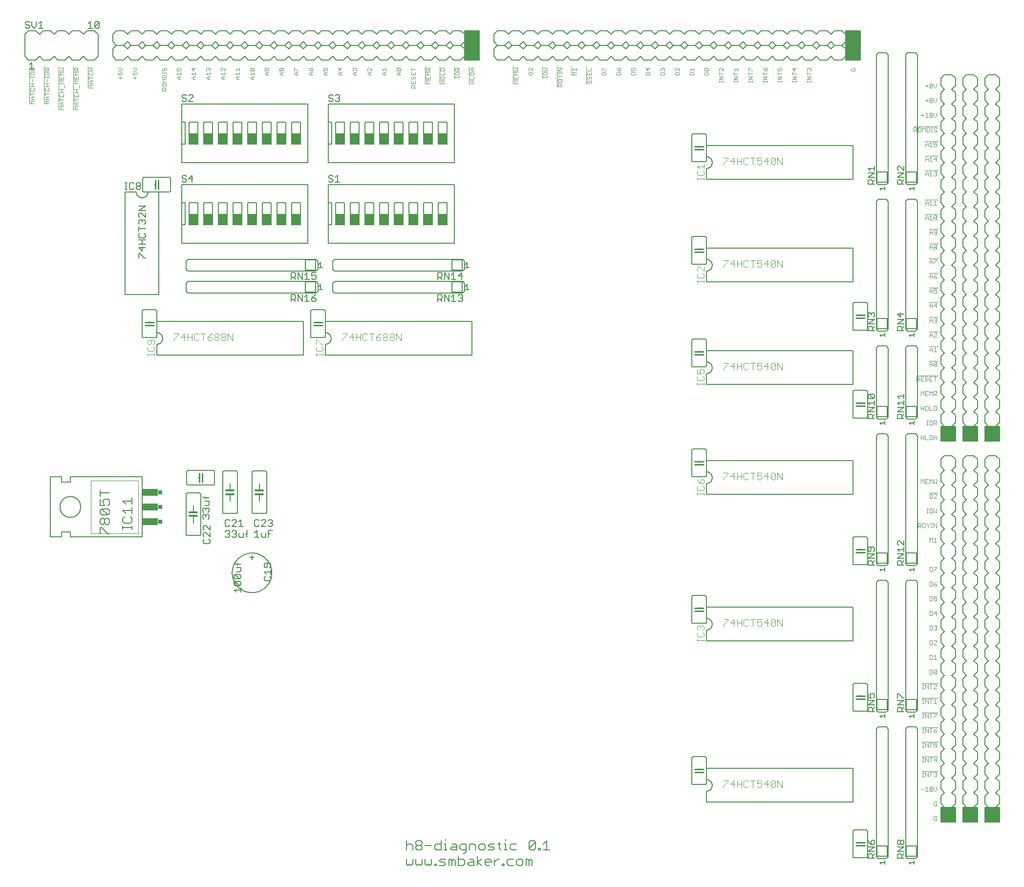
<source format=gto>
G75*
%MOIN*%
%OFA0B0*%
%FSLAX25Y25*%
%IPPOS*%
%LPD*%
%AMOC8*
5,1,8,0,0,1.08239X$1,22.5*
%
%ADD10C,0.00300*%
%ADD11C,0.00600*%
%ADD12C,0.00500*%
%ADD13C,0.00200*%
%ADD14R,0.02500X0.03000*%
%ADD15R,0.11000X0.05000*%
%ADD16C,0.00700*%
%ADD17C,0.01200*%
%ADD18C,0.01000*%
%ADD19C,0.00400*%
%ADD20R,0.06000X0.07500*%
D10*
X0114350Y0537335D02*
X0114350Y0566800D01*
X0114948Y0565938D02*
X0117850Y0565938D01*
X0116883Y0564971D01*
X0117850Y0564003D01*
X0114948Y0564003D01*
X0114948Y0562992D02*
X0117850Y0562992D01*
X0117850Y0561057D02*
X0114948Y0561057D01*
X0115915Y0562024D01*
X0114948Y0562992D01*
X0114948Y0560045D02*
X0114948Y0558110D01*
X0117850Y0558110D01*
X0117850Y0560045D01*
X0116399Y0559078D02*
X0116399Y0558110D01*
X0114948Y0557099D02*
X0117850Y0557099D01*
X0117850Y0555164D02*
X0114948Y0555164D01*
X0115915Y0556131D01*
X0114948Y0557099D01*
X0118334Y0554152D02*
X0118334Y0552217D01*
X0117850Y0551206D02*
X0114948Y0551206D01*
X0116399Y0551206D02*
X0116399Y0549271D01*
X0117366Y0548259D02*
X0117850Y0547776D01*
X0117850Y0546808D01*
X0117366Y0546324D01*
X0115431Y0546324D01*
X0114948Y0546808D01*
X0114948Y0547776D01*
X0115431Y0548259D01*
X0114948Y0549271D02*
X0117850Y0549271D01*
X0114948Y0545313D02*
X0114948Y0543378D01*
X0114948Y0544345D02*
X0117850Y0544345D01*
X0117850Y0542366D02*
X0115915Y0542366D01*
X0114948Y0541399D01*
X0115915Y0540431D01*
X0117850Y0540431D01*
X0117850Y0539420D02*
X0114948Y0539420D01*
X0115915Y0538452D01*
X0114948Y0537485D01*
X0117850Y0537485D01*
X0116399Y0540431D02*
X0116399Y0542366D01*
X0107850Y0541414D02*
X0104948Y0541414D01*
X0105915Y0542381D01*
X0104948Y0543348D01*
X0107850Y0543348D01*
X0107850Y0544360D02*
X0105915Y0544360D01*
X0104948Y0545328D01*
X0105915Y0546295D01*
X0107850Y0546295D01*
X0106399Y0546295D02*
X0106399Y0544360D01*
X0104948Y0547307D02*
X0104948Y0549242D01*
X0104948Y0548274D02*
X0107850Y0548274D01*
X0107366Y0550253D02*
X0107850Y0550737D01*
X0107850Y0551704D01*
X0107366Y0552188D01*
X0107850Y0553200D02*
X0104948Y0553200D01*
X0105431Y0552188D02*
X0104948Y0551704D01*
X0104948Y0550737D01*
X0105431Y0550253D01*
X0107366Y0550253D01*
X0106399Y0553200D02*
X0106399Y0555135D01*
X0106399Y0556146D02*
X0106399Y0558081D01*
X0107850Y0559093D02*
X0107850Y0560060D01*
X0107850Y0559576D02*
X0104948Y0559576D01*
X0104948Y0559093D02*
X0104948Y0560060D01*
X0105431Y0561057D02*
X0107366Y0561057D01*
X0107850Y0561541D01*
X0107850Y0562508D01*
X0107366Y0562992D01*
X0105431Y0562992D01*
X0104948Y0562508D01*
X0104948Y0561541D01*
X0105431Y0561057D01*
X0104948Y0564003D02*
X0104948Y0565455D01*
X0105431Y0565938D01*
X0106399Y0565938D01*
X0106883Y0565455D01*
X0106883Y0564003D01*
X0107850Y0564003D02*
X0104948Y0564003D01*
X0106883Y0564971D02*
X0107850Y0565938D01*
X0104350Y0566800D02*
X0104350Y0541264D01*
X0097850Y0541414D02*
X0094948Y0541414D01*
X0095915Y0542381D01*
X0094948Y0543348D01*
X0097850Y0543348D01*
X0097850Y0544360D02*
X0095915Y0544360D01*
X0094948Y0545328D01*
X0095915Y0546295D01*
X0097850Y0546295D01*
X0096399Y0546295D02*
X0096399Y0544360D01*
X0094948Y0547307D02*
X0094948Y0549242D01*
X0094948Y0548274D02*
X0097850Y0548274D01*
X0097366Y0550253D02*
X0097850Y0550737D01*
X0097850Y0551704D01*
X0097366Y0552188D01*
X0097850Y0553200D02*
X0094948Y0553200D01*
X0095431Y0552188D02*
X0094948Y0551704D01*
X0094948Y0550737D01*
X0095431Y0550253D01*
X0097366Y0550253D01*
X0096399Y0553200D02*
X0096399Y0555135D01*
X0096399Y0556146D02*
X0096399Y0558081D01*
X0097850Y0559093D02*
X0097850Y0560060D01*
X0097850Y0559576D02*
X0094948Y0559576D01*
X0094948Y0559093D02*
X0094948Y0560060D01*
X0095431Y0561057D02*
X0097366Y0561057D01*
X0097850Y0561541D01*
X0097850Y0562508D01*
X0097366Y0562992D01*
X0095431Y0562992D01*
X0094948Y0562508D01*
X0094948Y0561541D01*
X0095431Y0561057D01*
X0094948Y0564003D02*
X0097850Y0564003D01*
X0096883Y0564971D01*
X0097850Y0565938D01*
X0094948Y0565938D01*
X0094350Y0566800D02*
X0094350Y0541264D01*
X0094948Y0555135D02*
X0097850Y0555135D01*
X0104948Y0555135D02*
X0107850Y0555135D01*
X0124948Y0555164D02*
X0125915Y0556131D01*
X0124948Y0557099D01*
X0127850Y0557099D01*
X0127850Y0558110D02*
X0127850Y0560045D01*
X0127850Y0561057D02*
X0124948Y0561057D01*
X0125915Y0562024D01*
X0124948Y0562992D01*
X0127850Y0562992D01*
X0127850Y0564003D02*
X0124948Y0564003D01*
X0124948Y0565455D01*
X0125431Y0565938D01*
X0126399Y0565938D01*
X0126883Y0565455D01*
X0126883Y0564003D01*
X0126883Y0564971D02*
X0127850Y0565938D01*
X0124350Y0566800D02*
X0124350Y0537335D01*
X0124948Y0537485D02*
X0125915Y0538452D01*
X0124948Y0539420D01*
X0127850Y0539420D01*
X0127850Y0540431D02*
X0125915Y0540431D01*
X0124948Y0541399D01*
X0125915Y0542366D01*
X0127850Y0542366D01*
X0126399Y0542366D02*
X0126399Y0540431D01*
X0127850Y0537485D02*
X0124948Y0537485D01*
X0124948Y0543378D02*
X0124948Y0545313D01*
X0124948Y0544345D02*
X0127850Y0544345D01*
X0127366Y0546324D02*
X0127850Y0546808D01*
X0127850Y0547776D01*
X0127366Y0548259D01*
X0127850Y0549271D02*
X0124948Y0549271D01*
X0125431Y0548259D02*
X0124948Y0547776D01*
X0124948Y0546808D01*
X0125431Y0546324D01*
X0127366Y0546324D01*
X0126399Y0549271D02*
X0126399Y0551206D01*
X0124948Y0551206D02*
X0127850Y0551206D01*
X0128334Y0552217D02*
X0128334Y0554152D01*
X0127850Y0555164D02*
X0124948Y0555164D01*
X0124948Y0558110D02*
X0127850Y0558110D01*
X0126399Y0558110D02*
X0126399Y0559078D01*
X0124948Y0560045D02*
X0124948Y0558110D01*
X0134948Y0558110D02*
X0134948Y0560045D01*
X0134948Y0559078D02*
X0137850Y0559078D01*
X0137850Y0557099D02*
X0135915Y0557099D01*
X0134948Y0556131D01*
X0135915Y0555164D01*
X0137850Y0555164D01*
X0137850Y0554152D02*
X0134948Y0554152D01*
X0135915Y0553185D01*
X0134948Y0552217D01*
X0137850Y0552217D01*
X0136399Y0555164D02*
X0136399Y0557099D01*
X0135431Y0561057D02*
X0137366Y0561057D01*
X0137850Y0561541D01*
X0137850Y0562508D01*
X0137366Y0562992D01*
X0137850Y0564003D02*
X0134948Y0564003D01*
X0135431Y0562992D02*
X0134948Y0562508D01*
X0134948Y0561541D01*
X0135431Y0561057D01*
X0136399Y0564003D02*
X0136399Y0565938D01*
X0134948Y0565938D02*
X0137850Y0565938D01*
X0134350Y0566800D02*
X0134350Y0552067D01*
X0155431Y0559078D02*
X0157366Y0559078D01*
X0156399Y0560045D02*
X0156399Y0558110D01*
X0156399Y0561057D02*
X0155915Y0562024D01*
X0155915Y0562508D01*
X0156399Y0562992D01*
X0157366Y0562992D01*
X0157850Y0562508D01*
X0157850Y0561541D01*
X0157366Y0561057D01*
X0156399Y0561057D02*
X0154948Y0561057D01*
X0154948Y0562992D01*
X0154948Y0564003D02*
X0156883Y0564003D01*
X0157850Y0564971D01*
X0156883Y0565938D01*
X0154948Y0565938D01*
X0164948Y0565938D02*
X0166883Y0565938D01*
X0167850Y0564971D01*
X0166883Y0564003D01*
X0164948Y0564003D01*
X0164948Y0562992D02*
X0164948Y0561057D01*
X0166399Y0561057D01*
X0165915Y0562024D01*
X0165915Y0562508D01*
X0166399Y0562992D01*
X0167366Y0562992D01*
X0167850Y0562508D01*
X0167850Y0561541D01*
X0167366Y0561057D01*
X0166399Y0560045D02*
X0166399Y0558110D01*
X0165431Y0559078D02*
X0167366Y0559078D01*
X0184948Y0559093D02*
X0184948Y0560544D01*
X0185431Y0561028D01*
X0187366Y0561028D01*
X0187850Y0560544D01*
X0187850Y0559093D01*
X0184948Y0559093D01*
X0184948Y0558081D02*
X0187850Y0558081D01*
X0187850Y0556146D02*
X0184948Y0556146D01*
X0185915Y0557114D01*
X0184948Y0558081D01*
X0185431Y0555135D02*
X0184948Y0554651D01*
X0184948Y0553683D01*
X0185431Y0553200D01*
X0187366Y0553200D01*
X0187850Y0553683D01*
X0187850Y0554651D01*
X0187366Y0555135D01*
X0185431Y0555135D01*
X0185431Y0552188D02*
X0186399Y0552188D01*
X0186883Y0551704D01*
X0186883Y0550253D01*
X0187850Y0550253D02*
X0184948Y0550253D01*
X0184948Y0551704D01*
X0185431Y0552188D01*
X0186883Y0551221D02*
X0187850Y0552188D01*
X0194948Y0559078D02*
X0195915Y0558110D01*
X0197850Y0558110D01*
X0196399Y0558110D02*
X0196399Y0560045D01*
X0195915Y0560045D02*
X0197850Y0560045D01*
X0197850Y0561057D02*
X0197850Y0562992D01*
X0197850Y0562024D02*
X0194948Y0562024D01*
X0195915Y0561057D01*
X0195915Y0560045D02*
X0194948Y0559078D01*
X0194948Y0564003D02*
X0196399Y0564003D01*
X0195915Y0564971D01*
X0195915Y0565455D01*
X0196399Y0565938D01*
X0197366Y0565938D01*
X0197850Y0565455D01*
X0197850Y0564487D01*
X0197366Y0564003D01*
X0194948Y0564003D02*
X0194948Y0565938D01*
X0187850Y0565455D02*
X0187850Y0564487D01*
X0187366Y0564003D01*
X0186399Y0564487D02*
X0186399Y0565455D01*
X0186883Y0565938D01*
X0187366Y0565938D01*
X0187850Y0565455D01*
X0186399Y0564487D02*
X0185915Y0564003D01*
X0185431Y0564003D01*
X0184948Y0564487D01*
X0184948Y0565455D01*
X0185431Y0565938D01*
X0184948Y0563007D02*
X0184948Y0562039D01*
X0184948Y0562523D02*
X0187850Y0562523D01*
X0187850Y0562039D02*
X0187850Y0563007D01*
X0204948Y0562024D02*
X0207850Y0562024D01*
X0207850Y0561057D02*
X0207850Y0562992D01*
X0206399Y0564003D02*
X0206399Y0565938D01*
X0207850Y0565455D02*
X0204948Y0565455D01*
X0206399Y0564003D01*
X0204948Y0562024D02*
X0205915Y0561057D01*
X0205915Y0560045D02*
X0207850Y0560045D01*
X0206399Y0560045D02*
X0206399Y0558110D01*
X0205915Y0558110D02*
X0204948Y0559078D01*
X0205915Y0560045D01*
X0205915Y0558110D02*
X0207850Y0558110D01*
X0214948Y0559078D02*
X0215915Y0560045D01*
X0217850Y0560045D01*
X0217850Y0561057D02*
X0217850Y0562992D01*
X0217850Y0562024D02*
X0214948Y0562024D01*
X0215915Y0561057D01*
X0216399Y0560045D02*
X0216399Y0558110D01*
X0215915Y0558110D02*
X0214948Y0559078D01*
X0215915Y0558110D02*
X0217850Y0558110D01*
X0217366Y0564003D02*
X0217850Y0564487D01*
X0217850Y0565455D01*
X0217366Y0565938D01*
X0216883Y0565938D01*
X0216399Y0565455D01*
X0216399Y0564971D01*
X0216399Y0565455D02*
X0215915Y0565938D01*
X0215431Y0565938D01*
X0214948Y0565455D01*
X0214948Y0564487D01*
X0215431Y0564003D01*
X0224948Y0564487D02*
X0224948Y0565455D01*
X0225431Y0565938D01*
X0225915Y0565938D01*
X0227850Y0564003D01*
X0227850Y0565938D01*
X0227850Y0562992D02*
X0227850Y0561057D01*
X0227850Y0562024D02*
X0224948Y0562024D01*
X0225915Y0561057D01*
X0225915Y0560045D02*
X0227850Y0560045D01*
X0226399Y0560045D02*
X0226399Y0558110D01*
X0225915Y0558110D02*
X0224948Y0559078D01*
X0225915Y0560045D01*
X0225915Y0558110D02*
X0227850Y0558110D01*
X0225431Y0564003D02*
X0224948Y0564487D01*
X0234948Y0564971D02*
X0237850Y0564971D01*
X0237850Y0565938D02*
X0237850Y0564003D01*
X0237850Y0562992D02*
X0237850Y0561057D01*
X0237850Y0562024D02*
X0234948Y0562024D01*
X0235915Y0561057D01*
X0235915Y0560045D02*
X0237850Y0560045D01*
X0236399Y0560045D02*
X0236399Y0558110D01*
X0235915Y0558110D02*
X0234948Y0559078D01*
X0235915Y0560045D01*
X0235915Y0558110D02*
X0237850Y0558110D01*
X0235915Y0564003D02*
X0234948Y0564971D01*
X0244948Y0564487D02*
X0244948Y0565455D01*
X0245431Y0565938D01*
X0247366Y0564003D01*
X0247850Y0564487D01*
X0247850Y0565455D01*
X0247366Y0565938D01*
X0245431Y0565938D01*
X0244948Y0564487D02*
X0245431Y0564003D01*
X0247366Y0564003D01*
X0247850Y0562992D02*
X0247850Y0561057D01*
X0247850Y0562024D02*
X0244948Y0562024D01*
X0245915Y0561057D01*
X0245915Y0560045D02*
X0247850Y0560045D01*
X0246399Y0560045D02*
X0246399Y0558110D01*
X0245915Y0558110D02*
X0244948Y0559078D01*
X0245915Y0560045D01*
X0245915Y0558110D02*
X0247850Y0558110D01*
X0254948Y0562024D02*
X0255915Y0562992D01*
X0257850Y0562992D01*
X0257366Y0564003D02*
X0257850Y0564487D01*
X0257850Y0565455D01*
X0257366Y0565938D01*
X0255431Y0565938D01*
X0254948Y0565455D01*
X0254948Y0564487D01*
X0255431Y0564003D01*
X0255915Y0564003D01*
X0256399Y0564487D01*
X0256399Y0565938D01*
X0256399Y0562992D02*
X0256399Y0561057D01*
X0255915Y0561057D02*
X0254948Y0562024D01*
X0255915Y0561057D02*
X0257850Y0561057D01*
X0264948Y0562024D02*
X0265915Y0562992D01*
X0267850Y0562992D01*
X0267366Y0564003D02*
X0266883Y0564003D01*
X0266399Y0564487D01*
X0266399Y0565455D01*
X0266883Y0565938D01*
X0267366Y0565938D01*
X0267850Y0565455D01*
X0267850Y0564487D01*
X0267366Y0564003D01*
X0266399Y0564487D02*
X0265915Y0564003D01*
X0265431Y0564003D01*
X0264948Y0564487D01*
X0264948Y0565455D01*
X0265431Y0565938D01*
X0265915Y0565938D01*
X0266399Y0565455D01*
X0266399Y0562992D02*
X0266399Y0561057D01*
X0265915Y0561057D02*
X0264948Y0562024D01*
X0265915Y0561057D02*
X0267850Y0561057D01*
X0274948Y0562024D02*
X0275915Y0562992D01*
X0277850Y0562992D01*
X0277850Y0564003D02*
X0277366Y0564003D01*
X0275431Y0565938D01*
X0274948Y0565938D01*
X0274948Y0564003D01*
X0276399Y0562992D02*
X0276399Y0561057D01*
X0275915Y0561057D02*
X0274948Y0562024D01*
X0275915Y0561057D02*
X0277850Y0561057D01*
X0284948Y0562024D02*
X0285915Y0562992D01*
X0287850Y0562992D01*
X0287366Y0564003D02*
X0287850Y0564487D01*
X0287850Y0565455D01*
X0287366Y0565938D01*
X0286883Y0565938D01*
X0286399Y0565455D01*
X0286399Y0564003D01*
X0287366Y0564003D01*
X0286399Y0564003D02*
X0285431Y0564971D01*
X0284948Y0565938D01*
X0286399Y0562992D02*
X0286399Y0561057D01*
X0285915Y0561057D02*
X0284948Y0562024D01*
X0285915Y0561057D02*
X0287850Y0561057D01*
X0294948Y0562024D02*
X0295915Y0562992D01*
X0297850Y0562992D01*
X0297366Y0564003D02*
X0297850Y0564487D01*
X0297850Y0565455D01*
X0297366Y0565938D01*
X0296399Y0565938D01*
X0295915Y0565455D01*
X0295915Y0564971D01*
X0296399Y0564003D01*
X0294948Y0564003D01*
X0294948Y0565938D01*
X0296399Y0562992D02*
X0296399Y0561057D01*
X0295915Y0561057D02*
X0294948Y0562024D01*
X0295915Y0561057D02*
X0297850Y0561057D01*
X0304948Y0562024D02*
X0305915Y0562992D01*
X0307850Y0562992D01*
X0306399Y0562992D02*
X0306399Y0561057D01*
X0305915Y0561057D02*
X0304948Y0562024D01*
X0305915Y0561057D02*
X0307850Y0561057D01*
X0306399Y0564003D02*
X0306399Y0565938D01*
X0307850Y0565455D02*
X0304948Y0565455D01*
X0306399Y0564003D01*
X0314948Y0564487D02*
X0314948Y0565455D01*
X0315431Y0565938D01*
X0315915Y0565938D01*
X0316399Y0565455D01*
X0316883Y0565938D01*
X0317366Y0565938D01*
X0317850Y0565455D01*
X0317850Y0564487D01*
X0317366Y0564003D01*
X0317850Y0562992D02*
X0315915Y0562992D01*
X0314948Y0562024D01*
X0315915Y0561057D01*
X0317850Y0561057D01*
X0316399Y0561057D02*
X0316399Y0562992D01*
X0315431Y0564003D02*
X0314948Y0564487D01*
X0316399Y0564971D02*
X0316399Y0565455D01*
X0324948Y0565455D02*
X0324948Y0564487D01*
X0325431Y0564003D01*
X0325915Y0562992D02*
X0327850Y0562992D01*
X0327850Y0564003D02*
X0325915Y0565938D01*
X0325431Y0565938D01*
X0324948Y0565455D01*
X0325915Y0562992D02*
X0324948Y0562024D01*
X0325915Y0561057D01*
X0327850Y0561057D01*
X0326399Y0561057D02*
X0326399Y0562992D01*
X0327850Y0564003D02*
X0327850Y0565938D01*
X0334948Y0564971D02*
X0337850Y0564971D01*
X0337850Y0565938D02*
X0337850Y0564003D01*
X0337850Y0562992D02*
X0335915Y0562992D01*
X0334948Y0562024D01*
X0335915Y0561057D01*
X0337850Y0561057D01*
X0336399Y0561057D02*
X0336399Y0562992D01*
X0335915Y0564003D02*
X0334948Y0564971D01*
X0344948Y0564487D02*
X0344948Y0565455D01*
X0345431Y0565938D01*
X0347366Y0564003D01*
X0347850Y0564487D01*
X0347850Y0565455D01*
X0347366Y0565938D01*
X0345431Y0565938D01*
X0344948Y0564487D02*
X0345431Y0564003D01*
X0347366Y0564003D01*
X0347850Y0562992D02*
X0345915Y0562992D01*
X0344948Y0562024D01*
X0345915Y0561057D01*
X0347850Y0561057D01*
X0346399Y0561057D02*
X0346399Y0562992D01*
X0354948Y0562992D02*
X0354948Y0561057D01*
X0357850Y0561057D01*
X0357850Y0562992D01*
X0356399Y0562024D02*
X0356399Y0561057D01*
X0356883Y0560045D02*
X0357366Y0560045D01*
X0357850Y0559562D01*
X0357850Y0558594D01*
X0357366Y0558110D01*
X0356399Y0558594D02*
X0356399Y0559562D01*
X0356883Y0560045D01*
X0355431Y0560045D02*
X0354948Y0559562D01*
X0354948Y0558594D01*
X0355431Y0558110D01*
X0355915Y0558110D01*
X0356399Y0558594D01*
X0357850Y0557099D02*
X0357850Y0555164D01*
X0354948Y0555164D01*
X0354948Y0557099D01*
X0356399Y0556131D02*
X0356399Y0555164D01*
X0356399Y0554152D02*
X0356883Y0553669D01*
X0356883Y0552217D01*
X0357850Y0552217D02*
X0354948Y0552217D01*
X0354948Y0553669D01*
X0355431Y0554152D01*
X0356399Y0554152D01*
X0356883Y0553185D02*
X0357850Y0554152D01*
X0364350Y0555014D02*
X0364350Y0566800D01*
X0365431Y0565938D02*
X0366399Y0565938D01*
X0366883Y0565455D01*
X0366883Y0564003D01*
X0367850Y0564003D02*
X0364948Y0564003D01*
X0364948Y0565455D01*
X0365431Y0565938D01*
X0366883Y0564971D02*
X0367850Y0565938D01*
X0367850Y0562992D02*
X0364948Y0562992D01*
X0365915Y0562024D01*
X0364948Y0561057D01*
X0367850Y0561057D01*
X0367850Y0560045D02*
X0367850Y0558110D01*
X0364948Y0558110D01*
X0364948Y0560045D01*
X0366399Y0559078D02*
X0366399Y0558110D01*
X0364948Y0557099D02*
X0367850Y0557099D01*
X0367850Y0555164D02*
X0364948Y0555164D01*
X0365915Y0556131D01*
X0364948Y0557099D01*
X0357850Y0564971D02*
X0354948Y0564971D01*
X0354948Y0565938D02*
X0354948Y0564003D01*
X0374350Y0566800D02*
X0374350Y0555014D01*
X0374948Y0555164D02*
X0377850Y0555164D01*
X0376399Y0555164D02*
X0376399Y0557099D01*
X0377366Y0558110D02*
X0377850Y0558594D01*
X0377850Y0559562D01*
X0377366Y0560045D01*
X0375431Y0560045D01*
X0374948Y0559562D01*
X0374948Y0558594D01*
X0375431Y0558110D01*
X0377366Y0558110D01*
X0377850Y0557099D02*
X0374948Y0557099D01*
X0374948Y0561057D02*
X0377850Y0561057D01*
X0377850Y0562992D01*
X0377850Y0564003D02*
X0377850Y0565455D01*
X0377366Y0565938D01*
X0375431Y0565938D01*
X0374948Y0565455D01*
X0374948Y0564003D01*
X0377850Y0564003D01*
X0384350Y0566800D02*
X0384350Y0558943D01*
X0384948Y0559093D02*
X0384948Y0560060D01*
X0384948Y0559576D02*
X0387850Y0559576D01*
X0387850Y0559093D02*
X0387850Y0560060D01*
X0387366Y0561057D02*
X0387850Y0561541D01*
X0387850Y0562508D01*
X0387366Y0562992D01*
X0385431Y0562992D01*
X0384948Y0562508D01*
X0384948Y0561541D01*
X0385431Y0561057D01*
X0387366Y0561057D01*
X0386883Y0564003D02*
X0386883Y0565455D01*
X0386399Y0565938D01*
X0385431Y0565938D01*
X0384948Y0565455D01*
X0384948Y0564003D01*
X0387850Y0564003D01*
X0386883Y0564971D02*
X0387850Y0565938D01*
X0394350Y0566800D02*
X0394350Y0555014D01*
X0394948Y0555164D02*
X0397850Y0555164D01*
X0396399Y0555164D02*
X0396399Y0557099D01*
X0394948Y0557099D02*
X0397850Y0557099D01*
X0397850Y0558110D02*
X0397850Y0560045D01*
X0397850Y0561057D02*
X0397850Y0562508D01*
X0397366Y0562992D01*
X0395431Y0562992D01*
X0394948Y0562508D01*
X0394948Y0561057D01*
X0397850Y0561057D01*
X0397850Y0564003D02*
X0395915Y0564003D01*
X0394948Y0564971D01*
X0395915Y0565938D01*
X0397850Y0565938D01*
X0396399Y0565938D02*
X0396399Y0564003D01*
X0394948Y0558110D02*
X0397850Y0558110D01*
X0424350Y0555014D02*
X0424350Y0566800D01*
X0424948Y0565938D02*
X0427850Y0565938D01*
X0426883Y0564971D01*
X0427850Y0564003D01*
X0424948Y0564003D01*
X0424948Y0562992D02*
X0427850Y0562992D01*
X0427850Y0561057D02*
X0424948Y0561057D01*
X0425915Y0562024D01*
X0424948Y0562992D01*
X0424948Y0560045D02*
X0424948Y0558110D01*
X0427850Y0558110D01*
X0427850Y0560045D01*
X0426399Y0559078D02*
X0426399Y0558110D01*
X0424948Y0557099D02*
X0427850Y0557099D01*
X0427850Y0555164D02*
X0424948Y0555164D01*
X0425915Y0556131D01*
X0424948Y0557099D01*
X0434948Y0561541D02*
X0435431Y0561057D01*
X0437366Y0561057D01*
X0437850Y0561541D01*
X0437850Y0562508D01*
X0437366Y0562992D01*
X0435431Y0562992D01*
X0434948Y0562508D01*
X0434948Y0561541D01*
X0435431Y0564003D02*
X0434948Y0564487D01*
X0434948Y0565455D01*
X0435431Y0565938D01*
X0435915Y0565938D01*
X0437850Y0564003D01*
X0437850Y0565938D01*
X0444350Y0566800D02*
X0444350Y0558943D01*
X0444948Y0559093D02*
X0444948Y0560060D01*
X0444948Y0559576D02*
X0447850Y0559576D01*
X0447850Y0559093D02*
X0447850Y0560060D01*
X0447366Y0561057D02*
X0447850Y0561541D01*
X0447850Y0562508D01*
X0447366Y0562992D01*
X0445431Y0562992D01*
X0444948Y0562508D01*
X0444948Y0561541D01*
X0445431Y0561057D01*
X0447366Y0561057D01*
X0447850Y0564003D02*
X0446883Y0564971D01*
X0447850Y0565938D01*
X0444948Y0565938D01*
X0444948Y0564003D02*
X0447850Y0564003D01*
X0454350Y0566800D02*
X0454350Y0553050D01*
X0454948Y0553200D02*
X0454948Y0554651D01*
X0455431Y0555135D01*
X0456399Y0555135D01*
X0456883Y0554651D01*
X0456883Y0553200D01*
X0457850Y0553200D02*
X0454948Y0553200D01*
X0456883Y0554167D02*
X0457850Y0555135D01*
X0457850Y0556146D02*
X0457850Y0557597D01*
X0457366Y0558081D01*
X0455431Y0558081D01*
X0454948Y0557597D01*
X0454948Y0556146D01*
X0457850Y0556146D01*
X0455431Y0559093D02*
X0456399Y0560060D01*
X0457850Y0560060D01*
X0456399Y0560060D02*
X0455431Y0561028D01*
X0454948Y0561028D01*
X0454948Y0562039D02*
X0454948Y0563007D01*
X0454948Y0562523D02*
X0457850Y0562523D01*
X0457850Y0562039D02*
X0457850Y0563007D01*
X0457850Y0564003D02*
X0454948Y0564003D01*
X0457850Y0565938D01*
X0454948Y0565938D01*
X0454948Y0559093D02*
X0455431Y0559093D01*
X0464350Y0560907D02*
X0464350Y0566800D01*
X0464948Y0564971D02*
X0467850Y0564971D01*
X0467850Y0565938D02*
X0467850Y0564003D01*
X0467850Y0562992D02*
X0464948Y0562992D01*
X0465915Y0562024D01*
X0464948Y0561057D01*
X0467850Y0561057D01*
X0465915Y0564003D02*
X0464948Y0564971D01*
X0474350Y0566800D02*
X0474350Y0555014D01*
X0474948Y0555648D02*
X0475431Y0555164D01*
X0475915Y0555164D01*
X0476399Y0555648D01*
X0476399Y0556615D01*
X0476883Y0557099D01*
X0477366Y0557099D01*
X0477850Y0556615D01*
X0477850Y0555648D01*
X0477366Y0555164D01*
X0474948Y0555648D02*
X0474948Y0556615D01*
X0475431Y0557099D01*
X0475431Y0558110D02*
X0475915Y0558110D01*
X0476399Y0558594D01*
X0476399Y0559562D01*
X0476883Y0560045D01*
X0477366Y0560045D01*
X0477850Y0559562D01*
X0477850Y0558594D01*
X0477366Y0558110D01*
X0475431Y0558110D02*
X0474948Y0558594D01*
X0474948Y0559562D01*
X0475431Y0560045D01*
X0474948Y0561057D02*
X0477850Y0561057D01*
X0477850Y0562992D01*
X0477850Y0564003D02*
X0477850Y0565938D01*
X0477850Y0564003D02*
X0474948Y0564003D01*
X0474948Y0562992D02*
X0474948Y0561057D01*
X0476399Y0561057D02*
X0476399Y0562024D01*
X0484948Y0562508D02*
X0484948Y0561057D01*
X0487850Y0561057D01*
X0487850Y0562508D01*
X0487366Y0562992D01*
X0485431Y0562992D01*
X0484948Y0562508D01*
X0484948Y0564003D02*
X0484948Y0565938D01*
X0485431Y0565938D01*
X0487366Y0564003D01*
X0487850Y0564003D01*
X0494948Y0562508D02*
X0494948Y0561057D01*
X0497850Y0561057D01*
X0497850Y0562508D01*
X0497366Y0562992D01*
X0495431Y0562992D01*
X0494948Y0562508D01*
X0496399Y0564003D02*
X0495431Y0564971D01*
X0494948Y0565938D01*
X0496399Y0565455D02*
X0496399Y0564003D01*
X0497366Y0564003D01*
X0497850Y0564487D01*
X0497850Y0565455D01*
X0497366Y0565938D01*
X0496883Y0565938D01*
X0496399Y0565455D01*
X0504948Y0565938D02*
X0504948Y0564003D01*
X0506399Y0564003D01*
X0505915Y0564971D01*
X0505915Y0565455D01*
X0506399Y0565938D01*
X0507366Y0565938D01*
X0507850Y0565455D01*
X0507850Y0564487D01*
X0507366Y0564003D01*
X0507366Y0562992D02*
X0505431Y0562992D01*
X0504948Y0562508D01*
X0504948Y0561057D01*
X0507850Y0561057D01*
X0507850Y0562508D01*
X0507366Y0562992D01*
X0514948Y0562508D02*
X0514948Y0561057D01*
X0517850Y0561057D01*
X0517850Y0562508D01*
X0517366Y0562992D01*
X0515431Y0562992D01*
X0514948Y0562508D01*
X0516399Y0564003D02*
X0516399Y0565938D01*
X0517850Y0565455D02*
X0514948Y0565455D01*
X0516399Y0564003D01*
X0524948Y0564487D02*
X0524948Y0565455D01*
X0525431Y0565938D01*
X0525915Y0565938D01*
X0526399Y0565455D01*
X0526883Y0565938D01*
X0527366Y0565938D01*
X0527850Y0565455D01*
X0527850Y0564487D01*
X0527366Y0564003D01*
X0527366Y0562992D02*
X0525431Y0562992D01*
X0524948Y0562508D01*
X0524948Y0561057D01*
X0527850Y0561057D01*
X0527850Y0562508D01*
X0527366Y0562992D01*
X0525431Y0564003D02*
X0524948Y0564487D01*
X0526399Y0564971D02*
X0526399Y0565455D01*
X0534948Y0565455D02*
X0534948Y0564487D01*
X0535431Y0564003D01*
X0535431Y0562992D02*
X0534948Y0562508D01*
X0534948Y0561057D01*
X0537850Y0561057D01*
X0537850Y0562508D01*
X0537366Y0562992D01*
X0535431Y0562992D01*
X0534948Y0565455D02*
X0535431Y0565938D01*
X0535915Y0565938D01*
X0537850Y0564003D01*
X0537850Y0565938D01*
X0544948Y0564971D02*
X0547850Y0564971D01*
X0547850Y0565938D02*
X0547850Y0564003D01*
X0547366Y0562992D02*
X0545431Y0562992D01*
X0544948Y0562508D01*
X0544948Y0561057D01*
X0547850Y0561057D01*
X0547850Y0562508D01*
X0547366Y0562992D01*
X0545915Y0564003D02*
X0544948Y0564971D01*
X0554948Y0565455D02*
X0555431Y0565938D01*
X0557366Y0564003D01*
X0557850Y0564487D01*
X0557850Y0565455D01*
X0557366Y0565938D01*
X0555431Y0565938D01*
X0554948Y0565455D02*
X0554948Y0564487D01*
X0555431Y0564003D01*
X0557366Y0564003D01*
X0557366Y0562992D02*
X0555431Y0562992D01*
X0554948Y0562508D01*
X0554948Y0561057D01*
X0557850Y0561057D01*
X0557850Y0562508D01*
X0557366Y0562992D01*
X0564948Y0562992D02*
X0564948Y0561057D01*
X0564948Y0562024D02*
X0567850Y0562024D01*
X0567850Y0560045D02*
X0564948Y0560045D01*
X0564948Y0558110D02*
X0567850Y0560045D01*
X0567850Y0558110D02*
X0564948Y0558110D01*
X0564948Y0557114D02*
X0564948Y0556146D01*
X0564948Y0556630D02*
X0567850Y0556630D01*
X0567850Y0556146D02*
X0567850Y0557114D01*
X0567850Y0564003D02*
X0565915Y0565938D01*
X0565431Y0565938D01*
X0564948Y0565455D01*
X0564948Y0564487D01*
X0565431Y0564003D01*
X0567850Y0564003D02*
X0567850Y0565938D01*
X0574948Y0564971D02*
X0577850Y0564971D01*
X0577850Y0565938D02*
X0577850Y0564003D01*
X0575915Y0564003D02*
X0574948Y0564971D01*
X0574948Y0562992D02*
X0574948Y0561057D01*
X0574948Y0562024D02*
X0577850Y0562024D01*
X0577850Y0560045D02*
X0574948Y0560045D01*
X0574948Y0558110D02*
X0577850Y0560045D01*
X0577850Y0558110D02*
X0574948Y0558110D01*
X0574948Y0557114D02*
X0574948Y0556146D01*
X0574948Y0556630D02*
X0577850Y0556630D01*
X0577850Y0556146D02*
X0577850Y0557114D01*
X0584948Y0557114D02*
X0584948Y0556146D01*
X0584948Y0556630D02*
X0587850Y0556630D01*
X0587850Y0556146D02*
X0587850Y0557114D01*
X0587850Y0558110D02*
X0584948Y0558110D01*
X0587850Y0560045D01*
X0584948Y0560045D01*
X0584948Y0561057D02*
X0584948Y0562992D01*
X0584948Y0562024D02*
X0587850Y0562024D01*
X0587850Y0564003D02*
X0587366Y0564003D01*
X0585431Y0565938D01*
X0584948Y0565938D01*
X0584948Y0564003D01*
X0594948Y0562992D02*
X0594948Y0561057D01*
X0594948Y0562024D02*
X0597850Y0562024D01*
X0597850Y0560045D02*
X0594948Y0560045D01*
X0594948Y0558110D02*
X0597850Y0560045D01*
X0597850Y0558110D02*
X0594948Y0558110D01*
X0594948Y0557114D02*
X0594948Y0556146D01*
X0594948Y0556630D02*
X0597850Y0556630D01*
X0597850Y0556146D02*
X0597850Y0557114D01*
X0597366Y0564003D02*
X0597850Y0564487D01*
X0597850Y0565455D01*
X0597366Y0565938D01*
X0596883Y0565938D01*
X0596399Y0565455D01*
X0596399Y0564003D01*
X0597366Y0564003D01*
X0596399Y0564003D02*
X0595431Y0564971D01*
X0594948Y0565938D01*
X0604948Y0565938D02*
X0604948Y0564003D01*
X0606399Y0564003D01*
X0605915Y0564971D01*
X0605915Y0565455D01*
X0606399Y0565938D01*
X0607366Y0565938D01*
X0607850Y0565455D01*
X0607850Y0564487D01*
X0607366Y0564003D01*
X0607850Y0562024D02*
X0604948Y0562024D01*
X0604948Y0561057D02*
X0604948Y0562992D01*
X0604948Y0560045D02*
X0607850Y0560045D01*
X0604948Y0558110D01*
X0607850Y0558110D01*
X0607850Y0557114D02*
X0607850Y0556146D01*
X0607850Y0556630D02*
X0604948Y0556630D01*
X0604948Y0556146D02*
X0604948Y0557114D01*
X0614948Y0557114D02*
X0614948Y0556146D01*
X0614948Y0556630D02*
X0617850Y0556630D01*
X0617850Y0556146D02*
X0617850Y0557114D01*
X0617850Y0558110D02*
X0614948Y0558110D01*
X0617850Y0560045D01*
X0614948Y0560045D01*
X0614948Y0561057D02*
X0614948Y0562992D01*
X0614948Y0562024D02*
X0617850Y0562024D01*
X0616399Y0564003D02*
X0616399Y0565938D01*
X0617850Y0565455D02*
X0614948Y0565455D01*
X0616399Y0564003D01*
X0624948Y0564487D02*
X0624948Y0565455D01*
X0625431Y0565938D01*
X0625915Y0565938D01*
X0626399Y0565455D01*
X0626883Y0565938D01*
X0627366Y0565938D01*
X0627850Y0565455D01*
X0627850Y0564487D01*
X0627366Y0564003D01*
X0626399Y0564971D02*
X0626399Y0565455D01*
X0624948Y0564487D02*
X0625431Y0564003D01*
X0624948Y0562992D02*
X0624948Y0561057D01*
X0624948Y0562024D02*
X0627850Y0562024D01*
X0627850Y0560045D02*
X0624948Y0560045D01*
X0624948Y0558110D02*
X0627850Y0560045D01*
X0627850Y0558110D02*
X0624948Y0558110D01*
X0624948Y0557114D02*
X0624948Y0556146D01*
X0624948Y0556630D02*
X0627850Y0556630D01*
X0627850Y0556146D02*
X0627850Y0557114D01*
X0654948Y0564487D02*
X0655431Y0564003D01*
X0657366Y0564003D01*
X0657850Y0564487D01*
X0657850Y0565455D01*
X0657366Y0565938D01*
X0656399Y0565938D01*
X0656399Y0564971D01*
X0655431Y0565938D02*
X0654948Y0565455D01*
X0654948Y0564487D01*
X0697603Y0525750D02*
X0714300Y0525750D01*
X0713438Y0524669D02*
X0712955Y0525152D01*
X0711987Y0525152D01*
X0711503Y0524669D01*
X0711503Y0524185D01*
X0711987Y0523701D01*
X0712955Y0523701D01*
X0713438Y0523217D01*
X0713438Y0522734D01*
X0712955Y0522250D01*
X0711987Y0522250D01*
X0711503Y0522734D01*
X0710507Y0522250D02*
X0709539Y0522250D01*
X0710023Y0522250D02*
X0710023Y0525152D01*
X0709539Y0525152D02*
X0710507Y0525152D01*
X0708528Y0524669D02*
X0708044Y0525152D01*
X0706593Y0525152D01*
X0706593Y0522250D01*
X0708044Y0522250D01*
X0708528Y0522734D01*
X0708528Y0524669D01*
X0705581Y0525152D02*
X0705581Y0522250D01*
X0703646Y0522250D02*
X0703646Y0525152D01*
X0704614Y0524185D01*
X0705581Y0525152D01*
X0702635Y0524669D02*
X0702151Y0525152D01*
X0701183Y0525152D01*
X0700700Y0524669D01*
X0700700Y0522734D01*
X0701183Y0522250D01*
X0702151Y0522250D01*
X0702635Y0522734D01*
X0702635Y0524669D01*
X0699688Y0524669D02*
X0699688Y0523701D01*
X0699204Y0523217D01*
X0697753Y0523217D01*
X0697753Y0522250D02*
X0697753Y0525152D01*
X0699204Y0525152D01*
X0699688Y0524669D01*
X0698721Y0523217D02*
X0699688Y0522250D01*
X0705460Y0515750D02*
X0714300Y0515750D01*
X0713438Y0515152D02*
X0711503Y0515152D01*
X0711503Y0513701D01*
X0712471Y0514185D01*
X0712955Y0514185D01*
X0713438Y0513701D01*
X0713438Y0512734D01*
X0712955Y0512250D01*
X0711987Y0512250D01*
X0711503Y0512734D01*
X0710492Y0512250D02*
X0708557Y0512250D01*
X0709524Y0512250D02*
X0709524Y0515152D01*
X0708557Y0514185D01*
X0707545Y0514185D02*
X0707545Y0512250D01*
X0707545Y0513701D02*
X0705610Y0513701D01*
X0705610Y0514185D02*
X0706578Y0515152D01*
X0707545Y0514185D01*
X0705610Y0514185D02*
X0705610Y0512250D01*
X0705460Y0505750D02*
X0714300Y0505750D01*
X0712955Y0505152D02*
X0711503Y0503701D01*
X0713438Y0503701D01*
X0712955Y0502250D02*
X0712955Y0505152D01*
X0709524Y0505152D02*
X0709524Y0502250D01*
X0708557Y0502250D02*
X0710492Y0502250D01*
X0708557Y0504185D02*
X0709524Y0505152D01*
X0707545Y0504185D02*
X0707545Y0502250D01*
X0707545Y0503701D02*
X0705610Y0503701D01*
X0705610Y0504185D02*
X0706578Y0505152D01*
X0707545Y0504185D01*
X0705610Y0504185D02*
X0705610Y0502250D01*
X0705460Y0495750D02*
X0714300Y0495750D01*
X0713438Y0494669D02*
X0713438Y0494185D01*
X0712955Y0493701D01*
X0713438Y0493217D01*
X0713438Y0492734D01*
X0712955Y0492250D01*
X0711987Y0492250D01*
X0711503Y0492734D01*
X0710492Y0492250D02*
X0708557Y0492250D01*
X0709524Y0492250D02*
X0709524Y0495152D01*
X0708557Y0494185D01*
X0707545Y0494185D02*
X0707545Y0492250D01*
X0707545Y0493701D02*
X0705610Y0493701D01*
X0705610Y0494185D02*
X0706578Y0495152D01*
X0707545Y0494185D01*
X0705610Y0494185D02*
X0705610Y0492250D01*
X0711503Y0494669D02*
X0711987Y0495152D01*
X0712955Y0495152D01*
X0713438Y0494669D01*
X0712955Y0493701D02*
X0712471Y0493701D01*
X0714300Y0475750D02*
X0705460Y0475750D01*
X0706578Y0475152D02*
X0707545Y0474185D01*
X0707545Y0472250D01*
X0708557Y0472250D02*
X0710492Y0472250D01*
X0709524Y0472250D02*
X0709524Y0475152D01*
X0708557Y0474185D01*
X0707545Y0473701D02*
X0705610Y0473701D01*
X0705610Y0474185D02*
X0705610Y0472250D01*
X0705610Y0474185D02*
X0706578Y0475152D01*
X0711503Y0474185D02*
X0712471Y0475152D01*
X0712471Y0472250D01*
X0713438Y0472250D02*
X0711503Y0472250D01*
X0714300Y0465750D02*
X0705460Y0465750D01*
X0706578Y0465152D02*
X0707545Y0464185D01*
X0707545Y0462250D01*
X0708557Y0462250D02*
X0710492Y0462250D01*
X0709524Y0462250D02*
X0709524Y0465152D01*
X0708557Y0464185D01*
X0707545Y0463701D02*
X0705610Y0463701D01*
X0705610Y0464185D02*
X0706578Y0465152D01*
X0705610Y0464185D02*
X0705610Y0462250D01*
X0711503Y0462734D02*
X0713438Y0464669D01*
X0713438Y0462734D01*
X0712955Y0462250D01*
X0711987Y0462250D01*
X0711503Y0462734D01*
X0711503Y0464669D01*
X0711987Y0465152D01*
X0712955Y0465152D01*
X0713438Y0464669D01*
X0714300Y0455750D02*
X0708407Y0455750D01*
X0709524Y0455152D02*
X0708557Y0454185D01*
X0708557Y0452250D01*
X0708557Y0453701D02*
X0710492Y0453701D01*
X0710492Y0454185D02*
X0710492Y0452250D01*
X0711503Y0452734D02*
X0711987Y0452250D01*
X0712955Y0452250D01*
X0713438Y0452734D01*
X0713438Y0454669D01*
X0712955Y0455152D01*
X0711987Y0455152D01*
X0711503Y0454669D01*
X0711503Y0454185D01*
X0711987Y0453701D01*
X0713438Y0453701D01*
X0710492Y0454185D02*
X0709524Y0455152D01*
X0708407Y0445750D02*
X0714300Y0445750D01*
X0713438Y0444669D02*
X0713438Y0444185D01*
X0712955Y0443701D01*
X0711987Y0443701D01*
X0711503Y0444185D01*
X0711503Y0444669D01*
X0711987Y0445152D01*
X0712955Y0445152D01*
X0713438Y0444669D01*
X0712955Y0443701D02*
X0713438Y0443217D01*
X0713438Y0442734D01*
X0712955Y0442250D01*
X0711987Y0442250D01*
X0711503Y0442734D01*
X0711503Y0443217D01*
X0711987Y0443701D01*
X0710492Y0443701D02*
X0708557Y0443701D01*
X0708557Y0444185D02*
X0709524Y0445152D01*
X0710492Y0444185D01*
X0710492Y0442250D01*
X0708557Y0442250D02*
X0708557Y0444185D01*
X0708407Y0435750D02*
X0714300Y0435750D01*
X0713438Y0435152D02*
X0713438Y0434669D01*
X0711503Y0432734D01*
X0711503Y0432250D01*
X0710492Y0432250D02*
X0710492Y0434185D01*
X0709524Y0435152D01*
X0708557Y0434185D01*
X0708557Y0432250D01*
X0708557Y0433701D02*
X0710492Y0433701D01*
X0711503Y0435152D02*
X0713438Y0435152D01*
X0714300Y0425750D02*
X0708407Y0425750D01*
X0709524Y0425152D02*
X0708557Y0424185D01*
X0708557Y0422250D01*
X0708557Y0423701D02*
X0710492Y0423701D01*
X0710492Y0424185D02*
X0710492Y0422250D01*
X0711503Y0422734D02*
X0711987Y0422250D01*
X0712955Y0422250D01*
X0713438Y0422734D01*
X0713438Y0423217D01*
X0712955Y0423701D01*
X0711503Y0423701D01*
X0711503Y0422734D01*
X0711503Y0423701D02*
X0712471Y0424669D01*
X0713438Y0425152D01*
X0710492Y0424185D02*
X0709524Y0425152D01*
X0708407Y0415750D02*
X0714300Y0415750D01*
X0713438Y0415152D02*
X0711503Y0415152D01*
X0711503Y0413701D01*
X0712471Y0414185D01*
X0712955Y0414185D01*
X0713438Y0413701D01*
X0713438Y0412734D01*
X0712955Y0412250D01*
X0711987Y0412250D01*
X0711503Y0412734D01*
X0710492Y0412250D02*
X0710492Y0414185D01*
X0709524Y0415152D01*
X0708557Y0414185D01*
X0708557Y0412250D01*
X0708557Y0413701D02*
X0710492Y0413701D01*
X0708407Y0405750D02*
X0714300Y0405750D01*
X0712955Y0405152D02*
X0711503Y0403701D01*
X0713438Y0403701D01*
X0712955Y0402250D02*
X0712955Y0405152D01*
X0710492Y0404185D02*
X0710492Y0402250D01*
X0710492Y0403701D02*
X0708557Y0403701D01*
X0708557Y0404185D02*
X0709524Y0405152D01*
X0710492Y0404185D01*
X0708557Y0404185D02*
X0708557Y0402250D01*
X0708407Y0395750D02*
X0714300Y0395750D01*
X0713438Y0394669D02*
X0712955Y0395152D01*
X0711987Y0395152D01*
X0711503Y0394669D01*
X0710492Y0394185D02*
X0710492Y0392250D01*
X0711503Y0392734D02*
X0711987Y0392250D01*
X0712955Y0392250D01*
X0713438Y0392734D01*
X0713438Y0393217D01*
X0712955Y0393701D01*
X0712471Y0393701D01*
X0712955Y0393701D02*
X0713438Y0394185D01*
X0713438Y0394669D01*
X0710492Y0394185D02*
X0709524Y0395152D01*
X0708557Y0394185D01*
X0708557Y0392250D01*
X0708557Y0393701D02*
X0710492Y0393701D01*
X0708407Y0385750D02*
X0714300Y0385750D01*
X0713438Y0384669D02*
X0712955Y0385152D01*
X0711987Y0385152D01*
X0711503Y0384669D01*
X0710492Y0384185D02*
X0710492Y0382250D01*
X0711503Y0382250D02*
X0713438Y0384185D01*
X0713438Y0384669D01*
X0713438Y0382250D02*
X0711503Y0382250D01*
X0710492Y0383701D02*
X0708557Y0383701D01*
X0708557Y0384185D02*
X0709524Y0385152D01*
X0710492Y0384185D01*
X0708557Y0384185D02*
X0708557Y0382250D01*
X0708407Y0375750D02*
X0714300Y0375750D01*
X0712471Y0375152D02*
X0712471Y0372250D01*
X0713438Y0372250D02*
X0711503Y0372250D01*
X0710492Y0372250D02*
X0710492Y0374185D01*
X0709524Y0375152D01*
X0708557Y0374185D01*
X0708557Y0372250D01*
X0708557Y0373701D02*
X0710492Y0373701D01*
X0711503Y0374185D02*
X0712471Y0375152D01*
X0714300Y0365750D02*
X0708407Y0365750D01*
X0709524Y0365152D02*
X0708557Y0364185D01*
X0708557Y0362250D01*
X0708557Y0363701D02*
X0710492Y0363701D01*
X0710492Y0364185D02*
X0710492Y0362250D01*
X0711503Y0362734D02*
X0713438Y0364669D01*
X0713438Y0362734D01*
X0712955Y0362250D01*
X0711987Y0362250D01*
X0711503Y0362734D01*
X0711503Y0364669D01*
X0711987Y0365152D01*
X0712955Y0365152D01*
X0713438Y0364669D01*
X0710492Y0364185D02*
X0709524Y0365152D01*
X0708557Y0355152D02*
X0708557Y0352250D01*
X0710492Y0352250D01*
X0709524Y0353701D02*
X0708557Y0353701D01*
X0707545Y0353217D02*
X0707545Y0352734D01*
X0707062Y0352250D01*
X0706094Y0352250D01*
X0705610Y0352734D01*
X0706094Y0353701D02*
X0707062Y0353701D01*
X0707545Y0353217D01*
X0707545Y0354669D02*
X0707062Y0355152D01*
X0706094Y0355152D01*
X0705610Y0354669D01*
X0705610Y0354185D01*
X0706094Y0353701D01*
X0704599Y0352250D02*
X0702664Y0352250D01*
X0702664Y0355152D01*
X0704599Y0355152D01*
X0703631Y0353701D02*
X0702664Y0353701D01*
X0701652Y0353701D02*
X0701169Y0353217D01*
X0699717Y0353217D01*
X0699717Y0352250D02*
X0699717Y0355152D01*
X0701169Y0355152D01*
X0701652Y0354669D01*
X0701652Y0353701D01*
X0700685Y0353217D02*
X0701652Y0352250D01*
X0699567Y0355750D02*
X0714300Y0355750D01*
X0713438Y0355152D02*
X0711503Y0355152D01*
X0712471Y0355152D02*
X0712471Y0352250D01*
X0710492Y0355152D02*
X0708557Y0355152D01*
X0708557Y0345152D02*
X0709524Y0344185D01*
X0710492Y0345152D01*
X0710492Y0342250D01*
X0711503Y0342250D02*
X0711503Y0345152D01*
X0712955Y0345152D01*
X0713438Y0344669D01*
X0713438Y0343701D01*
X0712955Y0343217D01*
X0711503Y0343217D01*
X0712471Y0343217D02*
X0713438Y0342250D01*
X0708557Y0342250D02*
X0708557Y0345152D01*
X0707545Y0345152D02*
X0705610Y0345152D01*
X0705610Y0342250D01*
X0707545Y0342250D01*
X0706578Y0343701D02*
X0705610Y0343701D01*
X0704599Y0345152D02*
X0704599Y0342250D01*
X0702664Y0342250D02*
X0702664Y0345152D01*
X0703631Y0344185D01*
X0704599Y0345152D01*
X0704599Y0335152D02*
X0704599Y0332250D01*
X0705610Y0332734D02*
X0706094Y0332250D01*
X0707062Y0332250D01*
X0707545Y0332734D01*
X0707545Y0334669D01*
X0707062Y0335152D01*
X0706094Y0335152D01*
X0705610Y0334669D01*
X0705610Y0332734D01*
X0704599Y0333701D02*
X0702664Y0333701D01*
X0702664Y0332250D02*
X0702664Y0335152D01*
X0708557Y0335152D02*
X0708557Y0332250D01*
X0710492Y0332250D01*
X0711503Y0332250D02*
X0712955Y0332250D01*
X0713438Y0332734D01*
X0713438Y0334669D01*
X0712955Y0335152D01*
X0711503Y0335152D01*
X0711503Y0332250D01*
X0711503Y0325152D02*
X0712955Y0325152D01*
X0713438Y0324669D01*
X0713438Y0323701D01*
X0712955Y0323217D01*
X0711503Y0323217D01*
X0711503Y0322250D02*
X0711503Y0325152D01*
X0710492Y0324669D02*
X0710008Y0325152D01*
X0709041Y0325152D01*
X0708557Y0324669D01*
X0708557Y0322734D01*
X0709041Y0322250D01*
X0710008Y0322250D01*
X0710492Y0322734D01*
X0710492Y0324669D01*
X0712471Y0323217D02*
X0713438Y0322250D01*
X0707560Y0322250D02*
X0706593Y0322250D01*
X0707076Y0322250D02*
X0707076Y0325152D01*
X0706593Y0325152D02*
X0707560Y0325152D01*
X0708557Y0315152D02*
X0710008Y0315152D01*
X0710492Y0314669D01*
X0710492Y0312734D01*
X0710008Y0312250D01*
X0708557Y0312250D01*
X0708557Y0315152D01*
X0705610Y0315152D02*
X0705610Y0312250D01*
X0707545Y0312250D01*
X0704599Y0312250D02*
X0704599Y0315152D01*
X0704599Y0313701D02*
X0702664Y0313701D01*
X0702664Y0312250D02*
X0702664Y0315152D01*
X0711503Y0314185D02*
X0712471Y0315152D01*
X0713438Y0314185D01*
X0713438Y0312250D01*
X0713438Y0313701D02*
X0711503Y0313701D01*
X0711503Y0314185D02*
X0711503Y0312250D01*
X0711503Y0285152D02*
X0711503Y0282250D01*
X0712471Y0283217D01*
X0713438Y0282250D01*
X0713438Y0285152D01*
X0710492Y0285152D02*
X0710492Y0282250D01*
X0708557Y0282250D02*
X0708557Y0285152D01*
X0709524Y0284185D01*
X0710492Y0285152D01*
X0707545Y0285152D02*
X0705610Y0285152D01*
X0705610Y0282250D01*
X0707545Y0282250D01*
X0706578Y0283701D02*
X0705610Y0283701D01*
X0704599Y0285152D02*
X0704599Y0282250D01*
X0702664Y0282250D02*
X0702664Y0285152D01*
X0703631Y0284185D01*
X0704599Y0285152D01*
X0708407Y0275750D02*
X0714300Y0275750D01*
X0713438Y0274669D02*
X0712955Y0275152D01*
X0711987Y0275152D01*
X0711503Y0274669D01*
X0710492Y0274669D02*
X0710008Y0275152D01*
X0709041Y0275152D01*
X0708557Y0274669D01*
X0708557Y0272734D01*
X0709041Y0272250D01*
X0710008Y0272250D01*
X0710492Y0272734D01*
X0710492Y0274669D01*
X0711503Y0272250D02*
X0713438Y0274185D01*
X0713438Y0274669D01*
X0713438Y0272250D02*
X0711503Y0272250D01*
X0711503Y0265152D02*
X0711503Y0262250D01*
X0712471Y0263217D01*
X0713438Y0262250D01*
X0713438Y0265152D01*
X0710492Y0264669D02*
X0710008Y0265152D01*
X0709041Y0265152D01*
X0708557Y0264669D01*
X0708557Y0262734D01*
X0709041Y0262250D01*
X0710008Y0262250D01*
X0710492Y0262734D01*
X0710492Y0264669D01*
X0707560Y0265152D02*
X0706593Y0265152D01*
X0707076Y0265152D02*
X0707076Y0262250D01*
X0706593Y0262250D02*
X0707560Y0262250D01*
X0706593Y0255152D02*
X0706593Y0254669D01*
X0707560Y0253701D01*
X0707560Y0252250D01*
X0707560Y0253701D02*
X0708528Y0254669D01*
X0708528Y0255152D01*
X0709539Y0255152D02*
X0710507Y0255152D01*
X0710023Y0255152D02*
X0710023Y0252250D01*
X0709539Y0252250D02*
X0710507Y0252250D01*
X0711503Y0252250D02*
X0711503Y0255152D01*
X0713438Y0252250D01*
X0713438Y0255152D01*
X0705581Y0254669D02*
X0705097Y0255152D01*
X0703646Y0255152D01*
X0703646Y0252250D01*
X0705097Y0252250D01*
X0705581Y0252734D01*
X0705581Y0254669D01*
X0702635Y0254669D02*
X0702635Y0253701D01*
X0702151Y0253217D01*
X0700700Y0253217D01*
X0700700Y0252250D02*
X0700700Y0255152D01*
X0702151Y0255152D01*
X0702635Y0254669D01*
X0701667Y0253217D02*
X0702635Y0252250D01*
X0708557Y0245152D02*
X0709524Y0244185D01*
X0710492Y0245152D01*
X0710492Y0242250D01*
X0711503Y0242250D02*
X0713438Y0242250D01*
X0712471Y0242250D02*
X0712471Y0245152D01*
X0711503Y0244185D01*
X0708557Y0245152D02*
X0708557Y0242250D01*
X0708557Y0225152D02*
X0710008Y0225152D01*
X0710492Y0224669D01*
X0710492Y0222734D01*
X0710008Y0222250D01*
X0708557Y0222250D01*
X0708557Y0225152D01*
X0711503Y0225152D02*
X0713438Y0225152D01*
X0713438Y0224669D01*
X0711503Y0222734D01*
X0711503Y0222250D01*
X0710008Y0215152D02*
X0708557Y0215152D01*
X0708557Y0212250D01*
X0710008Y0212250D01*
X0710492Y0212734D01*
X0710492Y0214669D01*
X0710008Y0215152D01*
X0711503Y0213701D02*
X0712955Y0213701D01*
X0713438Y0213217D01*
X0713438Y0212734D01*
X0712955Y0212250D01*
X0711987Y0212250D01*
X0711503Y0212734D01*
X0711503Y0213701D01*
X0712471Y0214669D01*
X0713438Y0215152D01*
X0713438Y0205152D02*
X0711503Y0205152D01*
X0711503Y0203701D01*
X0712471Y0204185D01*
X0712955Y0204185D01*
X0713438Y0203701D01*
X0713438Y0202734D01*
X0712955Y0202250D01*
X0711987Y0202250D01*
X0711503Y0202734D01*
X0710492Y0202734D02*
X0710492Y0204669D01*
X0710008Y0205152D01*
X0708557Y0205152D01*
X0708557Y0202250D01*
X0710008Y0202250D01*
X0710492Y0202734D01*
X0710008Y0195152D02*
X0708557Y0195152D01*
X0708557Y0192250D01*
X0710008Y0192250D01*
X0710492Y0192734D01*
X0710492Y0194669D01*
X0710008Y0195152D01*
X0711503Y0193701D02*
X0712955Y0195152D01*
X0712955Y0192250D01*
X0713438Y0193701D02*
X0711503Y0193701D01*
X0711987Y0185152D02*
X0712955Y0185152D01*
X0713438Y0184669D01*
X0713438Y0184185D01*
X0712955Y0183701D01*
X0713438Y0183217D01*
X0713438Y0182734D01*
X0712955Y0182250D01*
X0711987Y0182250D01*
X0711503Y0182734D01*
X0710492Y0182734D02*
X0710492Y0184669D01*
X0710008Y0185152D01*
X0708557Y0185152D01*
X0708557Y0182250D01*
X0710008Y0182250D01*
X0710492Y0182734D01*
X0711503Y0184669D02*
X0711987Y0185152D01*
X0712471Y0183701D02*
X0712955Y0183701D01*
X0712955Y0175152D02*
X0711987Y0175152D01*
X0711503Y0174669D01*
X0710492Y0174669D02*
X0710008Y0175152D01*
X0708557Y0175152D01*
X0708557Y0172250D01*
X0710008Y0172250D01*
X0710492Y0172734D01*
X0710492Y0174669D01*
X0712955Y0175152D02*
X0713438Y0174669D01*
X0713438Y0174185D01*
X0711503Y0172250D01*
X0713438Y0172250D01*
X0712471Y0165152D02*
X0712471Y0162250D01*
X0713438Y0162250D02*
X0711503Y0162250D01*
X0710492Y0162734D02*
X0710492Y0164669D01*
X0710008Y0165152D01*
X0708557Y0165152D01*
X0708557Y0162250D01*
X0710008Y0162250D01*
X0710492Y0162734D01*
X0711503Y0164185D02*
X0712471Y0165152D01*
X0712955Y0155152D02*
X0713438Y0154669D01*
X0711503Y0152734D01*
X0711987Y0152250D01*
X0712955Y0152250D01*
X0713438Y0152734D01*
X0713438Y0154669D01*
X0712955Y0155152D02*
X0711987Y0155152D01*
X0711503Y0154669D01*
X0711503Y0152734D01*
X0710492Y0152734D02*
X0710492Y0154669D01*
X0710008Y0155152D01*
X0708557Y0155152D01*
X0708557Y0152250D01*
X0710008Y0152250D01*
X0710492Y0152734D01*
X0710492Y0145152D02*
X0708557Y0145152D01*
X0709524Y0145152D02*
X0709524Y0142250D01*
X0707545Y0142250D02*
X0707545Y0145152D01*
X0705610Y0145152D02*
X0707545Y0142250D01*
X0705610Y0142250D02*
X0705610Y0145152D01*
X0704614Y0145152D02*
X0703646Y0145152D01*
X0704130Y0145152D02*
X0704130Y0142250D01*
X0703646Y0142250D02*
X0704614Y0142250D01*
X0703496Y0145750D02*
X0714300Y0145750D01*
X0713438Y0144669D02*
X0712955Y0145152D01*
X0711987Y0145152D01*
X0711503Y0144669D01*
X0713438Y0144669D02*
X0713438Y0144185D01*
X0711503Y0142250D01*
X0713438Y0142250D01*
X0714300Y0135750D02*
X0703496Y0135750D01*
X0703646Y0135152D02*
X0704614Y0135152D01*
X0704130Y0135152D02*
X0704130Y0132250D01*
X0703646Y0132250D02*
X0704614Y0132250D01*
X0705610Y0132250D02*
X0705610Y0135152D01*
X0707545Y0132250D01*
X0707545Y0135152D01*
X0708557Y0135152D02*
X0710492Y0135152D01*
X0709524Y0135152D02*
X0709524Y0132250D01*
X0711503Y0132250D02*
X0713438Y0132250D01*
X0712471Y0132250D02*
X0712471Y0135152D01*
X0711503Y0134185D01*
X0714300Y0125750D02*
X0703496Y0125750D01*
X0703646Y0125152D02*
X0704614Y0125152D01*
X0704130Y0125152D02*
X0704130Y0122250D01*
X0703646Y0122250D02*
X0704614Y0122250D01*
X0705610Y0122250D02*
X0705610Y0125152D01*
X0707545Y0122250D01*
X0707545Y0125152D01*
X0708557Y0125152D02*
X0710492Y0125152D01*
X0709524Y0125152D02*
X0709524Y0122250D01*
X0711503Y0122250D02*
X0711503Y0122734D01*
X0713438Y0124669D01*
X0713438Y0125152D01*
X0711503Y0125152D01*
X0714300Y0115750D02*
X0703496Y0115750D01*
X0703646Y0115152D02*
X0704614Y0115152D01*
X0704130Y0115152D02*
X0704130Y0112250D01*
X0703646Y0112250D02*
X0704614Y0112250D01*
X0705610Y0112250D02*
X0705610Y0115152D01*
X0707545Y0112250D01*
X0707545Y0115152D01*
X0708557Y0115152D02*
X0710492Y0115152D01*
X0709524Y0115152D02*
X0709524Y0112250D01*
X0711503Y0112734D02*
X0711987Y0112250D01*
X0712955Y0112250D01*
X0713438Y0112734D01*
X0713438Y0113217D01*
X0712955Y0113701D01*
X0711503Y0113701D01*
X0711503Y0112734D01*
X0711503Y0113701D02*
X0712471Y0114669D01*
X0713438Y0115152D01*
X0714300Y0105750D02*
X0703496Y0105750D01*
X0703646Y0105152D02*
X0704614Y0105152D01*
X0704130Y0105152D02*
X0704130Y0102250D01*
X0703646Y0102250D02*
X0704614Y0102250D01*
X0705610Y0102250D02*
X0705610Y0105152D01*
X0707545Y0102250D01*
X0707545Y0105152D01*
X0708557Y0105152D02*
X0710492Y0105152D01*
X0709524Y0105152D02*
X0709524Y0102250D01*
X0711503Y0102734D02*
X0711987Y0102250D01*
X0712955Y0102250D01*
X0713438Y0102734D01*
X0713438Y0103701D01*
X0712955Y0104185D01*
X0712471Y0104185D01*
X0711503Y0103701D01*
X0711503Y0105152D01*
X0713438Y0105152D01*
X0714300Y0095750D02*
X0703496Y0095750D01*
X0703646Y0095152D02*
X0704614Y0095152D01*
X0704130Y0095152D02*
X0704130Y0092250D01*
X0703646Y0092250D02*
X0704614Y0092250D01*
X0705610Y0092250D02*
X0705610Y0095152D01*
X0707545Y0092250D01*
X0707545Y0095152D01*
X0708557Y0095152D02*
X0710492Y0095152D01*
X0709524Y0095152D02*
X0709524Y0092250D01*
X0711503Y0093701D02*
X0713438Y0093701D01*
X0712955Y0092250D02*
X0712955Y0095152D01*
X0711503Y0093701D01*
X0714300Y0085750D02*
X0703496Y0085750D01*
X0703646Y0085152D02*
X0704614Y0085152D01*
X0704130Y0085152D02*
X0704130Y0082250D01*
X0703646Y0082250D02*
X0704614Y0082250D01*
X0705610Y0082250D02*
X0705610Y0085152D01*
X0707545Y0082250D01*
X0707545Y0085152D01*
X0708557Y0085152D02*
X0710492Y0085152D01*
X0709524Y0085152D02*
X0709524Y0082250D01*
X0711503Y0082734D02*
X0711987Y0082250D01*
X0712955Y0082250D01*
X0713438Y0082734D01*
X0713438Y0083217D01*
X0712955Y0083701D01*
X0712471Y0083701D01*
X0712955Y0083701D02*
X0713438Y0084185D01*
X0713438Y0084669D01*
X0712955Y0085152D01*
X0711987Y0085152D01*
X0711503Y0084669D01*
X0711503Y0075152D02*
X0711503Y0073217D01*
X0712471Y0072250D01*
X0713438Y0073217D01*
X0713438Y0075152D01*
X0710492Y0074669D02*
X0710492Y0074185D01*
X0710008Y0073701D01*
X0709041Y0073701D01*
X0708557Y0074185D01*
X0708557Y0074669D01*
X0709041Y0075152D01*
X0710008Y0075152D01*
X0710492Y0074669D01*
X0710008Y0073701D02*
X0710492Y0073217D01*
X0710492Y0072734D01*
X0710008Y0072250D01*
X0709041Y0072250D01*
X0708557Y0072734D01*
X0708557Y0073217D01*
X0709041Y0073701D01*
X0707545Y0072250D02*
X0705610Y0072250D01*
X0706578Y0072250D02*
X0706578Y0075152D01*
X0705610Y0074185D01*
X0704599Y0073701D02*
X0702664Y0073701D01*
X0711503Y0064669D02*
X0711503Y0062734D01*
X0711987Y0062250D01*
X0712955Y0062250D01*
X0713438Y0062734D01*
X0713438Y0063701D01*
X0712471Y0063701D01*
X0713438Y0064669D02*
X0712955Y0065152D01*
X0711987Y0065152D01*
X0711503Y0064669D01*
X0711987Y0055152D02*
X0711503Y0054669D01*
X0711503Y0052734D01*
X0711987Y0052250D01*
X0712955Y0052250D01*
X0713438Y0052734D01*
X0713438Y0053701D01*
X0712471Y0053701D01*
X0713438Y0054669D02*
X0712955Y0055152D01*
X0711987Y0055152D01*
X0712471Y0532250D02*
X0713438Y0533217D01*
X0713438Y0535152D01*
X0711503Y0535152D02*
X0711503Y0533217D01*
X0712471Y0532250D01*
X0710492Y0532734D02*
X0710008Y0532250D01*
X0709041Y0532250D01*
X0708557Y0532734D01*
X0708557Y0533217D01*
X0709041Y0533701D01*
X0710008Y0533701D01*
X0710492Y0533217D01*
X0710492Y0532734D01*
X0710008Y0533701D02*
X0710492Y0534185D01*
X0710492Y0534669D01*
X0710008Y0535152D01*
X0709041Y0535152D01*
X0708557Y0534669D01*
X0708557Y0534185D01*
X0709041Y0533701D01*
X0707545Y0532250D02*
X0705610Y0532250D01*
X0706578Y0532250D02*
X0706578Y0535152D01*
X0705610Y0534185D01*
X0704599Y0533701D02*
X0702664Y0533701D01*
X0703631Y0532734D02*
X0703631Y0534669D01*
X0706578Y0542734D02*
X0706578Y0544669D01*
X0705610Y0543701D02*
X0707545Y0543701D01*
X0708557Y0543217D02*
X0709041Y0543701D01*
X0710008Y0543701D01*
X0710492Y0543217D01*
X0710492Y0542734D01*
X0710008Y0542250D01*
X0709041Y0542250D01*
X0708557Y0542734D01*
X0708557Y0543217D01*
X0709041Y0543701D02*
X0708557Y0544185D01*
X0708557Y0544669D01*
X0709041Y0545152D01*
X0710008Y0545152D01*
X0710492Y0544669D01*
X0710492Y0544185D01*
X0710008Y0543701D01*
X0711503Y0543217D02*
X0712471Y0542250D01*
X0713438Y0543217D01*
X0713438Y0545152D01*
X0711503Y0545152D02*
X0711503Y0543217D01*
X0712471Y0552250D02*
X0713438Y0553217D01*
X0713438Y0555152D01*
X0711503Y0555152D02*
X0711503Y0553217D01*
X0712471Y0552250D01*
X0710492Y0552734D02*
X0710008Y0552250D01*
X0709041Y0552250D01*
X0708557Y0552734D01*
X0708557Y0553217D01*
X0709041Y0553701D01*
X0710008Y0553701D01*
X0710492Y0553217D01*
X0710492Y0552734D01*
X0710008Y0553701D02*
X0710492Y0554185D01*
X0710492Y0554669D01*
X0710008Y0555152D01*
X0709041Y0555152D01*
X0708557Y0554669D01*
X0708557Y0554185D01*
X0709041Y0553701D01*
X0707545Y0553701D02*
X0705610Y0553701D01*
X0706578Y0554669D02*
X0706578Y0552734D01*
D11*
X0716300Y0553800D02*
X0716300Y0558800D01*
X0718800Y0561300D01*
X0723800Y0561300D01*
X0726300Y0558800D01*
X0726300Y0553800D01*
X0723800Y0551300D01*
X0726300Y0548800D01*
X0726300Y0543800D01*
X0723800Y0541300D01*
X0726300Y0538800D01*
X0726300Y0533800D01*
X0723800Y0531300D01*
X0726300Y0528800D01*
X0726300Y0523800D01*
X0723800Y0521300D01*
X0726300Y0518800D01*
X0726300Y0513800D01*
X0723800Y0511300D01*
X0726300Y0508800D01*
X0726300Y0503800D01*
X0723800Y0501300D01*
X0726300Y0498800D01*
X0726300Y0493800D01*
X0723800Y0491300D01*
X0726300Y0488800D01*
X0726300Y0483800D01*
X0723800Y0481300D01*
X0726300Y0478800D01*
X0726300Y0473800D01*
X0723800Y0471300D01*
X0726300Y0468800D01*
X0726300Y0463800D01*
X0723800Y0461300D01*
X0726300Y0458800D01*
X0726300Y0453800D01*
X0723800Y0451300D01*
X0726300Y0448800D01*
X0726300Y0443800D01*
X0723800Y0441300D01*
X0726300Y0438800D01*
X0726300Y0433800D01*
X0723800Y0431300D01*
X0726300Y0428800D01*
X0726300Y0423800D01*
X0723800Y0421300D01*
X0726300Y0418800D01*
X0726300Y0413800D01*
X0723800Y0411300D01*
X0726300Y0408800D01*
X0726300Y0403800D01*
X0723800Y0401300D01*
X0726300Y0398800D01*
X0726300Y0393800D01*
X0723800Y0391300D01*
X0726300Y0388800D01*
X0726300Y0383800D01*
X0723800Y0381300D01*
X0726300Y0378800D01*
X0726300Y0373800D01*
X0723800Y0371300D01*
X0726300Y0368800D01*
X0726300Y0363800D01*
X0723800Y0361300D01*
X0726300Y0358800D01*
X0726300Y0353800D01*
X0723800Y0351300D01*
X0726300Y0348800D01*
X0726300Y0343800D01*
X0723800Y0341300D01*
X0726300Y0338800D01*
X0726300Y0333800D01*
X0723800Y0331300D01*
X0726300Y0328800D01*
X0726300Y0323800D01*
X0723800Y0321300D01*
X0726300Y0318800D01*
X0726300Y0313800D01*
X0723800Y0311300D01*
X0718800Y0311300D01*
X0716300Y0313800D01*
X0716300Y0318800D01*
X0718800Y0321300D01*
X0716300Y0323800D01*
X0716300Y0328800D01*
X0718800Y0331300D01*
X0716300Y0333800D01*
X0716300Y0338800D01*
X0718800Y0341300D01*
X0716300Y0343800D01*
X0716300Y0348800D01*
X0718800Y0351300D01*
X0716300Y0353800D01*
X0716300Y0358800D01*
X0718800Y0361300D01*
X0716300Y0363800D01*
X0716300Y0368800D01*
X0718800Y0371300D01*
X0716300Y0373800D01*
X0716300Y0378800D01*
X0718800Y0381300D01*
X0716300Y0383800D01*
X0716300Y0388800D01*
X0718800Y0391300D01*
X0716300Y0393800D01*
X0716300Y0398800D01*
X0718800Y0401300D01*
X0716300Y0403800D01*
X0716300Y0408800D01*
X0718800Y0411300D01*
X0716300Y0413800D01*
X0716300Y0418800D01*
X0718800Y0421300D01*
X0716300Y0423800D01*
X0716300Y0428800D01*
X0718800Y0431300D01*
X0716300Y0433800D01*
X0716300Y0438800D01*
X0718800Y0441300D01*
X0716300Y0443800D01*
X0716300Y0448800D01*
X0718800Y0451300D01*
X0716300Y0453800D01*
X0716300Y0458800D01*
X0718800Y0461300D01*
X0716300Y0463800D01*
X0716300Y0468800D01*
X0718800Y0471300D01*
X0716300Y0473800D01*
X0716300Y0478800D01*
X0718800Y0481300D01*
X0716300Y0483800D01*
X0716300Y0488800D01*
X0718800Y0491300D01*
X0716300Y0493800D01*
X0716300Y0498800D01*
X0718800Y0501300D01*
X0716300Y0503800D01*
X0716300Y0508800D01*
X0718800Y0511300D01*
X0716300Y0513800D01*
X0716300Y0518800D01*
X0718800Y0521300D01*
X0716300Y0523800D01*
X0716300Y0528800D01*
X0718800Y0531300D01*
X0716300Y0533800D01*
X0716300Y0538800D01*
X0718800Y0541300D01*
X0716300Y0543800D01*
X0716300Y0548800D01*
X0718800Y0551300D01*
X0716300Y0553800D01*
X0731300Y0553800D02*
X0731300Y0558800D01*
X0733800Y0561300D01*
X0738800Y0561300D01*
X0741300Y0558800D01*
X0741300Y0553800D01*
X0738800Y0551300D01*
X0741300Y0548800D01*
X0741300Y0543800D01*
X0738800Y0541300D01*
X0741300Y0538800D01*
X0741300Y0533800D01*
X0738800Y0531300D01*
X0741300Y0528800D01*
X0741300Y0523800D01*
X0738800Y0521300D01*
X0741300Y0518800D01*
X0741300Y0513800D01*
X0738800Y0511300D01*
X0741300Y0508800D01*
X0741300Y0503800D01*
X0738800Y0501300D01*
X0741300Y0498800D01*
X0741300Y0493800D01*
X0738800Y0491300D01*
X0741300Y0488800D01*
X0741300Y0483800D01*
X0738800Y0481300D01*
X0741300Y0478800D01*
X0741300Y0473800D01*
X0738800Y0471300D01*
X0741300Y0468800D01*
X0741300Y0463800D01*
X0738800Y0461300D01*
X0741300Y0458800D01*
X0741300Y0453800D01*
X0738800Y0451300D01*
X0741300Y0448800D01*
X0741300Y0443800D01*
X0738800Y0441300D01*
X0741300Y0438800D01*
X0741300Y0433800D01*
X0738800Y0431300D01*
X0741300Y0428800D01*
X0741300Y0423800D01*
X0738800Y0421300D01*
X0741300Y0418800D01*
X0741300Y0413800D01*
X0738800Y0411300D01*
X0741300Y0408800D01*
X0741300Y0403800D01*
X0738800Y0401300D01*
X0741300Y0398800D01*
X0741300Y0393800D01*
X0738800Y0391300D01*
X0741300Y0388800D01*
X0741300Y0383800D01*
X0738800Y0381300D01*
X0741300Y0378800D01*
X0741300Y0373800D01*
X0738800Y0371300D01*
X0741300Y0368800D01*
X0741300Y0363800D01*
X0738800Y0361300D01*
X0741300Y0358800D01*
X0741300Y0353800D01*
X0738800Y0351300D01*
X0741300Y0348800D01*
X0741300Y0343800D01*
X0738800Y0341300D01*
X0741300Y0338800D01*
X0741300Y0333800D01*
X0738800Y0331300D01*
X0741300Y0328800D01*
X0741300Y0323800D01*
X0738800Y0321300D01*
X0741300Y0318800D01*
X0741300Y0313800D01*
X0738800Y0311300D01*
X0733800Y0311300D01*
X0731300Y0313800D01*
X0731300Y0318800D01*
X0733800Y0321300D01*
X0731300Y0323800D01*
X0731300Y0328800D01*
X0733800Y0331300D01*
X0731300Y0333800D01*
X0731300Y0338800D01*
X0733800Y0341300D01*
X0731300Y0343800D01*
X0731300Y0348800D01*
X0733800Y0351300D01*
X0731300Y0353800D01*
X0731300Y0358800D01*
X0733800Y0361300D01*
X0731300Y0363800D01*
X0731300Y0368800D01*
X0733800Y0371300D01*
X0731300Y0373800D01*
X0731300Y0378800D01*
X0733800Y0381300D01*
X0731300Y0383800D01*
X0731300Y0388800D01*
X0733800Y0391300D01*
X0731300Y0393800D01*
X0731300Y0398800D01*
X0733800Y0401300D01*
X0731300Y0403800D01*
X0731300Y0408800D01*
X0733800Y0411300D01*
X0731300Y0413800D01*
X0731300Y0418800D01*
X0733800Y0421300D01*
X0731300Y0423800D01*
X0731300Y0428800D01*
X0733800Y0431300D01*
X0731300Y0433800D01*
X0731300Y0438800D01*
X0733800Y0441300D01*
X0731300Y0443800D01*
X0731300Y0448800D01*
X0733800Y0451300D01*
X0731300Y0453800D01*
X0731300Y0458800D01*
X0733800Y0461300D01*
X0731300Y0463800D01*
X0731300Y0468800D01*
X0733800Y0471300D01*
X0731300Y0473800D01*
X0731300Y0478800D01*
X0733800Y0481300D01*
X0731300Y0483800D01*
X0731300Y0488800D01*
X0733800Y0491300D01*
X0731300Y0493800D01*
X0731300Y0498800D01*
X0733800Y0501300D01*
X0731300Y0503800D01*
X0731300Y0508800D01*
X0733800Y0511300D01*
X0731300Y0513800D01*
X0731300Y0518800D01*
X0733800Y0521300D01*
X0731300Y0523800D01*
X0731300Y0528800D01*
X0733800Y0531300D01*
X0731300Y0533800D01*
X0731300Y0538800D01*
X0733800Y0541300D01*
X0731300Y0543800D01*
X0731300Y0548800D01*
X0733800Y0551300D01*
X0731300Y0553800D01*
X0746300Y0553800D02*
X0746300Y0558800D01*
X0748800Y0561300D01*
X0753800Y0561300D01*
X0756300Y0558800D01*
X0756300Y0553800D01*
X0753800Y0551300D01*
X0756300Y0548800D01*
X0756300Y0543800D01*
X0753800Y0541300D01*
X0756300Y0538800D01*
X0756300Y0533800D01*
X0753800Y0531300D01*
X0756300Y0528800D01*
X0756300Y0523800D01*
X0753800Y0521300D01*
X0756300Y0518800D01*
X0756300Y0513800D01*
X0753800Y0511300D01*
X0756300Y0508800D01*
X0756300Y0503800D01*
X0753800Y0501300D01*
X0756300Y0498800D01*
X0756300Y0493800D01*
X0753800Y0491300D01*
X0756300Y0488800D01*
X0756300Y0483800D01*
X0753800Y0481300D01*
X0756300Y0478800D01*
X0756300Y0473800D01*
X0753800Y0471300D01*
X0756300Y0468800D01*
X0756300Y0463800D01*
X0753800Y0461300D01*
X0756300Y0458800D01*
X0756300Y0453800D01*
X0753800Y0451300D01*
X0756300Y0448800D01*
X0756300Y0443800D01*
X0753800Y0441300D01*
X0756300Y0438800D01*
X0756300Y0433800D01*
X0753800Y0431300D01*
X0756300Y0428800D01*
X0756300Y0423800D01*
X0753800Y0421300D01*
X0756300Y0418800D01*
X0756300Y0413800D01*
X0753800Y0411300D01*
X0756300Y0408800D01*
X0756300Y0403800D01*
X0753800Y0401300D01*
X0756300Y0398800D01*
X0756300Y0393800D01*
X0753800Y0391300D01*
X0756300Y0388800D01*
X0756300Y0383800D01*
X0753800Y0381300D01*
X0756300Y0378800D01*
X0756300Y0373800D01*
X0753800Y0371300D01*
X0756300Y0368800D01*
X0756300Y0363800D01*
X0753800Y0361300D01*
X0756300Y0358800D01*
X0756300Y0353800D01*
X0753800Y0351300D01*
X0756300Y0348800D01*
X0756300Y0343800D01*
X0753800Y0341300D01*
X0756300Y0338800D01*
X0756300Y0333800D01*
X0753800Y0331300D01*
X0756300Y0328800D01*
X0756300Y0323800D01*
X0753800Y0321300D01*
X0756300Y0318800D01*
X0756300Y0313800D01*
X0753800Y0311300D01*
X0748800Y0311300D01*
X0746300Y0313800D01*
X0746300Y0318800D01*
X0748800Y0321300D01*
X0746300Y0323800D01*
X0746300Y0328800D01*
X0748800Y0331300D01*
X0746300Y0333800D01*
X0746300Y0338800D01*
X0748800Y0341300D01*
X0746300Y0343800D01*
X0746300Y0348800D01*
X0748800Y0351300D01*
X0746300Y0353800D01*
X0746300Y0358800D01*
X0748800Y0361300D01*
X0746300Y0363800D01*
X0746300Y0368800D01*
X0748800Y0371300D01*
X0746300Y0373800D01*
X0746300Y0378800D01*
X0748800Y0381300D01*
X0746300Y0383800D01*
X0746300Y0388800D01*
X0748800Y0391300D01*
X0746300Y0393800D01*
X0746300Y0398800D01*
X0748800Y0401300D01*
X0746300Y0403800D01*
X0746300Y0408800D01*
X0748800Y0411300D01*
X0746300Y0413800D01*
X0746300Y0418800D01*
X0748800Y0421300D01*
X0746300Y0423800D01*
X0746300Y0428800D01*
X0748800Y0431300D01*
X0746300Y0433800D01*
X0746300Y0438800D01*
X0748800Y0441300D01*
X0746300Y0443800D01*
X0746300Y0448800D01*
X0748800Y0451300D01*
X0746300Y0453800D01*
X0746300Y0458800D01*
X0748800Y0461300D01*
X0746300Y0463800D01*
X0746300Y0468800D01*
X0748800Y0471300D01*
X0746300Y0473800D01*
X0746300Y0478800D01*
X0748800Y0481300D01*
X0746300Y0483800D01*
X0746300Y0488800D01*
X0748800Y0491300D01*
X0746300Y0493800D01*
X0746300Y0498800D01*
X0748800Y0501300D01*
X0746300Y0503800D01*
X0746300Y0508800D01*
X0748800Y0511300D01*
X0746300Y0513800D01*
X0746300Y0518800D01*
X0748800Y0521300D01*
X0746300Y0523800D01*
X0746300Y0528800D01*
X0748800Y0531300D01*
X0746300Y0533800D01*
X0746300Y0538800D01*
X0748800Y0541300D01*
X0746300Y0543800D01*
X0746300Y0548800D01*
X0748800Y0551300D01*
X0746300Y0553800D01*
X0700300Y0574300D02*
X0700300Y0488300D01*
X0699800Y0487800D02*
X0692800Y0487800D01*
X0692800Y0494800D01*
X0699800Y0494800D01*
X0699800Y0487800D01*
X0700300Y0488300D02*
X0700298Y0488213D01*
X0700292Y0488126D01*
X0700283Y0488039D01*
X0700270Y0487953D01*
X0700253Y0487867D01*
X0700232Y0487782D01*
X0700207Y0487699D01*
X0700179Y0487616D01*
X0700148Y0487535D01*
X0700113Y0487455D01*
X0700074Y0487377D01*
X0700032Y0487300D01*
X0699987Y0487225D01*
X0699938Y0487153D01*
X0699887Y0487082D01*
X0699832Y0487014D01*
X0699775Y0486949D01*
X0699714Y0486886D01*
X0699651Y0486825D01*
X0699586Y0486768D01*
X0699518Y0486713D01*
X0699447Y0486662D01*
X0699375Y0486613D01*
X0699300Y0486568D01*
X0699223Y0486526D01*
X0699145Y0486487D01*
X0699065Y0486452D01*
X0698984Y0486421D01*
X0698901Y0486393D01*
X0698818Y0486368D01*
X0698733Y0486347D01*
X0698647Y0486330D01*
X0698561Y0486317D01*
X0698474Y0486308D01*
X0698387Y0486302D01*
X0698300Y0486300D01*
X0694300Y0486300D01*
X0694213Y0486302D01*
X0694126Y0486308D01*
X0694039Y0486317D01*
X0693953Y0486330D01*
X0693867Y0486347D01*
X0693782Y0486368D01*
X0693699Y0486393D01*
X0693616Y0486421D01*
X0693535Y0486452D01*
X0693455Y0486487D01*
X0693377Y0486526D01*
X0693300Y0486568D01*
X0693225Y0486613D01*
X0693153Y0486662D01*
X0693082Y0486713D01*
X0693014Y0486768D01*
X0692949Y0486825D01*
X0692886Y0486886D01*
X0692825Y0486949D01*
X0692768Y0487014D01*
X0692713Y0487082D01*
X0692662Y0487153D01*
X0692613Y0487225D01*
X0692568Y0487300D01*
X0692526Y0487377D01*
X0692487Y0487455D01*
X0692452Y0487535D01*
X0692421Y0487616D01*
X0692393Y0487699D01*
X0692368Y0487782D01*
X0692347Y0487867D01*
X0692330Y0487953D01*
X0692317Y0488039D01*
X0692308Y0488126D01*
X0692302Y0488213D01*
X0692300Y0488300D01*
X0692300Y0574300D01*
X0692302Y0574387D01*
X0692308Y0574474D01*
X0692317Y0574561D01*
X0692330Y0574647D01*
X0692347Y0574733D01*
X0692368Y0574818D01*
X0692393Y0574901D01*
X0692421Y0574984D01*
X0692452Y0575065D01*
X0692487Y0575145D01*
X0692526Y0575223D01*
X0692568Y0575300D01*
X0692613Y0575375D01*
X0692662Y0575447D01*
X0692713Y0575518D01*
X0692768Y0575586D01*
X0692825Y0575651D01*
X0692886Y0575714D01*
X0692949Y0575775D01*
X0693014Y0575832D01*
X0693082Y0575887D01*
X0693153Y0575938D01*
X0693225Y0575987D01*
X0693300Y0576032D01*
X0693377Y0576074D01*
X0693455Y0576113D01*
X0693535Y0576148D01*
X0693616Y0576179D01*
X0693699Y0576207D01*
X0693782Y0576232D01*
X0693867Y0576253D01*
X0693953Y0576270D01*
X0694039Y0576283D01*
X0694126Y0576292D01*
X0694213Y0576298D01*
X0694300Y0576300D01*
X0698300Y0576300D01*
X0698387Y0576298D01*
X0698474Y0576292D01*
X0698561Y0576283D01*
X0698647Y0576270D01*
X0698733Y0576253D01*
X0698818Y0576232D01*
X0698901Y0576207D01*
X0698984Y0576179D01*
X0699065Y0576148D01*
X0699145Y0576113D01*
X0699223Y0576074D01*
X0699300Y0576032D01*
X0699375Y0575987D01*
X0699447Y0575938D01*
X0699518Y0575887D01*
X0699586Y0575832D01*
X0699651Y0575775D01*
X0699714Y0575714D01*
X0699775Y0575651D01*
X0699832Y0575586D01*
X0699887Y0575518D01*
X0699938Y0575447D01*
X0699987Y0575375D01*
X0700032Y0575300D01*
X0700074Y0575223D01*
X0700113Y0575145D01*
X0700148Y0575065D01*
X0700179Y0574984D01*
X0700207Y0574901D01*
X0700232Y0574818D01*
X0700253Y0574733D01*
X0700270Y0574647D01*
X0700283Y0574561D01*
X0700292Y0574474D01*
X0700298Y0574387D01*
X0700300Y0574300D01*
X0680300Y0574300D02*
X0680300Y0488300D01*
X0679800Y0487800D02*
X0672800Y0487800D01*
X0672800Y0494800D01*
X0679800Y0494800D01*
X0679800Y0487800D01*
X0680300Y0488300D02*
X0680298Y0488213D01*
X0680292Y0488126D01*
X0680283Y0488039D01*
X0680270Y0487953D01*
X0680253Y0487867D01*
X0680232Y0487782D01*
X0680207Y0487699D01*
X0680179Y0487616D01*
X0680148Y0487535D01*
X0680113Y0487455D01*
X0680074Y0487377D01*
X0680032Y0487300D01*
X0679987Y0487225D01*
X0679938Y0487153D01*
X0679887Y0487082D01*
X0679832Y0487014D01*
X0679775Y0486949D01*
X0679714Y0486886D01*
X0679651Y0486825D01*
X0679586Y0486768D01*
X0679518Y0486713D01*
X0679447Y0486662D01*
X0679375Y0486613D01*
X0679300Y0486568D01*
X0679223Y0486526D01*
X0679145Y0486487D01*
X0679065Y0486452D01*
X0678984Y0486421D01*
X0678901Y0486393D01*
X0678818Y0486368D01*
X0678733Y0486347D01*
X0678647Y0486330D01*
X0678561Y0486317D01*
X0678474Y0486308D01*
X0678387Y0486302D01*
X0678300Y0486300D01*
X0674300Y0486300D01*
X0674213Y0486302D01*
X0674126Y0486308D01*
X0674039Y0486317D01*
X0673953Y0486330D01*
X0673867Y0486347D01*
X0673782Y0486368D01*
X0673699Y0486393D01*
X0673616Y0486421D01*
X0673535Y0486452D01*
X0673455Y0486487D01*
X0673377Y0486526D01*
X0673300Y0486568D01*
X0673225Y0486613D01*
X0673153Y0486662D01*
X0673082Y0486713D01*
X0673014Y0486768D01*
X0672949Y0486825D01*
X0672886Y0486886D01*
X0672825Y0486949D01*
X0672768Y0487014D01*
X0672713Y0487082D01*
X0672662Y0487153D01*
X0672613Y0487225D01*
X0672568Y0487300D01*
X0672526Y0487377D01*
X0672487Y0487455D01*
X0672452Y0487535D01*
X0672421Y0487616D01*
X0672393Y0487699D01*
X0672368Y0487782D01*
X0672347Y0487867D01*
X0672330Y0487953D01*
X0672317Y0488039D01*
X0672308Y0488126D01*
X0672302Y0488213D01*
X0672300Y0488300D01*
X0672300Y0574300D01*
X0672302Y0574387D01*
X0672308Y0574474D01*
X0672317Y0574561D01*
X0672330Y0574647D01*
X0672347Y0574733D01*
X0672368Y0574818D01*
X0672393Y0574901D01*
X0672421Y0574984D01*
X0672452Y0575065D01*
X0672487Y0575145D01*
X0672526Y0575223D01*
X0672568Y0575300D01*
X0672613Y0575375D01*
X0672662Y0575447D01*
X0672713Y0575518D01*
X0672768Y0575586D01*
X0672825Y0575651D01*
X0672886Y0575714D01*
X0672949Y0575775D01*
X0673014Y0575832D01*
X0673082Y0575887D01*
X0673153Y0575938D01*
X0673225Y0575987D01*
X0673300Y0576032D01*
X0673377Y0576074D01*
X0673455Y0576113D01*
X0673535Y0576148D01*
X0673616Y0576179D01*
X0673699Y0576207D01*
X0673782Y0576232D01*
X0673867Y0576253D01*
X0673953Y0576270D01*
X0674039Y0576283D01*
X0674126Y0576292D01*
X0674213Y0576298D01*
X0674300Y0576300D01*
X0678300Y0576300D01*
X0678387Y0576298D01*
X0678474Y0576292D01*
X0678561Y0576283D01*
X0678647Y0576270D01*
X0678733Y0576253D01*
X0678818Y0576232D01*
X0678901Y0576207D01*
X0678984Y0576179D01*
X0679065Y0576148D01*
X0679145Y0576113D01*
X0679223Y0576074D01*
X0679300Y0576032D01*
X0679375Y0575987D01*
X0679447Y0575938D01*
X0679518Y0575887D01*
X0679586Y0575832D01*
X0679651Y0575775D01*
X0679714Y0575714D01*
X0679775Y0575651D01*
X0679832Y0575586D01*
X0679887Y0575518D01*
X0679938Y0575447D01*
X0679987Y0575375D01*
X0680032Y0575300D01*
X0680074Y0575223D01*
X0680113Y0575145D01*
X0680148Y0575065D01*
X0680179Y0574984D01*
X0680207Y0574901D01*
X0680232Y0574818D01*
X0680253Y0574733D01*
X0680270Y0574647D01*
X0680283Y0574561D01*
X0680292Y0574474D01*
X0680298Y0574387D01*
X0680300Y0574300D01*
X0661300Y0573800D02*
X0658800Y0571300D01*
X0653800Y0571300D01*
X0651300Y0573800D01*
X0648800Y0571300D01*
X0643800Y0571300D01*
X0641300Y0573800D01*
X0638800Y0571300D01*
X0633800Y0571300D01*
X0631300Y0573800D01*
X0628800Y0571300D01*
X0623800Y0571300D01*
X0621300Y0573800D01*
X0618800Y0571300D01*
X0613800Y0571300D01*
X0611300Y0573800D01*
X0608800Y0571300D01*
X0603800Y0571300D01*
X0601300Y0573800D01*
X0598800Y0571300D01*
X0593800Y0571300D01*
X0591300Y0573800D01*
X0588800Y0571300D01*
X0583800Y0571300D01*
X0581300Y0573800D01*
X0578800Y0571300D01*
X0573800Y0571300D01*
X0571300Y0573800D01*
X0568800Y0571300D01*
X0563800Y0571300D01*
X0561300Y0573800D01*
X0558800Y0571300D01*
X0553800Y0571300D01*
X0551300Y0573800D01*
X0548800Y0571300D01*
X0543800Y0571300D01*
X0541300Y0573800D01*
X0538800Y0571300D01*
X0533800Y0571300D01*
X0531300Y0573800D01*
X0528800Y0571300D01*
X0523800Y0571300D01*
X0521300Y0573800D01*
X0518800Y0571300D01*
X0513800Y0571300D01*
X0511300Y0573800D01*
X0508800Y0571300D01*
X0503800Y0571300D01*
X0501300Y0573800D01*
X0498800Y0571300D01*
X0493800Y0571300D01*
X0491300Y0573800D01*
X0488800Y0571300D01*
X0483800Y0571300D01*
X0481300Y0573800D01*
X0478800Y0571300D01*
X0473800Y0571300D01*
X0471300Y0573800D01*
X0468800Y0571300D01*
X0463800Y0571300D01*
X0461300Y0573800D01*
X0458800Y0571300D01*
X0453800Y0571300D01*
X0451300Y0573800D01*
X0448800Y0571300D01*
X0443800Y0571300D01*
X0441300Y0573800D01*
X0438800Y0571300D01*
X0433800Y0571300D01*
X0431300Y0573800D01*
X0428800Y0571300D01*
X0423800Y0571300D01*
X0421300Y0573800D01*
X0418800Y0571300D01*
X0413800Y0571300D01*
X0411300Y0573800D01*
X0411300Y0578800D01*
X0413800Y0581300D01*
X0411300Y0583800D01*
X0411300Y0588800D01*
X0413800Y0591300D01*
X0418800Y0591300D01*
X0421300Y0588800D01*
X0423800Y0591300D01*
X0428800Y0591300D01*
X0431300Y0588800D01*
X0433800Y0591300D01*
X0438800Y0591300D01*
X0441300Y0588800D01*
X0443800Y0591300D01*
X0448800Y0591300D01*
X0451300Y0588800D01*
X0453800Y0591300D01*
X0458800Y0591300D01*
X0461300Y0588800D01*
X0463800Y0591300D01*
X0468800Y0591300D01*
X0471300Y0588800D01*
X0473800Y0591300D01*
X0478800Y0591300D01*
X0481300Y0588800D01*
X0483800Y0591300D01*
X0488800Y0591300D01*
X0491300Y0588800D01*
X0493800Y0591300D01*
X0498800Y0591300D01*
X0501300Y0588800D01*
X0503800Y0591300D01*
X0508800Y0591300D01*
X0511300Y0588800D01*
X0513800Y0591300D01*
X0518800Y0591300D01*
X0521300Y0588800D01*
X0523800Y0591300D01*
X0528800Y0591300D01*
X0531300Y0588800D01*
X0533800Y0591300D01*
X0538800Y0591300D01*
X0541300Y0588800D01*
X0543800Y0591300D01*
X0548800Y0591300D01*
X0551300Y0588800D01*
X0553800Y0591300D01*
X0558800Y0591300D01*
X0561300Y0588800D01*
X0563800Y0591300D01*
X0568800Y0591300D01*
X0571300Y0588800D01*
X0573800Y0591300D01*
X0578800Y0591300D01*
X0581300Y0588800D01*
X0583800Y0591300D01*
X0588800Y0591300D01*
X0591300Y0588800D01*
X0593800Y0591300D01*
X0598800Y0591300D01*
X0601300Y0588800D01*
X0603800Y0591300D01*
X0608800Y0591300D01*
X0611300Y0588800D01*
X0613800Y0591300D01*
X0618800Y0591300D01*
X0621300Y0588800D01*
X0623800Y0591300D01*
X0628800Y0591300D01*
X0631300Y0588800D01*
X0633800Y0591300D01*
X0638800Y0591300D01*
X0641300Y0588800D01*
X0643800Y0591300D01*
X0648800Y0591300D01*
X0651300Y0588800D01*
X0653800Y0591300D01*
X0658800Y0591300D01*
X0661300Y0588800D01*
X0661300Y0583800D01*
X0658800Y0581300D01*
X0653800Y0581300D01*
X0651300Y0583800D01*
X0648800Y0581300D01*
X0643800Y0581300D01*
X0641300Y0583800D01*
X0638800Y0581300D01*
X0633800Y0581300D01*
X0631300Y0583800D01*
X0628800Y0581300D01*
X0623800Y0581300D01*
X0621300Y0583800D01*
X0618800Y0581300D01*
X0613800Y0581300D01*
X0611300Y0583800D01*
X0608800Y0581300D01*
X0603800Y0581300D01*
X0601300Y0583800D01*
X0598800Y0581300D01*
X0593800Y0581300D01*
X0591300Y0583800D01*
X0588800Y0581300D01*
X0583800Y0581300D01*
X0581300Y0583800D01*
X0578800Y0581300D01*
X0573800Y0581300D01*
X0571300Y0583800D01*
X0568800Y0581300D01*
X0563800Y0581300D01*
X0561300Y0583800D01*
X0558800Y0581300D01*
X0553800Y0581300D01*
X0551300Y0583800D01*
X0548800Y0581300D01*
X0543800Y0581300D01*
X0541300Y0583800D01*
X0538800Y0581300D01*
X0533800Y0581300D01*
X0531300Y0583800D01*
X0528800Y0581300D01*
X0523800Y0581300D01*
X0521300Y0583800D01*
X0518800Y0581300D01*
X0513800Y0581300D01*
X0511300Y0583800D01*
X0508800Y0581300D01*
X0503800Y0581300D01*
X0501300Y0583800D01*
X0498800Y0581300D01*
X0493800Y0581300D01*
X0491300Y0583800D01*
X0488800Y0581300D01*
X0483800Y0581300D01*
X0481300Y0583800D01*
X0478800Y0581300D01*
X0473800Y0581300D01*
X0471300Y0583800D01*
X0468800Y0581300D01*
X0463800Y0581300D01*
X0461300Y0583800D01*
X0458800Y0581300D01*
X0453800Y0581300D01*
X0451300Y0583800D01*
X0448800Y0581300D01*
X0443800Y0581300D01*
X0441300Y0583800D01*
X0438800Y0581300D01*
X0433800Y0581300D01*
X0431300Y0583800D01*
X0428800Y0581300D01*
X0423800Y0581300D01*
X0421300Y0583800D01*
X0418800Y0581300D01*
X0413800Y0581300D01*
X0418800Y0581300D01*
X0421300Y0578800D01*
X0423800Y0581300D01*
X0428800Y0581300D01*
X0431300Y0578800D01*
X0433800Y0581300D01*
X0438800Y0581300D01*
X0441300Y0578800D01*
X0443800Y0581300D01*
X0448800Y0581300D01*
X0451300Y0578800D01*
X0453800Y0581300D01*
X0458800Y0581300D01*
X0461300Y0578800D01*
X0463800Y0581300D01*
X0468800Y0581300D01*
X0471300Y0578800D01*
X0473800Y0581300D01*
X0478800Y0581300D01*
X0481300Y0578800D01*
X0483800Y0581300D01*
X0488800Y0581300D01*
X0491300Y0578800D01*
X0493800Y0581300D01*
X0498800Y0581300D01*
X0501300Y0578800D01*
X0503800Y0581300D01*
X0508800Y0581300D01*
X0511300Y0578800D01*
X0513800Y0581300D01*
X0518800Y0581300D01*
X0521300Y0578800D01*
X0523800Y0581300D01*
X0528800Y0581300D01*
X0531300Y0578800D01*
X0533800Y0581300D01*
X0538800Y0581300D01*
X0541300Y0578800D01*
X0543800Y0581300D01*
X0548800Y0581300D01*
X0551300Y0578800D01*
X0553800Y0581300D01*
X0558800Y0581300D01*
X0561300Y0578800D01*
X0563800Y0581300D01*
X0568800Y0581300D01*
X0571300Y0578800D01*
X0573800Y0581300D01*
X0578800Y0581300D01*
X0581300Y0578800D01*
X0583800Y0581300D01*
X0588800Y0581300D01*
X0591300Y0578800D01*
X0593800Y0581300D01*
X0598800Y0581300D01*
X0601300Y0578800D01*
X0603800Y0581300D01*
X0608800Y0581300D01*
X0611300Y0578800D01*
X0613800Y0581300D01*
X0618800Y0581300D01*
X0621300Y0578800D01*
X0623800Y0581300D01*
X0628800Y0581300D01*
X0631300Y0578800D01*
X0633800Y0581300D01*
X0638800Y0581300D01*
X0641300Y0578800D01*
X0643800Y0581300D01*
X0648800Y0581300D01*
X0651300Y0578800D01*
X0653800Y0581300D01*
X0658800Y0581300D01*
X0661300Y0578800D01*
X0661300Y0573800D01*
X0656300Y0512800D02*
X0656300Y0489800D01*
X0556300Y0489800D01*
X0556300Y0497300D01*
X0556426Y0497302D01*
X0556551Y0497308D01*
X0556676Y0497318D01*
X0556801Y0497332D01*
X0556926Y0497349D01*
X0557050Y0497371D01*
X0557173Y0497396D01*
X0557295Y0497426D01*
X0557416Y0497459D01*
X0557536Y0497496D01*
X0557655Y0497536D01*
X0557772Y0497581D01*
X0557889Y0497629D01*
X0558003Y0497681D01*
X0558116Y0497736D01*
X0558227Y0497795D01*
X0558336Y0497857D01*
X0558443Y0497923D01*
X0558548Y0497992D01*
X0558651Y0498064D01*
X0558752Y0498139D01*
X0558850Y0498218D01*
X0558945Y0498300D01*
X0559038Y0498384D01*
X0559128Y0498472D01*
X0559216Y0498562D01*
X0559300Y0498655D01*
X0559382Y0498750D01*
X0559461Y0498848D01*
X0559536Y0498949D01*
X0559608Y0499052D01*
X0559677Y0499157D01*
X0559743Y0499264D01*
X0559805Y0499373D01*
X0559864Y0499484D01*
X0559919Y0499597D01*
X0559971Y0499711D01*
X0560019Y0499828D01*
X0560064Y0499945D01*
X0560104Y0500064D01*
X0560141Y0500184D01*
X0560174Y0500305D01*
X0560204Y0500427D01*
X0560229Y0500550D01*
X0560251Y0500674D01*
X0560268Y0500799D01*
X0560282Y0500924D01*
X0560292Y0501049D01*
X0560298Y0501174D01*
X0560300Y0501300D01*
X0560298Y0501426D01*
X0560292Y0501551D01*
X0560282Y0501676D01*
X0560268Y0501801D01*
X0560251Y0501926D01*
X0560229Y0502050D01*
X0560204Y0502173D01*
X0560174Y0502295D01*
X0560141Y0502416D01*
X0560104Y0502536D01*
X0560064Y0502655D01*
X0560019Y0502772D01*
X0559971Y0502889D01*
X0559919Y0503003D01*
X0559864Y0503116D01*
X0559805Y0503227D01*
X0559743Y0503336D01*
X0559677Y0503443D01*
X0559608Y0503548D01*
X0559536Y0503651D01*
X0559461Y0503752D01*
X0559382Y0503850D01*
X0559300Y0503945D01*
X0559216Y0504038D01*
X0559128Y0504128D01*
X0559038Y0504216D01*
X0558945Y0504300D01*
X0558850Y0504382D01*
X0558752Y0504461D01*
X0558651Y0504536D01*
X0558548Y0504608D01*
X0558443Y0504677D01*
X0558336Y0504743D01*
X0558227Y0504805D01*
X0558116Y0504864D01*
X0558003Y0504919D01*
X0557889Y0504971D01*
X0557772Y0505019D01*
X0557655Y0505064D01*
X0557536Y0505104D01*
X0557416Y0505141D01*
X0557295Y0505174D01*
X0557173Y0505204D01*
X0557050Y0505229D01*
X0556926Y0505251D01*
X0556801Y0505268D01*
X0556676Y0505282D01*
X0556551Y0505292D01*
X0556426Y0505298D01*
X0556300Y0505300D01*
X0556300Y0512800D01*
X0656300Y0512800D01*
X0674300Y0476300D02*
X0678300Y0476300D01*
X0678387Y0476298D01*
X0678474Y0476292D01*
X0678561Y0476283D01*
X0678647Y0476270D01*
X0678733Y0476253D01*
X0678818Y0476232D01*
X0678901Y0476207D01*
X0678984Y0476179D01*
X0679065Y0476148D01*
X0679145Y0476113D01*
X0679223Y0476074D01*
X0679300Y0476032D01*
X0679375Y0475987D01*
X0679447Y0475938D01*
X0679518Y0475887D01*
X0679586Y0475832D01*
X0679651Y0475775D01*
X0679714Y0475714D01*
X0679775Y0475651D01*
X0679832Y0475586D01*
X0679887Y0475518D01*
X0679938Y0475447D01*
X0679987Y0475375D01*
X0680032Y0475300D01*
X0680074Y0475223D01*
X0680113Y0475145D01*
X0680148Y0475065D01*
X0680179Y0474984D01*
X0680207Y0474901D01*
X0680232Y0474818D01*
X0680253Y0474733D01*
X0680270Y0474647D01*
X0680283Y0474561D01*
X0680292Y0474474D01*
X0680298Y0474387D01*
X0680300Y0474300D01*
X0680300Y0388300D01*
X0679800Y0387800D02*
X0672800Y0387800D01*
X0672800Y0394800D01*
X0679800Y0394800D01*
X0679800Y0387800D01*
X0680300Y0388300D02*
X0680298Y0388213D01*
X0680292Y0388126D01*
X0680283Y0388039D01*
X0680270Y0387953D01*
X0680253Y0387867D01*
X0680232Y0387782D01*
X0680207Y0387699D01*
X0680179Y0387616D01*
X0680148Y0387535D01*
X0680113Y0387455D01*
X0680074Y0387377D01*
X0680032Y0387300D01*
X0679987Y0387225D01*
X0679938Y0387153D01*
X0679887Y0387082D01*
X0679832Y0387014D01*
X0679775Y0386949D01*
X0679714Y0386886D01*
X0679651Y0386825D01*
X0679586Y0386768D01*
X0679518Y0386713D01*
X0679447Y0386662D01*
X0679375Y0386613D01*
X0679300Y0386568D01*
X0679223Y0386526D01*
X0679145Y0386487D01*
X0679065Y0386452D01*
X0678984Y0386421D01*
X0678901Y0386393D01*
X0678818Y0386368D01*
X0678733Y0386347D01*
X0678647Y0386330D01*
X0678561Y0386317D01*
X0678474Y0386308D01*
X0678387Y0386302D01*
X0678300Y0386300D01*
X0674300Y0386300D01*
X0674213Y0386302D01*
X0674126Y0386308D01*
X0674039Y0386317D01*
X0673953Y0386330D01*
X0673867Y0386347D01*
X0673782Y0386368D01*
X0673699Y0386393D01*
X0673616Y0386421D01*
X0673535Y0386452D01*
X0673455Y0386487D01*
X0673377Y0386526D01*
X0673300Y0386568D01*
X0673225Y0386613D01*
X0673153Y0386662D01*
X0673082Y0386713D01*
X0673014Y0386768D01*
X0672949Y0386825D01*
X0672886Y0386886D01*
X0672825Y0386949D01*
X0672768Y0387014D01*
X0672713Y0387082D01*
X0672662Y0387153D01*
X0672613Y0387225D01*
X0672568Y0387300D01*
X0672526Y0387377D01*
X0672487Y0387455D01*
X0672452Y0387535D01*
X0672421Y0387616D01*
X0672393Y0387699D01*
X0672368Y0387782D01*
X0672347Y0387867D01*
X0672330Y0387953D01*
X0672317Y0388039D01*
X0672308Y0388126D01*
X0672302Y0388213D01*
X0672300Y0388300D01*
X0672300Y0474300D01*
X0672302Y0474387D01*
X0672308Y0474474D01*
X0672317Y0474561D01*
X0672330Y0474647D01*
X0672347Y0474733D01*
X0672368Y0474818D01*
X0672393Y0474901D01*
X0672421Y0474984D01*
X0672452Y0475065D01*
X0672487Y0475145D01*
X0672526Y0475223D01*
X0672568Y0475300D01*
X0672613Y0475375D01*
X0672662Y0475447D01*
X0672713Y0475518D01*
X0672768Y0475586D01*
X0672825Y0475651D01*
X0672886Y0475714D01*
X0672949Y0475775D01*
X0673014Y0475832D01*
X0673082Y0475887D01*
X0673153Y0475938D01*
X0673225Y0475987D01*
X0673300Y0476032D01*
X0673377Y0476074D01*
X0673455Y0476113D01*
X0673535Y0476148D01*
X0673616Y0476179D01*
X0673699Y0476207D01*
X0673782Y0476232D01*
X0673867Y0476253D01*
X0673953Y0476270D01*
X0674039Y0476283D01*
X0674126Y0476292D01*
X0674213Y0476298D01*
X0674300Y0476300D01*
X0692300Y0474300D02*
X0692300Y0388300D01*
X0692800Y0387800D02*
X0692800Y0394800D01*
X0699800Y0394800D01*
X0699800Y0387800D01*
X0692800Y0387800D01*
X0692300Y0388300D02*
X0692302Y0388213D01*
X0692308Y0388126D01*
X0692317Y0388039D01*
X0692330Y0387953D01*
X0692347Y0387867D01*
X0692368Y0387782D01*
X0692393Y0387699D01*
X0692421Y0387616D01*
X0692452Y0387535D01*
X0692487Y0387455D01*
X0692526Y0387377D01*
X0692568Y0387300D01*
X0692613Y0387225D01*
X0692662Y0387153D01*
X0692713Y0387082D01*
X0692768Y0387014D01*
X0692825Y0386949D01*
X0692886Y0386886D01*
X0692949Y0386825D01*
X0693014Y0386768D01*
X0693082Y0386713D01*
X0693153Y0386662D01*
X0693225Y0386613D01*
X0693300Y0386568D01*
X0693377Y0386526D01*
X0693455Y0386487D01*
X0693535Y0386452D01*
X0693616Y0386421D01*
X0693699Y0386393D01*
X0693782Y0386368D01*
X0693867Y0386347D01*
X0693953Y0386330D01*
X0694039Y0386317D01*
X0694126Y0386308D01*
X0694213Y0386302D01*
X0694300Y0386300D01*
X0698300Y0386300D01*
X0698387Y0386302D01*
X0698474Y0386308D01*
X0698561Y0386317D01*
X0698647Y0386330D01*
X0698733Y0386347D01*
X0698818Y0386368D01*
X0698901Y0386393D01*
X0698984Y0386421D01*
X0699065Y0386452D01*
X0699145Y0386487D01*
X0699223Y0386526D01*
X0699300Y0386568D01*
X0699375Y0386613D01*
X0699447Y0386662D01*
X0699518Y0386713D01*
X0699586Y0386768D01*
X0699651Y0386825D01*
X0699714Y0386886D01*
X0699775Y0386949D01*
X0699832Y0387014D01*
X0699887Y0387082D01*
X0699938Y0387153D01*
X0699987Y0387225D01*
X0700032Y0387300D01*
X0700074Y0387377D01*
X0700113Y0387455D01*
X0700148Y0387535D01*
X0700179Y0387616D01*
X0700207Y0387699D01*
X0700232Y0387782D01*
X0700253Y0387867D01*
X0700270Y0387953D01*
X0700283Y0388039D01*
X0700292Y0388126D01*
X0700298Y0388213D01*
X0700300Y0388300D01*
X0700300Y0474300D01*
X0700298Y0474387D01*
X0700292Y0474474D01*
X0700283Y0474561D01*
X0700270Y0474647D01*
X0700253Y0474733D01*
X0700232Y0474818D01*
X0700207Y0474901D01*
X0700179Y0474984D01*
X0700148Y0475065D01*
X0700113Y0475145D01*
X0700074Y0475223D01*
X0700032Y0475300D01*
X0699987Y0475375D01*
X0699938Y0475447D01*
X0699887Y0475518D01*
X0699832Y0475586D01*
X0699775Y0475651D01*
X0699714Y0475714D01*
X0699651Y0475775D01*
X0699586Y0475832D01*
X0699518Y0475887D01*
X0699447Y0475938D01*
X0699375Y0475987D01*
X0699300Y0476032D01*
X0699223Y0476074D01*
X0699145Y0476113D01*
X0699065Y0476148D01*
X0698984Y0476179D01*
X0698901Y0476207D01*
X0698818Y0476232D01*
X0698733Y0476253D01*
X0698647Y0476270D01*
X0698561Y0476283D01*
X0698474Y0476292D01*
X0698387Y0476298D01*
X0698300Y0476300D01*
X0694300Y0476300D01*
X0694213Y0476298D01*
X0694126Y0476292D01*
X0694039Y0476283D01*
X0693953Y0476270D01*
X0693867Y0476253D01*
X0693782Y0476232D01*
X0693699Y0476207D01*
X0693616Y0476179D01*
X0693535Y0476148D01*
X0693455Y0476113D01*
X0693377Y0476074D01*
X0693300Y0476032D01*
X0693225Y0475987D01*
X0693153Y0475938D01*
X0693082Y0475887D01*
X0693014Y0475832D01*
X0692949Y0475775D01*
X0692886Y0475714D01*
X0692825Y0475651D01*
X0692768Y0475586D01*
X0692713Y0475518D01*
X0692662Y0475447D01*
X0692613Y0475375D01*
X0692568Y0475300D01*
X0692526Y0475223D01*
X0692487Y0475145D01*
X0692452Y0475065D01*
X0692421Y0474984D01*
X0692393Y0474901D01*
X0692368Y0474818D01*
X0692347Y0474733D01*
X0692330Y0474647D01*
X0692317Y0474561D01*
X0692308Y0474474D01*
X0692302Y0474387D01*
X0692300Y0474300D01*
X0656300Y0442800D02*
X0656300Y0419800D01*
X0556300Y0419800D01*
X0556300Y0427300D01*
X0556426Y0427302D01*
X0556551Y0427308D01*
X0556676Y0427318D01*
X0556801Y0427332D01*
X0556926Y0427349D01*
X0557050Y0427371D01*
X0557173Y0427396D01*
X0557295Y0427426D01*
X0557416Y0427459D01*
X0557536Y0427496D01*
X0557655Y0427536D01*
X0557772Y0427581D01*
X0557889Y0427629D01*
X0558003Y0427681D01*
X0558116Y0427736D01*
X0558227Y0427795D01*
X0558336Y0427857D01*
X0558443Y0427923D01*
X0558548Y0427992D01*
X0558651Y0428064D01*
X0558752Y0428139D01*
X0558850Y0428218D01*
X0558945Y0428300D01*
X0559038Y0428384D01*
X0559128Y0428472D01*
X0559216Y0428562D01*
X0559300Y0428655D01*
X0559382Y0428750D01*
X0559461Y0428848D01*
X0559536Y0428949D01*
X0559608Y0429052D01*
X0559677Y0429157D01*
X0559743Y0429264D01*
X0559805Y0429373D01*
X0559864Y0429484D01*
X0559919Y0429597D01*
X0559971Y0429711D01*
X0560019Y0429828D01*
X0560064Y0429945D01*
X0560104Y0430064D01*
X0560141Y0430184D01*
X0560174Y0430305D01*
X0560204Y0430427D01*
X0560229Y0430550D01*
X0560251Y0430674D01*
X0560268Y0430799D01*
X0560282Y0430924D01*
X0560292Y0431049D01*
X0560298Y0431174D01*
X0560300Y0431300D01*
X0560298Y0431426D01*
X0560292Y0431551D01*
X0560282Y0431676D01*
X0560268Y0431801D01*
X0560251Y0431926D01*
X0560229Y0432050D01*
X0560204Y0432173D01*
X0560174Y0432295D01*
X0560141Y0432416D01*
X0560104Y0432536D01*
X0560064Y0432655D01*
X0560019Y0432772D01*
X0559971Y0432889D01*
X0559919Y0433003D01*
X0559864Y0433116D01*
X0559805Y0433227D01*
X0559743Y0433336D01*
X0559677Y0433443D01*
X0559608Y0433548D01*
X0559536Y0433651D01*
X0559461Y0433752D01*
X0559382Y0433850D01*
X0559300Y0433945D01*
X0559216Y0434038D01*
X0559128Y0434128D01*
X0559038Y0434216D01*
X0558945Y0434300D01*
X0558850Y0434382D01*
X0558752Y0434461D01*
X0558651Y0434536D01*
X0558548Y0434608D01*
X0558443Y0434677D01*
X0558336Y0434743D01*
X0558227Y0434805D01*
X0558116Y0434864D01*
X0558003Y0434919D01*
X0557889Y0434971D01*
X0557772Y0435019D01*
X0557655Y0435064D01*
X0557536Y0435104D01*
X0557416Y0435141D01*
X0557295Y0435174D01*
X0557173Y0435204D01*
X0557050Y0435229D01*
X0556926Y0435251D01*
X0556801Y0435268D01*
X0556676Y0435282D01*
X0556551Y0435292D01*
X0556426Y0435298D01*
X0556300Y0435300D01*
X0556300Y0442800D01*
X0656300Y0442800D01*
X0657300Y0405800D02*
X0665300Y0405800D01*
X0665360Y0405798D01*
X0665421Y0405793D01*
X0665480Y0405784D01*
X0665539Y0405771D01*
X0665598Y0405755D01*
X0665655Y0405735D01*
X0665710Y0405712D01*
X0665765Y0405685D01*
X0665817Y0405656D01*
X0665868Y0405623D01*
X0665917Y0405587D01*
X0665963Y0405549D01*
X0666007Y0405507D01*
X0666049Y0405463D01*
X0666087Y0405417D01*
X0666123Y0405368D01*
X0666156Y0405317D01*
X0666185Y0405265D01*
X0666212Y0405210D01*
X0666235Y0405155D01*
X0666255Y0405098D01*
X0666271Y0405039D01*
X0666284Y0404980D01*
X0666293Y0404921D01*
X0666298Y0404860D01*
X0666300Y0404800D01*
X0666300Y0387800D01*
X0666298Y0387740D01*
X0666293Y0387679D01*
X0666284Y0387620D01*
X0666271Y0387561D01*
X0666255Y0387502D01*
X0666235Y0387445D01*
X0666212Y0387390D01*
X0666185Y0387335D01*
X0666156Y0387283D01*
X0666123Y0387232D01*
X0666087Y0387183D01*
X0666049Y0387137D01*
X0666007Y0387093D01*
X0665963Y0387051D01*
X0665917Y0387013D01*
X0665868Y0386977D01*
X0665817Y0386944D01*
X0665765Y0386915D01*
X0665710Y0386888D01*
X0665655Y0386865D01*
X0665598Y0386845D01*
X0665539Y0386829D01*
X0665480Y0386816D01*
X0665421Y0386807D01*
X0665360Y0386802D01*
X0665300Y0386800D01*
X0657300Y0386800D01*
X0657240Y0386802D01*
X0657179Y0386807D01*
X0657120Y0386816D01*
X0657061Y0386829D01*
X0657002Y0386845D01*
X0656945Y0386865D01*
X0656890Y0386888D01*
X0656835Y0386915D01*
X0656783Y0386944D01*
X0656732Y0386977D01*
X0656683Y0387013D01*
X0656637Y0387051D01*
X0656593Y0387093D01*
X0656551Y0387137D01*
X0656513Y0387183D01*
X0656477Y0387232D01*
X0656444Y0387283D01*
X0656415Y0387335D01*
X0656388Y0387390D01*
X0656365Y0387445D01*
X0656345Y0387502D01*
X0656329Y0387561D01*
X0656316Y0387620D01*
X0656307Y0387679D01*
X0656302Y0387740D01*
X0656300Y0387800D01*
X0656300Y0404800D01*
X0656302Y0404860D01*
X0656307Y0404921D01*
X0656316Y0404980D01*
X0656329Y0405039D01*
X0656345Y0405098D01*
X0656365Y0405155D01*
X0656388Y0405210D01*
X0656415Y0405265D01*
X0656444Y0405317D01*
X0656477Y0405368D01*
X0656513Y0405417D01*
X0656551Y0405463D01*
X0656593Y0405507D01*
X0656637Y0405549D01*
X0656683Y0405587D01*
X0656732Y0405623D01*
X0656783Y0405656D01*
X0656835Y0405685D01*
X0656890Y0405712D01*
X0656945Y0405735D01*
X0657002Y0405755D01*
X0657061Y0405771D01*
X0657120Y0405784D01*
X0657179Y0405793D01*
X0657240Y0405798D01*
X0657300Y0405800D01*
X0661300Y0397800D02*
X0661300Y0397300D01*
X0661300Y0395300D02*
X0661300Y0394800D01*
X0656300Y0372800D02*
X0656300Y0349800D01*
X0556300Y0349800D01*
X0556300Y0357300D01*
X0556426Y0357302D01*
X0556551Y0357308D01*
X0556676Y0357318D01*
X0556801Y0357332D01*
X0556926Y0357349D01*
X0557050Y0357371D01*
X0557173Y0357396D01*
X0557295Y0357426D01*
X0557416Y0357459D01*
X0557536Y0357496D01*
X0557655Y0357536D01*
X0557772Y0357581D01*
X0557889Y0357629D01*
X0558003Y0357681D01*
X0558116Y0357736D01*
X0558227Y0357795D01*
X0558336Y0357857D01*
X0558443Y0357923D01*
X0558548Y0357992D01*
X0558651Y0358064D01*
X0558752Y0358139D01*
X0558850Y0358218D01*
X0558945Y0358300D01*
X0559038Y0358384D01*
X0559128Y0358472D01*
X0559216Y0358562D01*
X0559300Y0358655D01*
X0559382Y0358750D01*
X0559461Y0358848D01*
X0559536Y0358949D01*
X0559608Y0359052D01*
X0559677Y0359157D01*
X0559743Y0359264D01*
X0559805Y0359373D01*
X0559864Y0359484D01*
X0559919Y0359597D01*
X0559971Y0359711D01*
X0560019Y0359828D01*
X0560064Y0359945D01*
X0560104Y0360064D01*
X0560141Y0360184D01*
X0560174Y0360305D01*
X0560204Y0360427D01*
X0560229Y0360550D01*
X0560251Y0360674D01*
X0560268Y0360799D01*
X0560282Y0360924D01*
X0560292Y0361049D01*
X0560298Y0361174D01*
X0560300Y0361300D01*
X0560298Y0361426D01*
X0560292Y0361551D01*
X0560282Y0361676D01*
X0560268Y0361801D01*
X0560251Y0361926D01*
X0560229Y0362050D01*
X0560204Y0362173D01*
X0560174Y0362295D01*
X0560141Y0362416D01*
X0560104Y0362536D01*
X0560064Y0362655D01*
X0560019Y0362772D01*
X0559971Y0362889D01*
X0559919Y0363003D01*
X0559864Y0363116D01*
X0559805Y0363227D01*
X0559743Y0363336D01*
X0559677Y0363443D01*
X0559608Y0363548D01*
X0559536Y0363651D01*
X0559461Y0363752D01*
X0559382Y0363850D01*
X0559300Y0363945D01*
X0559216Y0364038D01*
X0559128Y0364128D01*
X0559038Y0364216D01*
X0558945Y0364300D01*
X0558850Y0364382D01*
X0558752Y0364461D01*
X0558651Y0364536D01*
X0558548Y0364608D01*
X0558443Y0364677D01*
X0558336Y0364743D01*
X0558227Y0364805D01*
X0558116Y0364864D01*
X0558003Y0364919D01*
X0557889Y0364971D01*
X0557772Y0365019D01*
X0557655Y0365064D01*
X0557536Y0365104D01*
X0557416Y0365141D01*
X0557295Y0365174D01*
X0557173Y0365204D01*
X0557050Y0365229D01*
X0556926Y0365251D01*
X0556801Y0365268D01*
X0556676Y0365282D01*
X0556551Y0365292D01*
X0556426Y0365298D01*
X0556300Y0365300D01*
X0556300Y0372800D01*
X0656300Y0372800D01*
X0672300Y0374300D02*
X0672300Y0328300D01*
X0672800Y0327800D02*
X0679800Y0327800D01*
X0679800Y0334800D01*
X0672800Y0334800D01*
X0672800Y0327800D01*
X0672300Y0328300D02*
X0672302Y0328213D01*
X0672308Y0328126D01*
X0672317Y0328039D01*
X0672330Y0327953D01*
X0672347Y0327867D01*
X0672368Y0327782D01*
X0672393Y0327699D01*
X0672421Y0327616D01*
X0672452Y0327535D01*
X0672487Y0327455D01*
X0672526Y0327377D01*
X0672568Y0327300D01*
X0672613Y0327225D01*
X0672662Y0327153D01*
X0672713Y0327082D01*
X0672768Y0327014D01*
X0672825Y0326949D01*
X0672886Y0326886D01*
X0672949Y0326825D01*
X0673014Y0326768D01*
X0673082Y0326713D01*
X0673153Y0326662D01*
X0673225Y0326613D01*
X0673300Y0326568D01*
X0673377Y0326526D01*
X0673455Y0326487D01*
X0673535Y0326452D01*
X0673616Y0326421D01*
X0673699Y0326393D01*
X0673782Y0326368D01*
X0673867Y0326347D01*
X0673953Y0326330D01*
X0674039Y0326317D01*
X0674126Y0326308D01*
X0674213Y0326302D01*
X0674300Y0326300D01*
X0678300Y0326300D01*
X0678387Y0326302D01*
X0678474Y0326308D01*
X0678561Y0326317D01*
X0678647Y0326330D01*
X0678733Y0326347D01*
X0678818Y0326368D01*
X0678901Y0326393D01*
X0678984Y0326421D01*
X0679065Y0326452D01*
X0679145Y0326487D01*
X0679223Y0326526D01*
X0679300Y0326568D01*
X0679375Y0326613D01*
X0679447Y0326662D01*
X0679518Y0326713D01*
X0679586Y0326768D01*
X0679651Y0326825D01*
X0679714Y0326886D01*
X0679775Y0326949D01*
X0679832Y0327014D01*
X0679887Y0327082D01*
X0679938Y0327153D01*
X0679987Y0327225D01*
X0680032Y0327300D01*
X0680074Y0327377D01*
X0680113Y0327455D01*
X0680148Y0327535D01*
X0680179Y0327616D01*
X0680207Y0327699D01*
X0680232Y0327782D01*
X0680253Y0327867D01*
X0680270Y0327953D01*
X0680283Y0328039D01*
X0680292Y0328126D01*
X0680298Y0328213D01*
X0680300Y0328300D01*
X0680300Y0374300D01*
X0680298Y0374387D01*
X0680292Y0374474D01*
X0680283Y0374561D01*
X0680270Y0374647D01*
X0680253Y0374733D01*
X0680232Y0374818D01*
X0680207Y0374901D01*
X0680179Y0374984D01*
X0680148Y0375065D01*
X0680113Y0375145D01*
X0680074Y0375223D01*
X0680032Y0375300D01*
X0679987Y0375375D01*
X0679938Y0375447D01*
X0679887Y0375518D01*
X0679832Y0375586D01*
X0679775Y0375651D01*
X0679714Y0375714D01*
X0679651Y0375775D01*
X0679586Y0375832D01*
X0679518Y0375887D01*
X0679447Y0375938D01*
X0679375Y0375987D01*
X0679300Y0376032D01*
X0679223Y0376074D01*
X0679145Y0376113D01*
X0679065Y0376148D01*
X0678984Y0376179D01*
X0678901Y0376207D01*
X0678818Y0376232D01*
X0678733Y0376253D01*
X0678647Y0376270D01*
X0678561Y0376283D01*
X0678474Y0376292D01*
X0678387Y0376298D01*
X0678300Y0376300D01*
X0674300Y0376300D01*
X0674213Y0376298D01*
X0674126Y0376292D01*
X0674039Y0376283D01*
X0673953Y0376270D01*
X0673867Y0376253D01*
X0673782Y0376232D01*
X0673699Y0376207D01*
X0673616Y0376179D01*
X0673535Y0376148D01*
X0673455Y0376113D01*
X0673377Y0376074D01*
X0673300Y0376032D01*
X0673225Y0375987D01*
X0673153Y0375938D01*
X0673082Y0375887D01*
X0673014Y0375832D01*
X0672949Y0375775D01*
X0672886Y0375714D01*
X0672825Y0375651D01*
X0672768Y0375586D01*
X0672713Y0375518D01*
X0672662Y0375447D01*
X0672613Y0375375D01*
X0672568Y0375300D01*
X0672526Y0375223D01*
X0672487Y0375145D01*
X0672452Y0375065D01*
X0672421Y0374984D01*
X0672393Y0374901D01*
X0672368Y0374818D01*
X0672347Y0374733D01*
X0672330Y0374647D01*
X0672317Y0374561D01*
X0672308Y0374474D01*
X0672302Y0374387D01*
X0672300Y0374300D01*
X0692300Y0374300D02*
X0692300Y0328300D01*
X0692800Y0327800D02*
X0699800Y0327800D01*
X0699800Y0334800D01*
X0692800Y0334800D01*
X0692800Y0327800D01*
X0692300Y0328300D02*
X0692302Y0328213D01*
X0692308Y0328126D01*
X0692317Y0328039D01*
X0692330Y0327953D01*
X0692347Y0327867D01*
X0692368Y0327782D01*
X0692393Y0327699D01*
X0692421Y0327616D01*
X0692452Y0327535D01*
X0692487Y0327455D01*
X0692526Y0327377D01*
X0692568Y0327300D01*
X0692613Y0327225D01*
X0692662Y0327153D01*
X0692713Y0327082D01*
X0692768Y0327014D01*
X0692825Y0326949D01*
X0692886Y0326886D01*
X0692949Y0326825D01*
X0693014Y0326768D01*
X0693082Y0326713D01*
X0693153Y0326662D01*
X0693225Y0326613D01*
X0693300Y0326568D01*
X0693377Y0326526D01*
X0693455Y0326487D01*
X0693535Y0326452D01*
X0693616Y0326421D01*
X0693699Y0326393D01*
X0693782Y0326368D01*
X0693867Y0326347D01*
X0693953Y0326330D01*
X0694039Y0326317D01*
X0694126Y0326308D01*
X0694213Y0326302D01*
X0694300Y0326300D01*
X0698300Y0326300D01*
X0698387Y0326302D01*
X0698474Y0326308D01*
X0698561Y0326317D01*
X0698647Y0326330D01*
X0698733Y0326347D01*
X0698818Y0326368D01*
X0698901Y0326393D01*
X0698984Y0326421D01*
X0699065Y0326452D01*
X0699145Y0326487D01*
X0699223Y0326526D01*
X0699300Y0326568D01*
X0699375Y0326613D01*
X0699447Y0326662D01*
X0699518Y0326713D01*
X0699586Y0326768D01*
X0699651Y0326825D01*
X0699714Y0326886D01*
X0699775Y0326949D01*
X0699832Y0327014D01*
X0699887Y0327082D01*
X0699938Y0327153D01*
X0699987Y0327225D01*
X0700032Y0327300D01*
X0700074Y0327377D01*
X0700113Y0327455D01*
X0700148Y0327535D01*
X0700179Y0327616D01*
X0700207Y0327699D01*
X0700232Y0327782D01*
X0700253Y0327867D01*
X0700270Y0327953D01*
X0700283Y0328039D01*
X0700292Y0328126D01*
X0700298Y0328213D01*
X0700300Y0328300D01*
X0700300Y0374300D01*
X0700298Y0374387D01*
X0700292Y0374474D01*
X0700283Y0374561D01*
X0700270Y0374647D01*
X0700253Y0374733D01*
X0700232Y0374818D01*
X0700207Y0374901D01*
X0700179Y0374984D01*
X0700148Y0375065D01*
X0700113Y0375145D01*
X0700074Y0375223D01*
X0700032Y0375300D01*
X0699987Y0375375D01*
X0699938Y0375447D01*
X0699887Y0375518D01*
X0699832Y0375586D01*
X0699775Y0375651D01*
X0699714Y0375714D01*
X0699651Y0375775D01*
X0699586Y0375832D01*
X0699518Y0375887D01*
X0699447Y0375938D01*
X0699375Y0375987D01*
X0699300Y0376032D01*
X0699223Y0376074D01*
X0699145Y0376113D01*
X0699065Y0376148D01*
X0698984Y0376179D01*
X0698901Y0376207D01*
X0698818Y0376232D01*
X0698733Y0376253D01*
X0698647Y0376270D01*
X0698561Y0376283D01*
X0698474Y0376292D01*
X0698387Y0376298D01*
X0698300Y0376300D01*
X0694300Y0376300D01*
X0694213Y0376298D01*
X0694126Y0376292D01*
X0694039Y0376283D01*
X0693953Y0376270D01*
X0693867Y0376253D01*
X0693782Y0376232D01*
X0693699Y0376207D01*
X0693616Y0376179D01*
X0693535Y0376148D01*
X0693455Y0376113D01*
X0693377Y0376074D01*
X0693300Y0376032D01*
X0693225Y0375987D01*
X0693153Y0375938D01*
X0693082Y0375887D01*
X0693014Y0375832D01*
X0692949Y0375775D01*
X0692886Y0375714D01*
X0692825Y0375651D01*
X0692768Y0375586D01*
X0692713Y0375518D01*
X0692662Y0375447D01*
X0692613Y0375375D01*
X0692568Y0375300D01*
X0692526Y0375223D01*
X0692487Y0375145D01*
X0692452Y0375065D01*
X0692421Y0374984D01*
X0692393Y0374901D01*
X0692368Y0374818D01*
X0692347Y0374733D01*
X0692330Y0374647D01*
X0692317Y0374561D01*
X0692308Y0374474D01*
X0692302Y0374387D01*
X0692300Y0374300D01*
X0665300Y0345800D02*
X0657300Y0345800D01*
X0657240Y0345798D01*
X0657179Y0345793D01*
X0657120Y0345784D01*
X0657061Y0345771D01*
X0657002Y0345755D01*
X0656945Y0345735D01*
X0656890Y0345712D01*
X0656835Y0345685D01*
X0656783Y0345656D01*
X0656732Y0345623D01*
X0656683Y0345587D01*
X0656637Y0345549D01*
X0656593Y0345507D01*
X0656551Y0345463D01*
X0656513Y0345417D01*
X0656477Y0345368D01*
X0656444Y0345317D01*
X0656415Y0345265D01*
X0656388Y0345210D01*
X0656365Y0345155D01*
X0656345Y0345098D01*
X0656329Y0345039D01*
X0656316Y0344980D01*
X0656307Y0344921D01*
X0656302Y0344860D01*
X0656300Y0344800D01*
X0656300Y0327800D01*
X0656302Y0327740D01*
X0656307Y0327679D01*
X0656316Y0327620D01*
X0656329Y0327561D01*
X0656345Y0327502D01*
X0656365Y0327445D01*
X0656388Y0327390D01*
X0656415Y0327335D01*
X0656444Y0327283D01*
X0656477Y0327232D01*
X0656513Y0327183D01*
X0656551Y0327137D01*
X0656593Y0327093D01*
X0656637Y0327051D01*
X0656683Y0327013D01*
X0656732Y0326977D01*
X0656783Y0326944D01*
X0656835Y0326915D01*
X0656890Y0326888D01*
X0656945Y0326865D01*
X0657002Y0326845D01*
X0657061Y0326829D01*
X0657120Y0326816D01*
X0657179Y0326807D01*
X0657240Y0326802D01*
X0657300Y0326800D01*
X0665300Y0326800D01*
X0665360Y0326802D01*
X0665421Y0326807D01*
X0665480Y0326816D01*
X0665539Y0326829D01*
X0665598Y0326845D01*
X0665655Y0326865D01*
X0665710Y0326888D01*
X0665765Y0326915D01*
X0665817Y0326944D01*
X0665868Y0326977D01*
X0665917Y0327013D01*
X0665963Y0327051D01*
X0666007Y0327093D01*
X0666049Y0327137D01*
X0666087Y0327183D01*
X0666123Y0327232D01*
X0666156Y0327283D01*
X0666185Y0327335D01*
X0666212Y0327390D01*
X0666235Y0327445D01*
X0666255Y0327502D01*
X0666271Y0327561D01*
X0666284Y0327620D01*
X0666293Y0327679D01*
X0666298Y0327740D01*
X0666300Y0327800D01*
X0666300Y0344800D01*
X0666298Y0344860D01*
X0666293Y0344921D01*
X0666284Y0344980D01*
X0666271Y0345039D01*
X0666255Y0345098D01*
X0666235Y0345155D01*
X0666212Y0345210D01*
X0666185Y0345265D01*
X0666156Y0345317D01*
X0666123Y0345368D01*
X0666087Y0345417D01*
X0666049Y0345463D01*
X0666007Y0345507D01*
X0665963Y0345549D01*
X0665917Y0345587D01*
X0665868Y0345623D01*
X0665817Y0345656D01*
X0665765Y0345685D01*
X0665710Y0345712D01*
X0665655Y0345735D01*
X0665598Y0345755D01*
X0665539Y0345771D01*
X0665480Y0345784D01*
X0665421Y0345793D01*
X0665360Y0345798D01*
X0665300Y0345800D01*
X0661300Y0337800D02*
X0661300Y0337300D01*
X0661300Y0335300D02*
X0661300Y0334800D01*
X0674300Y0316300D02*
X0678300Y0316300D01*
X0678387Y0316298D01*
X0678474Y0316292D01*
X0678561Y0316283D01*
X0678647Y0316270D01*
X0678733Y0316253D01*
X0678818Y0316232D01*
X0678901Y0316207D01*
X0678984Y0316179D01*
X0679065Y0316148D01*
X0679145Y0316113D01*
X0679223Y0316074D01*
X0679300Y0316032D01*
X0679375Y0315987D01*
X0679447Y0315938D01*
X0679518Y0315887D01*
X0679586Y0315832D01*
X0679651Y0315775D01*
X0679714Y0315714D01*
X0679775Y0315651D01*
X0679832Y0315586D01*
X0679887Y0315518D01*
X0679938Y0315447D01*
X0679987Y0315375D01*
X0680032Y0315300D01*
X0680074Y0315223D01*
X0680113Y0315145D01*
X0680148Y0315065D01*
X0680179Y0314984D01*
X0680207Y0314901D01*
X0680232Y0314818D01*
X0680253Y0314733D01*
X0680270Y0314647D01*
X0680283Y0314561D01*
X0680292Y0314474D01*
X0680298Y0314387D01*
X0680300Y0314300D01*
X0680300Y0228300D01*
X0679800Y0227800D02*
X0672800Y0227800D01*
X0672800Y0234800D01*
X0679800Y0234800D01*
X0679800Y0227800D01*
X0680300Y0228300D02*
X0680298Y0228213D01*
X0680292Y0228126D01*
X0680283Y0228039D01*
X0680270Y0227953D01*
X0680253Y0227867D01*
X0680232Y0227782D01*
X0680207Y0227699D01*
X0680179Y0227616D01*
X0680148Y0227535D01*
X0680113Y0227455D01*
X0680074Y0227377D01*
X0680032Y0227300D01*
X0679987Y0227225D01*
X0679938Y0227153D01*
X0679887Y0227082D01*
X0679832Y0227014D01*
X0679775Y0226949D01*
X0679714Y0226886D01*
X0679651Y0226825D01*
X0679586Y0226768D01*
X0679518Y0226713D01*
X0679447Y0226662D01*
X0679375Y0226613D01*
X0679300Y0226568D01*
X0679223Y0226526D01*
X0679145Y0226487D01*
X0679065Y0226452D01*
X0678984Y0226421D01*
X0678901Y0226393D01*
X0678818Y0226368D01*
X0678733Y0226347D01*
X0678647Y0226330D01*
X0678561Y0226317D01*
X0678474Y0226308D01*
X0678387Y0226302D01*
X0678300Y0226300D01*
X0674300Y0226300D01*
X0674213Y0226302D01*
X0674126Y0226308D01*
X0674039Y0226317D01*
X0673953Y0226330D01*
X0673867Y0226347D01*
X0673782Y0226368D01*
X0673699Y0226393D01*
X0673616Y0226421D01*
X0673535Y0226452D01*
X0673455Y0226487D01*
X0673377Y0226526D01*
X0673300Y0226568D01*
X0673225Y0226613D01*
X0673153Y0226662D01*
X0673082Y0226713D01*
X0673014Y0226768D01*
X0672949Y0226825D01*
X0672886Y0226886D01*
X0672825Y0226949D01*
X0672768Y0227014D01*
X0672713Y0227082D01*
X0672662Y0227153D01*
X0672613Y0227225D01*
X0672568Y0227300D01*
X0672526Y0227377D01*
X0672487Y0227455D01*
X0672452Y0227535D01*
X0672421Y0227616D01*
X0672393Y0227699D01*
X0672368Y0227782D01*
X0672347Y0227867D01*
X0672330Y0227953D01*
X0672317Y0228039D01*
X0672308Y0228126D01*
X0672302Y0228213D01*
X0672300Y0228300D01*
X0672300Y0314300D01*
X0672302Y0314387D01*
X0672308Y0314474D01*
X0672317Y0314561D01*
X0672330Y0314647D01*
X0672347Y0314733D01*
X0672368Y0314818D01*
X0672393Y0314901D01*
X0672421Y0314984D01*
X0672452Y0315065D01*
X0672487Y0315145D01*
X0672526Y0315223D01*
X0672568Y0315300D01*
X0672613Y0315375D01*
X0672662Y0315447D01*
X0672713Y0315518D01*
X0672768Y0315586D01*
X0672825Y0315651D01*
X0672886Y0315714D01*
X0672949Y0315775D01*
X0673014Y0315832D01*
X0673082Y0315887D01*
X0673153Y0315938D01*
X0673225Y0315987D01*
X0673300Y0316032D01*
X0673377Y0316074D01*
X0673455Y0316113D01*
X0673535Y0316148D01*
X0673616Y0316179D01*
X0673699Y0316207D01*
X0673782Y0316232D01*
X0673867Y0316253D01*
X0673953Y0316270D01*
X0674039Y0316283D01*
X0674126Y0316292D01*
X0674213Y0316298D01*
X0674300Y0316300D01*
X0692300Y0314300D02*
X0692300Y0228300D01*
X0692800Y0227800D02*
X0692800Y0234800D01*
X0699800Y0234800D01*
X0699800Y0227800D01*
X0692800Y0227800D01*
X0692300Y0228300D02*
X0692302Y0228213D01*
X0692308Y0228126D01*
X0692317Y0228039D01*
X0692330Y0227953D01*
X0692347Y0227867D01*
X0692368Y0227782D01*
X0692393Y0227699D01*
X0692421Y0227616D01*
X0692452Y0227535D01*
X0692487Y0227455D01*
X0692526Y0227377D01*
X0692568Y0227300D01*
X0692613Y0227225D01*
X0692662Y0227153D01*
X0692713Y0227082D01*
X0692768Y0227014D01*
X0692825Y0226949D01*
X0692886Y0226886D01*
X0692949Y0226825D01*
X0693014Y0226768D01*
X0693082Y0226713D01*
X0693153Y0226662D01*
X0693225Y0226613D01*
X0693300Y0226568D01*
X0693377Y0226526D01*
X0693455Y0226487D01*
X0693535Y0226452D01*
X0693616Y0226421D01*
X0693699Y0226393D01*
X0693782Y0226368D01*
X0693867Y0226347D01*
X0693953Y0226330D01*
X0694039Y0226317D01*
X0694126Y0226308D01*
X0694213Y0226302D01*
X0694300Y0226300D01*
X0698300Y0226300D01*
X0698387Y0226302D01*
X0698474Y0226308D01*
X0698561Y0226317D01*
X0698647Y0226330D01*
X0698733Y0226347D01*
X0698818Y0226368D01*
X0698901Y0226393D01*
X0698984Y0226421D01*
X0699065Y0226452D01*
X0699145Y0226487D01*
X0699223Y0226526D01*
X0699300Y0226568D01*
X0699375Y0226613D01*
X0699447Y0226662D01*
X0699518Y0226713D01*
X0699586Y0226768D01*
X0699651Y0226825D01*
X0699714Y0226886D01*
X0699775Y0226949D01*
X0699832Y0227014D01*
X0699887Y0227082D01*
X0699938Y0227153D01*
X0699987Y0227225D01*
X0700032Y0227300D01*
X0700074Y0227377D01*
X0700113Y0227455D01*
X0700148Y0227535D01*
X0700179Y0227616D01*
X0700207Y0227699D01*
X0700232Y0227782D01*
X0700253Y0227867D01*
X0700270Y0227953D01*
X0700283Y0228039D01*
X0700292Y0228126D01*
X0700298Y0228213D01*
X0700300Y0228300D01*
X0700300Y0314300D01*
X0700298Y0314387D01*
X0700292Y0314474D01*
X0700283Y0314561D01*
X0700270Y0314647D01*
X0700253Y0314733D01*
X0700232Y0314818D01*
X0700207Y0314901D01*
X0700179Y0314984D01*
X0700148Y0315065D01*
X0700113Y0315145D01*
X0700074Y0315223D01*
X0700032Y0315300D01*
X0699987Y0315375D01*
X0699938Y0315447D01*
X0699887Y0315518D01*
X0699832Y0315586D01*
X0699775Y0315651D01*
X0699714Y0315714D01*
X0699651Y0315775D01*
X0699586Y0315832D01*
X0699518Y0315887D01*
X0699447Y0315938D01*
X0699375Y0315987D01*
X0699300Y0316032D01*
X0699223Y0316074D01*
X0699145Y0316113D01*
X0699065Y0316148D01*
X0698984Y0316179D01*
X0698901Y0316207D01*
X0698818Y0316232D01*
X0698733Y0316253D01*
X0698647Y0316270D01*
X0698561Y0316283D01*
X0698474Y0316292D01*
X0698387Y0316298D01*
X0698300Y0316300D01*
X0694300Y0316300D01*
X0694213Y0316298D01*
X0694126Y0316292D01*
X0694039Y0316283D01*
X0693953Y0316270D01*
X0693867Y0316253D01*
X0693782Y0316232D01*
X0693699Y0316207D01*
X0693616Y0316179D01*
X0693535Y0316148D01*
X0693455Y0316113D01*
X0693377Y0316074D01*
X0693300Y0316032D01*
X0693225Y0315987D01*
X0693153Y0315938D01*
X0693082Y0315887D01*
X0693014Y0315832D01*
X0692949Y0315775D01*
X0692886Y0315714D01*
X0692825Y0315651D01*
X0692768Y0315586D01*
X0692713Y0315518D01*
X0692662Y0315447D01*
X0692613Y0315375D01*
X0692568Y0315300D01*
X0692526Y0315223D01*
X0692487Y0315145D01*
X0692452Y0315065D01*
X0692421Y0314984D01*
X0692393Y0314901D01*
X0692368Y0314818D01*
X0692347Y0314733D01*
X0692330Y0314647D01*
X0692317Y0314561D01*
X0692308Y0314474D01*
X0692302Y0314387D01*
X0692300Y0314300D01*
X0716300Y0298800D02*
X0716300Y0293800D01*
X0718800Y0291300D01*
X0716300Y0288800D01*
X0716300Y0283800D01*
X0718800Y0281300D01*
X0716300Y0278800D01*
X0716300Y0273800D01*
X0718800Y0271300D01*
X0716300Y0268800D01*
X0716300Y0263800D01*
X0718800Y0261300D01*
X0716300Y0258800D01*
X0716300Y0253800D01*
X0718800Y0251300D01*
X0716300Y0248800D01*
X0716300Y0243800D01*
X0718800Y0241300D01*
X0716300Y0238800D01*
X0716300Y0233800D01*
X0718800Y0231300D01*
X0716300Y0228800D01*
X0716300Y0223800D01*
X0718800Y0221300D01*
X0716300Y0218800D01*
X0716300Y0213800D01*
X0718800Y0211300D01*
X0716300Y0208800D01*
X0716300Y0203800D01*
X0718800Y0201300D01*
X0716300Y0198800D01*
X0716300Y0193800D01*
X0718800Y0191300D01*
X0716300Y0188800D01*
X0716300Y0183800D01*
X0718800Y0181300D01*
X0716300Y0178800D01*
X0716300Y0173800D01*
X0718800Y0171300D01*
X0716300Y0168800D01*
X0716300Y0163800D01*
X0718800Y0161300D01*
X0716300Y0158800D01*
X0716300Y0153800D01*
X0718800Y0151300D01*
X0716300Y0148800D01*
X0716300Y0143800D01*
X0718800Y0141300D01*
X0716300Y0138800D01*
X0716300Y0133800D01*
X0718800Y0131300D01*
X0716300Y0128800D01*
X0716300Y0123800D01*
X0718800Y0121300D01*
X0716300Y0118800D01*
X0716300Y0113800D01*
X0718800Y0111300D01*
X0716300Y0108800D01*
X0716300Y0103800D01*
X0718800Y0101300D01*
X0716300Y0098800D01*
X0716300Y0093800D01*
X0718800Y0091300D01*
X0716300Y0088800D01*
X0716300Y0083800D01*
X0718800Y0081300D01*
X0716300Y0078800D01*
X0716300Y0073800D01*
X0718800Y0071300D01*
X0716300Y0068800D01*
X0716300Y0063800D01*
X0718800Y0061300D01*
X0716300Y0058800D01*
X0716300Y0053800D01*
X0718800Y0051300D01*
X0723800Y0051300D01*
X0726300Y0053800D01*
X0726300Y0058800D01*
X0723800Y0061300D01*
X0726300Y0063800D01*
X0726300Y0068800D01*
X0723800Y0071300D01*
X0726300Y0073800D01*
X0726300Y0078800D01*
X0723800Y0081300D01*
X0726300Y0083800D01*
X0726300Y0088800D01*
X0723800Y0091300D01*
X0726300Y0093800D01*
X0726300Y0098800D01*
X0723800Y0101300D01*
X0726300Y0103800D01*
X0726300Y0108800D01*
X0723800Y0111300D01*
X0726300Y0113800D01*
X0726300Y0118800D01*
X0723800Y0121300D01*
X0726300Y0123800D01*
X0726300Y0128800D01*
X0723800Y0131300D01*
X0726300Y0133800D01*
X0726300Y0138800D01*
X0723800Y0141300D01*
X0726300Y0143800D01*
X0726300Y0148800D01*
X0723800Y0151300D01*
X0726300Y0153800D01*
X0726300Y0158800D01*
X0723800Y0161300D01*
X0726300Y0163800D01*
X0726300Y0168800D01*
X0723800Y0171300D01*
X0726300Y0173800D01*
X0726300Y0178800D01*
X0723800Y0181300D01*
X0726300Y0183800D01*
X0726300Y0188800D01*
X0723800Y0191300D01*
X0726300Y0193800D01*
X0726300Y0198800D01*
X0723800Y0201300D01*
X0726300Y0203800D01*
X0726300Y0208800D01*
X0723800Y0211300D01*
X0726300Y0213800D01*
X0726300Y0218800D01*
X0723800Y0221300D01*
X0726300Y0223800D01*
X0726300Y0228800D01*
X0723800Y0231300D01*
X0726300Y0233800D01*
X0726300Y0238800D01*
X0723800Y0241300D01*
X0726300Y0243800D01*
X0726300Y0248800D01*
X0723800Y0251300D01*
X0726300Y0253800D01*
X0726300Y0258800D01*
X0723800Y0261300D01*
X0726300Y0263800D01*
X0726300Y0268800D01*
X0723800Y0271300D01*
X0726300Y0273800D01*
X0726300Y0278800D01*
X0723800Y0281300D01*
X0726300Y0283800D01*
X0726300Y0288800D01*
X0723800Y0291300D01*
X0726300Y0293800D01*
X0726300Y0298800D01*
X0723800Y0301300D01*
X0718800Y0301300D01*
X0716300Y0298800D01*
X0731300Y0298800D02*
X0731300Y0293800D01*
X0733800Y0291300D01*
X0731300Y0288800D01*
X0731300Y0283800D01*
X0733800Y0281300D01*
X0731300Y0278800D01*
X0731300Y0273800D01*
X0733800Y0271300D01*
X0731300Y0268800D01*
X0731300Y0263800D01*
X0733800Y0261300D01*
X0731300Y0258800D01*
X0731300Y0253800D01*
X0733800Y0251300D01*
X0731300Y0248800D01*
X0731300Y0243800D01*
X0733800Y0241300D01*
X0731300Y0238800D01*
X0731300Y0233800D01*
X0733800Y0231300D01*
X0731300Y0228800D01*
X0731300Y0223800D01*
X0733800Y0221300D01*
X0731300Y0218800D01*
X0731300Y0213800D01*
X0733800Y0211300D01*
X0731300Y0208800D01*
X0731300Y0203800D01*
X0733800Y0201300D01*
X0731300Y0198800D01*
X0731300Y0193800D01*
X0733800Y0191300D01*
X0731300Y0188800D01*
X0731300Y0183800D01*
X0733800Y0181300D01*
X0731300Y0178800D01*
X0731300Y0173800D01*
X0733800Y0171300D01*
X0731300Y0168800D01*
X0731300Y0163800D01*
X0733800Y0161300D01*
X0731300Y0158800D01*
X0731300Y0153800D01*
X0733800Y0151300D01*
X0731300Y0148800D01*
X0731300Y0143800D01*
X0733800Y0141300D01*
X0731300Y0138800D01*
X0731300Y0133800D01*
X0733800Y0131300D01*
X0731300Y0128800D01*
X0731300Y0123800D01*
X0733800Y0121300D01*
X0731300Y0118800D01*
X0731300Y0113800D01*
X0733800Y0111300D01*
X0731300Y0108800D01*
X0731300Y0103800D01*
X0733800Y0101300D01*
X0731300Y0098800D01*
X0731300Y0093800D01*
X0733800Y0091300D01*
X0731300Y0088800D01*
X0731300Y0083800D01*
X0733800Y0081300D01*
X0731300Y0078800D01*
X0731300Y0073800D01*
X0733800Y0071300D01*
X0731300Y0068800D01*
X0731300Y0063800D01*
X0733800Y0061300D01*
X0731300Y0058800D01*
X0731300Y0053800D01*
X0733800Y0051300D01*
X0738800Y0051300D01*
X0741300Y0053800D01*
X0741300Y0058800D01*
X0738800Y0061300D01*
X0741300Y0063800D01*
X0741300Y0068800D01*
X0738800Y0071300D01*
X0741300Y0073800D01*
X0741300Y0078800D01*
X0738800Y0081300D01*
X0741300Y0083800D01*
X0741300Y0088800D01*
X0738800Y0091300D01*
X0741300Y0093800D01*
X0741300Y0098800D01*
X0738800Y0101300D01*
X0741300Y0103800D01*
X0741300Y0108800D01*
X0738800Y0111300D01*
X0741300Y0113800D01*
X0741300Y0118800D01*
X0738800Y0121300D01*
X0741300Y0123800D01*
X0741300Y0128800D01*
X0738800Y0131300D01*
X0741300Y0133800D01*
X0741300Y0138800D01*
X0738800Y0141300D01*
X0741300Y0143800D01*
X0741300Y0148800D01*
X0738800Y0151300D01*
X0741300Y0153800D01*
X0741300Y0158800D01*
X0738800Y0161300D01*
X0741300Y0163800D01*
X0741300Y0168800D01*
X0738800Y0171300D01*
X0741300Y0173800D01*
X0741300Y0178800D01*
X0738800Y0181300D01*
X0741300Y0183800D01*
X0741300Y0188800D01*
X0738800Y0191300D01*
X0741300Y0193800D01*
X0741300Y0198800D01*
X0738800Y0201300D01*
X0741300Y0203800D01*
X0741300Y0208800D01*
X0738800Y0211300D01*
X0741300Y0213800D01*
X0741300Y0218800D01*
X0738800Y0221300D01*
X0741300Y0223800D01*
X0741300Y0228800D01*
X0738800Y0231300D01*
X0741300Y0233800D01*
X0741300Y0238800D01*
X0738800Y0241300D01*
X0741300Y0243800D01*
X0741300Y0248800D01*
X0738800Y0251300D01*
X0741300Y0253800D01*
X0741300Y0258800D01*
X0738800Y0261300D01*
X0741300Y0263800D01*
X0741300Y0268800D01*
X0738800Y0271300D01*
X0741300Y0273800D01*
X0741300Y0278800D01*
X0738800Y0281300D01*
X0741300Y0283800D01*
X0741300Y0288800D01*
X0738800Y0291300D01*
X0741300Y0293800D01*
X0741300Y0298800D01*
X0738800Y0301300D01*
X0733800Y0301300D01*
X0731300Y0298800D01*
X0746300Y0298800D02*
X0746300Y0293800D01*
X0748800Y0291300D01*
X0746300Y0288800D01*
X0746300Y0283800D01*
X0748800Y0281300D01*
X0746300Y0278800D01*
X0746300Y0273800D01*
X0748800Y0271300D01*
X0746300Y0268800D01*
X0746300Y0263800D01*
X0748800Y0261300D01*
X0746300Y0258800D01*
X0746300Y0253800D01*
X0748800Y0251300D01*
X0746300Y0248800D01*
X0746300Y0243800D01*
X0748800Y0241300D01*
X0746300Y0238800D01*
X0746300Y0233800D01*
X0748800Y0231300D01*
X0746300Y0228800D01*
X0746300Y0223800D01*
X0748800Y0221300D01*
X0746300Y0218800D01*
X0746300Y0213800D01*
X0748800Y0211300D01*
X0746300Y0208800D01*
X0746300Y0203800D01*
X0748800Y0201300D01*
X0746300Y0198800D01*
X0746300Y0193800D01*
X0748800Y0191300D01*
X0746300Y0188800D01*
X0746300Y0183800D01*
X0748800Y0181300D01*
X0746300Y0178800D01*
X0746300Y0173800D01*
X0748800Y0171300D01*
X0746300Y0168800D01*
X0746300Y0163800D01*
X0748800Y0161300D01*
X0746300Y0158800D01*
X0746300Y0153800D01*
X0748800Y0151300D01*
X0746300Y0148800D01*
X0746300Y0143800D01*
X0748800Y0141300D01*
X0746300Y0138800D01*
X0746300Y0133800D01*
X0748800Y0131300D01*
X0746300Y0128800D01*
X0746300Y0123800D01*
X0748800Y0121300D01*
X0746300Y0118800D01*
X0746300Y0113800D01*
X0748800Y0111300D01*
X0746300Y0108800D01*
X0746300Y0103800D01*
X0748800Y0101300D01*
X0746300Y0098800D01*
X0746300Y0093800D01*
X0748800Y0091300D01*
X0746300Y0088800D01*
X0746300Y0083800D01*
X0748800Y0081300D01*
X0746300Y0078800D01*
X0746300Y0073800D01*
X0748800Y0071300D01*
X0746300Y0068800D01*
X0746300Y0063800D01*
X0748800Y0061300D01*
X0746300Y0058800D01*
X0746300Y0053800D01*
X0748800Y0051300D01*
X0753800Y0051300D01*
X0756300Y0053800D01*
X0756300Y0058800D01*
X0753800Y0061300D01*
X0756300Y0063800D01*
X0756300Y0068800D01*
X0753800Y0071300D01*
X0756300Y0073800D01*
X0756300Y0078800D01*
X0753800Y0081300D01*
X0756300Y0083800D01*
X0756300Y0088800D01*
X0753800Y0091300D01*
X0756300Y0093800D01*
X0756300Y0098800D01*
X0753800Y0101300D01*
X0756300Y0103800D01*
X0756300Y0108800D01*
X0753800Y0111300D01*
X0756300Y0113800D01*
X0756300Y0118800D01*
X0753800Y0121300D01*
X0756300Y0123800D01*
X0756300Y0128800D01*
X0753800Y0131300D01*
X0756300Y0133800D01*
X0756300Y0138800D01*
X0753800Y0141300D01*
X0756300Y0143800D01*
X0756300Y0148800D01*
X0753800Y0151300D01*
X0756300Y0153800D01*
X0756300Y0158800D01*
X0753800Y0161300D01*
X0756300Y0163800D01*
X0756300Y0168800D01*
X0753800Y0171300D01*
X0756300Y0173800D01*
X0756300Y0178800D01*
X0753800Y0181300D01*
X0756300Y0183800D01*
X0756300Y0188800D01*
X0753800Y0191300D01*
X0756300Y0193800D01*
X0756300Y0198800D01*
X0753800Y0201300D01*
X0756300Y0203800D01*
X0756300Y0208800D01*
X0753800Y0211300D01*
X0756300Y0213800D01*
X0756300Y0218800D01*
X0753800Y0221300D01*
X0756300Y0223800D01*
X0756300Y0228800D01*
X0753800Y0231300D01*
X0756300Y0233800D01*
X0756300Y0238800D01*
X0753800Y0241300D01*
X0756300Y0243800D01*
X0756300Y0248800D01*
X0753800Y0251300D01*
X0756300Y0253800D01*
X0756300Y0258800D01*
X0753800Y0261300D01*
X0756300Y0263800D01*
X0756300Y0268800D01*
X0753800Y0271300D01*
X0756300Y0273800D01*
X0756300Y0278800D01*
X0753800Y0281300D01*
X0756300Y0283800D01*
X0756300Y0288800D01*
X0753800Y0291300D01*
X0756300Y0293800D01*
X0756300Y0298800D01*
X0753800Y0301300D01*
X0748800Y0301300D01*
X0746300Y0298800D01*
X0666300Y0244800D02*
X0666300Y0227800D01*
X0666298Y0227740D01*
X0666293Y0227679D01*
X0666284Y0227620D01*
X0666271Y0227561D01*
X0666255Y0227502D01*
X0666235Y0227445D01*
X0666212Y0227390D01*
X0666185Y0227335D01*
X0666156Y0227283D01*
X0666123Y0227232D01*
X0666087Y0227183D01*
X0666049Y0227137D01*
X0666007Y0227093D01*
X0665963Y0227051D01*
X0665917Y0227013D01*
X0665868Y0226977D01*
X0665817Y0226944D01*
X0665765Y0226915D01*
X0665710Y0226888D01*
X0665655Y0226865D01*
X0665598Y0226845D01*
X0665539Y0226829D01*
X0665480Y0226816D01*
X0665421Y0226807D01*
X0665360Y0226802D01*
X0665300Y0226800D01*
X0657300Y0226800D01*
X0657240Y0226802D01*
X0657179Y0226807D01*
X0657120Y0226816D01*
X0657061Y0226829D01*
X0657002Y0226845D01*
X0656945Y0226865D01*
X0656890Y0226888D01*
X0656835Y0226915D01*
X0656783Y0226944D01*
X0656732Y0226977D01*
X0656683Y0227013D01*
X0656637Y0227051D01*
X0656593Y0227093D01*
X0656551Y0227137D01*
X0656513Y0227183D01*
X0656477Y0227232D01*
X0656444Y0227283D01*
X0656415Y0227335D01*
X0656388Y0227390D01*
X0656365Y0227445D01*
X0656345Y0227502D01*
X0656329Y0227561D01*
X0656316Y0227620D01*
X0656307Y0227679D01*
X0656302Y0227740D01*
X0656300Y0227800D01*
X0656300Y0244800D01*
X0656302Y0244860D01*
X0656307Y0244921D01*
X0656316Y0244980D01*
X0656329Y0245039D01*
X0656345Y0245098D01*
X0656365Y0245155D01*
X0656388Y0245210D01*
X0656415Y0245265D01*
X0656444Y0245317D01*
X0656477Y0245368D01*
X0656513Y0245417D01*
X0656551Y0245463D01*
X0656593Y0245507D01*
X0656637Y0245549D01*
X0656683Y0245587D01*
X0656732Y0245623D01*
X0656783Y0245656D01*
X0656835Y0245685D01*
X0656890Y0245712D01*
X0656945Y0245735D01*
X0657002Y0245755D01*
X0657061Y0245771D01*
X0657120Y0245784D01*
X0657179Y0245793D01*
X0657240Y0245798D01*
X0657300Y0245800D01*
X0665300Y0245800D01*
X0665360Y0245798D01*
X0665421Y0245793D01*
X0665480Y0245784D01*
X0665539Y0245771D01*
X0665598Y0245755D01*
X0665655Y0245735D01*
X0665710Y0245712D01*
X0665765Y0245685D01*
X0665817Y0245656D01*
X0665868Y0245623D01*
X0665917Y0245587D01*
X0665963Y0245549D01*
X0666007Y0245507D01*
X0666049Y0245463D01*
X0666087Y0245417D01*
X0666123Y0245368D01*
X0666156Y0245317D01*
X0666185Y0245265D01*
X0666212Y0245210D01*
X0666235Y0245155D01*
X0666255Y0245098D01*
X0666271Y0245039D01*
X0666284Y0244980D01*
X0666293Y0244921D01*
X0666298Y0244860D01*
X0666300Y0244800D01*
X0661300Y0237800D02*
X0661300Y0237300D01*
X0661300Y0235300D02*
X0661300Y0234800D01*
X0674300Y0216300D02*
X0678300Y0216300D01*
X0678387Y0216298D01*
X0678474Y0216292D01*
X0678561Y0216283D01*
X0678647Y0216270D01*
X0678733Y0216253D01*
X0678818Y0216232D01*
X0678901Y0216207D01*
X0678984Y0216179D01*
X0679065Y0216148D01*
X0679145Y0216113D01*
X0679223Y0216074D01*
X0679300Y0216032D01*
X0679375Y0215987D01*
X0679447Y0215938D01*
X0679518Y0215887D01*
X0679586Y0215832D01*
X0679651Y0215775D01*
X0679714Y0215714D01*
X0679775Y0215651D01*
X0679832Y0215586D01*
X0679887Y0215518D01*
X0679938Y0215447D01*
X0679987Y0215375D01*
X0680032Y0215300D01*
X0680074Y0215223D01*
X0680113Y0215145D01*
X0680148Y0215065D01*
X0680179Y0214984D01*
X0680207Y0214901D01*
X0680232Y0214818D01*
X0680253Y0214733D01*
X0680270Y0214647D01*
X0680283Y0214561D01*
X0680292Y0214474D01*
X0680298Y0214387D01*
X0680300Y0214300D01*
X0680300Y0128300D01*
X0679800Y0127800D02*
X0672800Y0127800D01*
X0672800Y0134800D01*
X0679800Y0134800D01*
X0679800Y0127800D01*
X0680300Y0128300D02*
X0680298Y0128213D01*
X0680292Y0128126D01*
X0680283Y0128039D01*
X0680270Y0127953D01*
X0680253Y0127867D01*
X0680232Y0127782D01*
X0680207Y0127699D01*
X0680179Y0127616D01*
X0680148Y0127535D01*
X0680113Y0127455D01*
X0680074Y0127377D01*
X0680032Y0127300D01*
X0679987Y0127225D01*
X0679938Y0127153D01*
X0679887Y0127082D01*
X0679832Y0127014D01*
X0679775Y0126949D01*
X0679714Y0126886D01*
X0679651Y0126825D01*
X0679586Y0126768D01*
X0679518Y0126713D01*
X0679447Y0126662D01*
X0679375Y0126613D01*
X0679300Y0126568D01*
X0679223Y0126526D01*
X0679145Y0126487D01*
X0679065Y0126452D01*
X0678984Y0126421D01*
X0678901Y0126393D01*
X0678818Y0126368D01*
X0678733Y0126347D01*
X0678647Y0126330D01*
X0678561Y0126317D01*
X0678474Y0126308D01*
X0678387Y0126302D01*
X0678300Y0126300D01*
X0674300Y0126300D01*
X0674213Y0126302D01*
X0674126Y0126308D01*
X0674039Y0126317D01*
X0673953Y0126330D01*
X0673867Y0126347D01*
X0673782Y0126368D01*
X0673699Y0126393D01*
X0673616Y0126421D01*
X0673535Y0126452D01*
X0673455Y0126487D01*
X0673377Y0126526D01*
X0673300Y0126568D01*
X0673225Y0126613D01*
X0673153Y0126662D01*
X0673082Y0126713D01*
X0673014Y0126768D01*
X0672949Y0126825D01*
X0672886Y0126886D01*
X0672825Y0126949D01*
X0672768Y0127014D01*
X0672713Y0127082D01*
X0672662Y0127153D01*
X0672613Y0127225D01*
X0672568Y0127300D01*
X0672526Y0127377D01*
X0672487Y0127455D01*
X0672452Y0127535D01*
X0672421Y0127616D01*
X0672393Y0127699D01*
X0672368Y0127782D01*
X0672347Y0127867D01*
X0672330Y0127953D01*
X0672317Y0128039D01*
X0672308Y0128126D01*
X0672302Y0128213D01*
X0672300Y0128300D01*
X0672300Y0214300D01*
X0672302Y0214387D01*
X0672308Y0214474D01*
X0672317Y0214561D01*
X0672330Y0214647D01*
X0672347Y0214733D01*
X0672368Y0214818D01*
X0672393Y0214901D01*
X0672421Y0214984D01*
X0672452Y0215065D01*
X0672487Y0215145D01*
X0672526Y0215223D01*
X0672568Y0215300D01*
X0672613Y0215375D01*
X0672662Y0215447D01*
X0672713Y0215518D01*
X0672768Y0215586D01*
X0672825Y0215651D01*
X0672886Y0215714D01*
X0672949Y0215775D01*
X0673014Y0215832D01*
X0673082Y0215887D01*
X0673153Y0215938D01*
X0673225Y0215987D01*
X0673300Y0216032D01*
X0673377Y0216074D01*
X0673455Y0216113D01*
X0673535Y0216148D01*
X0673616Y0216179D01*
X0673699Y0216207D01*
X0673782Y0216232D01*
X0673867Y0216253D01*
X0673953Y0216270D01*
X0674039Y0216283D01*
X0674126Y0216292D01*
X0674213Y0216298D01*
X0674300Y0216300D01*
X0692300Y0214300D02*
X0692300Y0128300D01*
X0692800Y0127800D02*
X0692800Y0134800D01*
X0699800Y0134800D01*
X0699800Y0127800D01*
X0692800Y0127800D01*
X0692300Y0128300D02*
X0692302Y0128213D01*
X0692308Y0128126D01*
X0692317Y0128039D01*
X0692330Y0127953D01*
X0692347Y0127867D01*
X0692368Y0127782D01*
X0692393Y0127699D01*
X0692421Y0127616D01*
X0692452Y0127535D01*
X0692487Y0127455D01*
X0692526Y0127377D01*
X0692568Y0127300D01*
X0692613Y0127225D01*
X0692662Y0127153D01*
X0692713Y0127082D01*
X0692768Y0127014D01*
X0692825Y0126949D01*
X0692886Y0126886D01*
X0692949Y0126825D01*
X0693014Y0126768D01*
X0693082Y0126713D01*
X0693153Y0126662D01*
X0693225Y0126613D01*
X0693300Y0126568D01*
X0693377Y0126526D01*
X0693455Y0126487D01*
X0693535Y0126452D01*
X0693616Y0126421D01*
X0693699Y0126393D01*
X0693782Y0126368D01*
X0693867Y0126347D01*
X0693953Y0126330D01*
X0694039Y0126317D01*
X0694126Y0126308D01*
X0694213Y0126302D01*
X0694300Y0126300D01*
X0698300Y0126300D01*
X0698387Y0126302D01*
X0698474Y0126308D01*
X0698561Y0126317D01*
X0698647Y0126330D01*
X0698733Y0126347D01*
X0698818Y0126368D01*
X0698901Y0126393D01*
X0698984Y0126421D01*
X0699065Y0126452D01*
X0699145Y0126487D01*
X0699223Y0126526D01*
X0699300Y0126568D01*
X0699375Y0126613D01*
X0699447Y0126662D01*
X0699518Y0126713D01*
X0699586Y0126768D01*
X0699651Y0126825D01*
X0699714Y0126886D01*
X0699775Y0126949D01*
X0699832Y0127014D01*
X0699887Y0127082D01*
X0699938Y0127153D01*
X0699987Y0127225D01*
X0700032Y0127300D01*
X0700074Y0127377D01*
X0700113Y0127455D01*
X0700148Y0127535D01*
X0700179Y0127616D01*
X0700207Y0127699D01*
X0700232Y0127782D01*
X0700253Y0127867D01*
X0700270Y0127953D01*
X0700283Y0128039D01*
X0700292Y0128126D01*
X0700298Y0128213D01*
X0700300Y0128300D01*
X0700300Y0214300D01*
X0700298Y0214387D01*
X0700292Y0214474D01*
X0700283Y0214561D01*
X0700270Y0214647D01*
X0700253Y0214733D01*
X0700232Y0214818D01*
X0700207Y0214901D01*
X0700179Y0214984D01*
X0700148Y0215065D01*
X0700113Y0215145D01*
X0700074Y0215223D01*
X0700032Y0215300D01*
X0699987Y0215375D01*
X0699938Y0215447D01*
X0699887Y0215518D01*
X0699832Y0215586D01*
X0699775Y0215651D01*
X0699714Y0215714D01*
X0699651Y0215775D01*
X0699586Y0215832D01*
X0699518Y0215887D01*
X0699447Y0215938D01*
X0699375Y0215987D01*
X0699300Y0216032D01*
X0699223Y0216074D01*
X0699145Y0216113D01*
X0699065Y0216148D01*
X0698984Y0216179D01*
X0698901Y0216207D01*
X0698818Y0216232D01*
X0698733Y0216253D01*
X0698647Y0216270D01*
X0698561Y0216283D01*
X0698474Y0216292D01*
X0698387Y0216298D01*
X0698300Y0216300D01*
X0694300Y0216300D01*
X0694213Y0216298D01*
X0694126Y0216292D01*
X0694039Y0216283D01*
X0693953Y0216270D01*
X0693867Y0216253D01*
X0693782Y0216232D01*
X0693699Y0216207D01*
X0693616Y0216179D01*
X0693535Y0216148D01*
X0693455Y0216113D01*
X0693377Y0216074D01*
X0693300Y0216032D01*
X0693225Y0215987D01*
X0693153Y0215938D01*
X0693082Y0215887D01*
X0693014Y0215832D01*
X0692949Y0215775D01*
X0692886Y0215714D01*
X0692825Y0215651D01*
X0692768Y0215586D01*
X0692713Y0215518D01*
X0692662Y0215447D01*
X0692613Y0215375D01*
X0692568Y0215300D01*
X0692526Y0215223D01*
X0692487Y0215145D01*
X0692452Y0215065D01*
X0692421Y0214984D01*
X0692393Y0214901D01*
X0692368Y0214818D01*
X0692347Y0214733D01*
X0692330Y0214647D01*
X0692317Y0214561D01*
X0692308Y0214474D01*
X0692302Y0214387D01*
X0692300Y0214300D01*
X0656300Y0197800D02*
X0656300Y0174800D01*
X0556300Y0174800D01*
X0556300Y0182300D01*
X0556426Y0182302D01*
X0556551Y0182308D01*
X0556676Y0182318D01*
X0556801Y0182332D01*
X0556926Y0182349D01*
X0557050Y0182371D01*
X0557173Y0182396D01*
X0557295Y0182426D01*
X0557416Y0182459D01*
X0557536Y0182496D01*
X0557655Y0182536D01*
X0557772Y0182581D01*
X0557889Y0182629D01*
X0558003Y0182681D01*
X0558116Y0182736D01*
X0558227Y0182795D01*
X0558336Y0182857D01*
X0558443Y0182923D01*
X0558548Y0182992D01*
X0558651Y0183064D01*
X0558752Y0183139D01*
X0558850Y0183218D01*
X0558945Y0183300D01*
X0559038Y0183384D01*
X0559128Y0183472D01*
X0559216Y0183562D01*
X0559300Y0183655D01*
X0559382Y0183750D01*
X0559461Y0183848D01*
X0559536Y0183949D01*
X0559608Y0184052D01*
X0559677Y0184157D01*
X0559743Y0184264D01*
X0559805Y0184373D01*
X0559864Y0184484D01*
X0559919Y0184597D01*
X0559971Y0184711D01*
X0560019Y0184828D01*
X0560064Y0184945D01*
X0560104Y0185064D01*
X0560141Y0185184D01*
X0560174Y0185305D01*
X0560204Y0185427D01*
X0560229Y0185550D01*
X0560251Y0185674D01*
X0560268Y0185799D01*
X0560282Y0185924D01*
X0560292Y0186049D01*
X0560298Y0186174D01*
X0560300Y0186300D01*
X0560298Y0186426D01*
X0560292Y0186551D01*
X0560282Y0186676D01*
X0560268Y0186801D01*
X0560251Y0186926D01*
X0560229Y0187050D01*
X0560204Y0187173D01*
X0560174Y0187295D01*
X0560141Y0187416D01*
X0560104Y0187536D01*
X0560064Y0187655D01*
X0560019Y0187772D01*
X0559971Y0187889D01*
X0559919Y0188003D01*
X0559864Y0188116D01*
X0559805Y0188227D01*
X0559743Y0188336D01*
X0559677Y0188443D01*
X0559608Y0188548D01*
X0559536Y0188651D01*
X0559461Y0188752D01*
X0559382Y0188850D01*
X0559300Y0188945D01*
X0559216Y0189038D01*
X0559128Y0189128D01*
X0559038Y0189216D01*
X0558945Y0189300D01*
X0558850Y0189382D01*
X0558752Y0189461D01*
X0558651Y0189536D01*
X0558548Y0189608D01*
X0558443Y0189677D01*
X0558336Y0189743D01*
X0558227Y0189805D01*
X0558116Y0189864D01*
X0558003Y0189919D01*
X0557889Y0189971D01*
X0557772Y0190019D01*
X0557655Y0190064D01*
X0557536Y0190104D01*
X0557416Y0190141D01*
X0557295Y0190174D01*
X0557173Y0190204D01*
X0557050Y0190229D01*
X0556926Y0190251D01*
X0556801Y0190268D01*
X0556676Y0190282D01*
X0556551Y0190292D01*
X0556426Y0190298D01*
X0556300Y0190300D01*
X0556300Y0197800D01*
X0656300Y0197800D01*
X0657300Y0145800D02*
X0665300Y0145800D01*
X0665360Y0145798D01*
X0665421Y0145793D01*
X0665480Y0145784D01*
X0665539Y0145771D01*
X0665598Y0145755D01*
X0665655Y0145735D01*
X0665710Y0145712D01*
X0665765Y0145685D01*
X0665817Y0145656D01*
X0665868Y0145623D01*
X0665917Y0145587D01*
X0665963Y0145549D01*
X0666007Y0145507D01*
X0666049Y0145463D01*
X0666087Y0145417D01*
X0666123Y0145368D01*
X0666156Y0145317D01*
X0666185Y0145265D01*
X0666212Y0145210D01*
X0666235Y0145155D01*
X0666255Y0145098D01*
X0666271Y0145039D01*
X0666284Y0144980D01*
X0666293Y0144921D01*
X0666298Y0144860D01*
X0666300Y0144800D01*
X0666300Y0127800D01*
X0666298Y0127740D01*
X0666293Y0127679D01*
X0666284Y0127620D01*
X0666271Y0127561D01*
X0666255Y0127502D01*
X0666235Y0127445D01*
X0666212Y0127390D01*
X0666185Y0127335D01*
X0666156Y0127283D01*
X0666123Y0127232D01*
X0666087Y0127183D01*
X0666049Y0127137D01*
X0666007Y0127093D01*
X0665963Y0127051D01*
X0665917Y0127013D01*
X0665868Y0126977D01*
X0665817Y0126944D01*
X0665765Y0126915D01*
X0665710Y0126888D01*
X0665655Y0126865D01*
X0665598Y0126845D01*
X0665539Y0126829D01*
X0665480Y0126816D01*
X0665421Y0126807D01*
X0665360Y0126802D01*
X0665300Y0126800D01*
X0657300Y0126800D01*
X0657240Y0126802D01*
X0657179Y0126807D01*
X0657120Y0126816D01*
X0657061Y0126829D01*
X0657002Y0126845D01*
X0656945Y0126865D01*
X0656890Y0126888D01*
X0656835Y0126915D01*
X0656783Y0126944D01*
X0656732Y0126977D01*
X0656683Y0127013D01*
X0656637Y0127051D01*
X0656593Y0127093D01*
X0656551Y0127137D01*
X0656513Y0127183D01*
X0656477Y0127232D01*
X0656444Y0127283D01*
X0656415Y0127335D01*
X0656388Y0127390D01*
X0656365Y0127445D01*
X0656345Y0127502D01*
X0656329Y0127561D01*
X0656316Y0127620D01*
X0656307Y0127679D01*
X0656302Y0127740D01*
X0656300Y0127800D01*
X0656300Y0144800D01*
X0656302Y0144860D01*
X0656307Y0144921D01*
X0656316Y0144980D01*
X0656329Y0145039D01*
X0656345Y0145098D01*
X0656365Y0145155D01*
X0656388Y0145210D01*
X0656415Y0145265D01*
X0656444Y0145317D01*
X0656477Y0145368D01*
X0656513Y0145417D01*
X0656551Y0145463D01*
X0656593Y0145507D01*
X0656637Y0145549D01*
X0656683Y0145587D01*
X0656732Y0145623D01*
X0656783Y0145656D01*
X0656835Y0145685D01*
X0656890Y0145712D01*
X0656945Y0145735D01*
X0657002Y0145755D01*
X0657061Y0145771D01*
X0657120Y0145784D01*
X0657179Y0145793D01*
X0657240Y0145798D01*
X0657300Y0145800D01*
X0661300Y0137800D02*
X0661300Y0137300D01*
X0661300Y0135300D02*
X0661300Y0134800D01*
X0674300Y0116300D02*
X0678300Y0116300D01*
X0678387Y0116298D01*
X0678474Y0116292D01*
X0678561Y0116283D01*
X0678647Y0116270D01*
X0678733Y0116253D01*
X0678818Y0116232D01*
X0678901Y0116207D01*
X0678984Y0116179D01*
X0679065Y0116148D01*
X0679145Y0116113D01*
X0679223Y0116074D01*
X0679300Y0116032D01*
X0679375Y0115987D01*
X0679447Y0115938D01*
X0679518Y0115887D01*
X0679586Y0115832D01*
X0679651Y0115775D01*
X0679714Y0115714D01*
X0679775Y0115651D01*
X0679832Y0115586D01*
X0679887Y0115518D01*
X0679938Y0115447D01*
X0679987Y0115375D01*
X0680032Y0115300D01*
X0680074Y0115223D01*
X0680113Y0115145D01*
X0680148Y0115065D01*
X0680179Y0114984D01*
X0680207Y0114901D01*
X0680232Y0114818D01*
X0680253Y0114733D01*
X0680270Y0114647D01*
X0680283Y0114561D01*
X0680292Y0114474D01*
X0680298Y0114387D01*
X0680300Y0114300D01*
X0680300Y0028300D01*
X0679800Y0027800D02*
X0672800Y0027800D01*
X0672800Y0034800D01*
X0679800Y0034800D01*
X0679800Y0027800D01*
X0680300Y0028300D02*
X0680298Y0028213D01*
X0680292Y0028126D01*
X0680283Y0028039D01*
X0680270Y0027953D01*
X0680253Y0027867D01*
X0680232Y0027782D01*
X0680207Y0027699D01*
X0680179Y0027616D01*
X0680148Y0027535D01*
X0680113Y0027455D01*
X0680074Y0027377D01*
X0680032Y0027300D01*
X0679987Y0027225D01*
X0679938Y0027153D01*
X0679887Y0027082D01*
X0679832Y0027014D01*
X0679775Y0026949D01*
X0679714Y0026886D01*
X0679651Y0026825D01*
X0679586Y0026768D01*
X0679518Y0026713D01*
X0679447Y0026662D01*
X0679375Y0026613D01*
X0679300Y0026568D01*
X0679223Y0026526D01*
X0679145Y0026487D01*
X0679065Y0026452D01*
X0678984Y0026421D01*
X0678901Y0026393D01*
X0678818Y0026368D01*
X0678733Y0026347D01*
X0678647Y0026330D01*
X0678561Y0026317D01*
X0678474Y0026308D01*
X0678387Y0026302D01*
X0678300Y0026300D01*
X0674300Y0026300D01*
X0674213Y0026302D01*
X0674126Y0026308D01*
X0674039Y0026317D01*
X0673953Y0026330D01*
X0673867Y0026347D01*
X0673782Y0026368D01*
X0673699Y0026393D01*
X0673616Y0026421D01*
X0673535Y0026452D01*
X0673455Y0026487D01*
X0673377Y0026526D01*
X0673300Y0026568D01*
X0673225Y0026613D01*
X0673153Y0026662D01*
X0673082Y0026713D01*
X0673014Y0026768D01*
X0672949Y0026825D01*
X0672886Y0026886D01*
X0672825Y0026949D01*
X0672768Y0027014D01*
X0672713Y0027082D01*
X0672662Y0027153D01*
X0672613Y0027225D01*
X0672568Y0027300D01*
X0672526Y0027377D01*
X0672487Y0027455D01*
X0672452Y0027535D01*
X0672421Y0027616D01*
X0672393Y0027699D01*
X0672368Y0027782D01*
X0672347Y0027867D01*
X0672330Y0027953D01*
X0672317Y0028039D01*
X0672308Y0028126D01*
X0672302Y0028213D01*
X0672300Y0028300D01*
X0672300Y0114300D01*
X0672302Y0114387D01*
X0672308Y0114474D01*
X0672317Y0114561D01*
X0672330Y0114647D01*
X0672347Y0114733D01*
X0672368Y0114818D01*
X0672393Y0114901D01*
X0672421Y0114984D01*
X0672452Y0115065D01*
X0672487Y0115145D01*
X0672526Y0115223D01*
X0672568Y0115300D01*
X0672613Y0115375D01*
X0672662Y0115447D01*
X0672713Y0115518D01*
X0672768Y0115586D01*
X0672825Y0115651D01*
X0672886Y0115714D01*
X0672949Y0115775D01*
X0673014Y0115832D01*
X0673082Y0115887D01*
X0673153Y0115938D01*
X0673225Y0115987D01*
X0673300Y0116032D01*
X0673377Y0116074D01*
X0673455Y0116113D01*
X0673535Y0116148D01*
X0673616Y0116179D01*
X0673699Y0116207D01*
X0673782Y0116232D01*
X0673867Y0116253D01*
X0673953Y0116270D01*
X0674039Y0116283D01*
X0674126Y0116292D01*
X0674213Y0116298D01*
X0674300Y0116300D01*
X0692300Y0114300D02*
X0692300Y0028300D01*
X0692800Y0027800D02*
X0692800Y0034800D01*
X0699800Y0034800D01*
X0699800Y0027800D01*
X0692800Y0027800D01*
X0692300Y0028300D02*
X0692302Y0028213D01*
X0692308Y0028126D01*
X0692317Y0028039D01*
X0692330Y0027953D01*
X0692347Y0027867D01*
X0692368Y0027782D01*
X0692393Y0027699D01*
X0692421Y0027616D01*
X0692452Y0027535D01*
X0692487Y0027455D01*
X0692526Y0027377D01*
X0692568Y0027300D01*
X0692613Y0027225D01*
X0692662Y0027153D01*
X0692713Y0027082D01*
X0692768Y0027014D01*
X0692825Y0026949D01*
X0692886Y0026886D01*
X0692949Y0026825D01*
X0693014Y0026768D01*
X0693082Y0026713D01*
X0693153Y0026662D01*
X0693225Y0026613D01*
X0693300Y0026568D01*
X0693377Y0026526D01*
X0693455Y0026487D01*
X0693535Y0026452D01*
X0693616Y0026421D01*
X0693699Y0026393D01*
X0693782Y0026368D01*
X0693867Y0026347D01*
X0693953Y0026330D01*
X0694039Y0026317D01*
X0694126Y0026308D01*
X0694213Y0026302D01*
X0694300Y0026300D01*
X0698300Y0026300D01*
X0698387Y0026302D01*
X0698474Y0026308D01*
X0698561Y0026317D01*
X0698647Y0026330D01*
X0698733Y0026347D01*
X0698818Y0026368D01*
X0698901Y0026393D01*
X0698984Y0026421D01*
X0699065Y0026452D01*
X0699145Y0026487D01*
X0699223Y0026526D01*
X0699300Y0026568D01*
X0699375Y0026613D01*
X0699447Y0026662D01*
X0699518Y0026713D01*
X0699586Y0026768D01*
X0699651Y0026825D01*
X0699714Y0026886D01*
X0699775Y0026949D01*
X0699832Y0027014D01*
X0699887Y0027082D01*
X0699938Y0027153D01*
X0699987Y0027225D01*
X0700032Y0027300D01*
X0700074Y0027377D01*
X0700113Y0027455D01*
X0700148Y0027535D01*
X0700179Y0027616D01*
X0700207Y0027699D01*
X0700232Y0027782D01*
X0700253Y0027867D01*
X0700270Y0027953D01*
X0700283Y0028039D01*
X0700292Y0028126D01*
X0700298Y0028213D01*
X0700300Y0028300D01*
X0700300Y0114300D01*
X0700298Y0114387D01*
X0700292Y0114474D01*
X0700283Y0114561D01*
X0700270Y0114647D01*
X0700253Y0114733D01*
X0700232Y0114818D01*
X0700207Y0114901D01*
X0700179Y0114984D01*
X0700148Y0115065D01*
X0700113Y0115145D01*
X0700074Y0115223D01*
X0700032Y0115300D01*
X0699987Y0115375D01*
X0699938Y0115447D01*
X0699887Y0115518D01*
X0699832Y0115586D01*
X0699775Y0115651D01*
X0699714Y0115714D01*
X0699651Y0115775D01*
X0699586Y0115832D01*
X0699518Y0115887D01*
X0699447Y0115938D01*
X0699375Y0115987D01*
X0699300Y0116032D01*
X0699223Y0116074D01*
X0699145Y0116113D01*
X0699065Y0116148D01*
X0698984Y0116179D01*
X0698901Y0116207D01*
X0698818Y0116232D01*
X0698733Y0116253D01*
X0698647Y0116270D01*
X0698561Y0116283D01*
X0698474Y0116292D01*
X0698387Y0116298D01*
X0698300Y0116300D01*
X0694300Y0116300D01*
X0694213Y0116298D01*
X0694126Y0116292D01*
X0694039Y0116283D01*
X0693953Y0116270D01*
X0693867Y0116253D01*
X0693782Y0116232D01*
X0693699Y0116207D01*
X0693616Y0116179D01*
X0693535Y0116148D01*
X0693455Y0116113D01*
X0693377Y0116074D01*
X0693300Y0116032D01*
X0693225Y0115987D01*
X0693153Y0115938D01*
X0693082Y0115887D01*
X0693014Y0115832D01*
X0692949Y0115775D01*
X0692886Y0115714D01*
X0692825Y0115651D01*
X0692768Y0115586D01*
X0692713Y0115518D01*
X0692662Y0115447D01*
X0692613Y0115375D01*
X0692568Y0115300D01*
X0692526Y0115223D01*
X0692487Y0115145D01*
X0692452Y0115065D01*
X0692421Y0114984D01*
X0692393Y0114901D01*
X0692368Y0114818D01*
X0692347Y0114733D01*
X0692330Y0114647D01*
X0692317Y0114561D01*
X0692308Y0114474D01*
X0692302Y0114387D01*
X0692300Y0114300D01*
X0656300Y0087800D02*
X0656300Y0064800D01*
X0556300Y0064800D01*
X0556300Y0072300D01*
X0556426Y0072302D01*
X0556551Y0072308D01*
X0556676Y0072318D01*
X0556801Y0072332D01*
X0556926Y0072349D01*
X0557050Y0072371D01*
X0557173Y0072396D01*
X0557295Y0072426D01*
X0557416Y0072459D01*
X0557536Y0072496D01*
X0557655Y0072536D01*
X0557772Y0072581D01*
X0557889Y0072629D01*
X0558003Y0072681D01*
X0558116Y0072736D01*
X0558227Y0072795D01*
X0558336Y0072857D01*
X0558443Y0072923D01*
X0558548Y0072992D01*
X0558651Y0073064D01*
X0558752Y0073139D01*
X0558850Y0073218D01*
X0558945Y0073300D01*
X0559038Y0073384D01*
X0559128Y0073472D01*
X0559216Y0073562D01*
X0559300Y0073655D01*
X0559382Y0073750D01*
X0559461Y0073848D01*
X0559536Y0073949D01*
X0559608Y0074052D01*
X0559677Y0074157D01*
X0559743Y0074264D01*
X0559805Y0074373D01*
X0559864Y0074484D01*
X0559919Y0074597D01*
X0559971Y0074711D01*
X0560019Y0074828D01*
X0560064Y0074945D01*
X0560104Y0075064D01*
X0560141Y0075184D01*
X0560174Y0075305D01*
X0560204Y0075427D01*
X0560229Y0075550D01*
X0560251Y0075674D01*
X0560268Y0075799D01*
X0560282Y0075924D01*
X0560292Y0076049D01*
X0560298Y0076174D01*
X0560300Y0076300D01*
X0560298Y0076426D01*
X0560292Y0076551D01*
X0560282Y0076676D01*
X0560268Y0076801D01*
X0560251Y0076926D01*
X0560229Y0077050D01*
X0560204Y0077173D01*
X0560174Y0077295D01*
X0560141Y0077416D01*
X0560104Y0077536D01*
X0560064Y0077655D01*
X0560019Y0077772D01*
X0559971Y0077889D01*
X0559919Y0078003D01*
X0559864Y0078116D01*
X0559805Y0078227D01*
X0559743Y0078336D01*
X0559677Y0078443D01*
X0559608Y0078548D01*
X0559536Y0078651D01*
X0559461Y0078752D01*
X0559382Y0078850D01*
X0559300Y0078945D01*
X0559216Y0079038D01*
X0559128Y0079128D01*
X0559038Y0079216D01*
X0558945Y0079300D01*
X0558850Y0079382D01*
X0558752Y0079461D01*
X0558651Y0079536D01*
X0558548Y0079608D01*
X0558443Y0079677D01*
X0558336Y0079743D01*
X0558227Y0079805D01*
X0558116Y0079864D01*
X0558003Y0079919D01*
X0557889Y0079971D01*
X0557772Y0080019D01*
X0557655Y0080064D01*
X0557536Y0080104D01*
X0557416Y0080141D01*
X0557295Y0080174D01*
X0557173Y0080204D01*
X0557050Y0080229D01*
X0556926Y0080251D01*
X0556801Y0080268D01*
X0556676Y0080282D01*
X0556551Y0080292D01*
X0556426Y0080298D01*
X0556300Y0080300D01*
X0556300Y0087800D01*
X0656300Y0087800D01*
X0657300Y0045800D02*
X0665300Y0045800D01*
X0665360Y0045798D01*
X0665421Y0045793D01*
X0665480Y0045784D01*
X0665539Y0045771D01*
X0665598Y0045755D01*
X0665655Y0045735D01*
X0665710Y0045712D01*
X0665765Y0045685D01*
X0665817Y0045656D01*
X0665868Y0045623D01*
X0665917Y0045587D01*
X0665963Y0045549D01*
X0666007Y0045507D01*
X0666049Y0045463D01*
X0666087Y0045417D01*
X0666123Y0045368D01*
X0666156Y0045317D01*
X0666185Y0045265D01*
X0666212Y0045210D01*
X0666235Y0045155D01*
X0666255Y0045098D01*
X0666271Y0045039D01*
X0666284Y0044980D01*
X0666293Y0044921D01*
X0666298Y0044860D01*
X0666300Y0044800D01*
X0666300Y0027800D01*
X0666298Y0027740D01*
X0666293Y0027679D01*
X0666284Y0027620D01*
X0666271Y0027561D01*
X0666255Y0027502D01*
X0666235Y0027445D01*
X0666212Y0027390D01*
X0666185Y0027335D01*
X0666156Y0027283D01*
X0666123Y0027232D01*
X0666087Y0027183D01*
X0666049Y0027137D01*
X0666007Y0027093D01*
X0665963Y0027051D01*
X0665917Y0027013D01*
X0665868Y0026977D01*
X0665817Y0026944D01*
X0665765Y0026915D01*
X0665710Y0026888D01*
X0665655Y0026865D01*
X0665598Y0026845D01*
X0665539Y0026829D01*
X0665480Y0026816D01*
X0665421Y0026807D01*
X0665360Y0026802D01*
X0665300Y0026800D01*
X0657300Y0026800D01*
X0657240Y0026802D01*
X0657179Y0026807D01*
X0657120Y0026816D01*
X0657061Y0026829D01*
X0657002Y0026845D01*
X0656945Y0026865D01*
X0656890Y0026888D01*
X0656835Y0026915D01*
X0656783Y0026944D01*
X0656732Y0026977D01*
X0656683Y0027013D01*
X0656637Y0027051D01*
X0656593Y0027093D01*
X0656551Y0027137D01*
X0656513Y0027183D01*
X0656477Y0027232D01*
X0656444Y0027283D01*
X0656415Y0027335D01*
X0656388Y0027390D01*
X0656365Y0027445D01*
X0656345Y0027502D01*
X0656329Y0027561D01*
X0656316Y0027620D01*
X0656307Y0027679D01*
X0656302Y0027740D01*
X0656300Y0027800D01*
X0656300Y0044800D01*
X0656302Y0044860D01*
X0656307Y0044921D01*
X0656316Y0044980D01*
X0656329Y0045039D01*
X0656345Y0045098D01*
X0656365Y0045155D01*
X0656388Y0045210D01*
X0656415Y0045265D01*
X0656444Y0045317D01*
X0656477Y0045368D01*
X0656513Y0045417D01*
X0656551Y0045463D01*
X0656593Y0045507D01*
X0656637Y0045549D01*
X0656683Y0045587D01*
X0656732Y0045623D01*
X0656783Y0045656D01*
X0656835Y0045685D01*
X0656890Y0045712D01*
X0656945Y0045735D01*
X0657002Y0045755D01*
X0657061Y0045771D01*
X0657120Y0045784D01*
X0657179Y0045793D01*
X0657240Y0045798D01*
X0657300Y0045800D01*
X0661300Y0037800D02*
X0661300Y0037300D01*
X0661300Y0035300D02*
X0661300Y0034800D01*
X0556300Y0077800D02*
X0556300Y0094800D01*
X0556298Y0094860D01*
X0556293Y0094921D01*
X0556284Y0094980D01*
X0556271Y0095039D01*
X0556255Y0095098D01*
X0556235Y0095155D01*
X0556212Y0095210D01*
X0556185Y0095265D01*
X0556156Y0095317D01*
X0556123Y0095368D01*
X0556087Y0095417D01*
X0556049Y0095463D01*
X0556007Y0095507D01*
X0555963Y0095549D01*
X0555917Y0095587D01*
X0555868Y0095623D01*
X0555817Y0095656D01*
X0555765Y0095685D01*
X0555710Y0095712D01*
X0555655Y0095735D01*
X0555598Y0095755D01*
X0555539Y0095771D01*
X0555480Y0095784D01*
X0555421Y0095793D01*
X0555360Y0095798D01*
X0555300Y0095800D01*
X0547300Y0095800D01*
X0547240Y0095798D01*
X0547179Y0095793D01*
X0547120Y0095784D01*
X0547061Y0095771D01*
X0547002Y0095755D01*
X0546945Y0095735D01*
X0546890Y0095712D01*
X0546835Y0095685D01*
X0546783Y0095656D01*
X0546732Y0095623D01*
X0546683Y0095587D01*
X0546637Y0095549D01*
X0546593Y0095507D01*
X0546551Y0095463D01*
X0546513Y0095417D01*
X0546477Y0095368D01*
X0546444Y0095317D01*
X0546415Y0095265D01*
X0546388Y0095210D01*
X0546365Y0095155D01*
X0546345Y0095098D01*
X0546329Y0095039D01*
X0546316Y0094980D01*
X0546307Y0094921D01*
X0546302Y0094860D01*
X0546300Y0094800D01*
X0546300Y0077800D01*
X0546302Y0077740D01*
X0546307Y0077679D01*
X0546316Y0077620D01*
X0546329Y0077561D01*
X0546345Y0077502D01*
X0546365Y0077445D01*
X0546388Y0077390D01*
X0546415Y0077335D01*
X0546444Y0077283D01*
X0546477Y0077232D01*
X0546513Y0077183D01*
X0546551Y0077137D01*
X0546593Y0077093D01*
X0546637Y0077051D01*
X0546683Y0077013D01*
X0546732Y0076977D01*
X0546783Y0076944D01*
X0546835Y0076915D01*
X0546890Y0076888D01*
X0546945Y0076865D01*
X0547002Y0076845D01*
X0547061Y0076829D01*
X0547120Y0076816D01*
X0547179Y0076807D01*
X0547240Y0076802D01*
X0547300Y0076800D01*
X0555300Y0076800D01*
X0555360Y0076802D01*
X0555421Y0076807D01*
X0555480Y0076816D01*
X0555539Y0076829D01*
X0555598Y0076845D01*
X0555655Y0076865D01*
X0555710Y0076888D01*
X0555765Y0076915D01*
X0555817Y0076944D01*
X0555868Y0076977D01*
X0555917Y0077013D01*
X0555963Y0077051D01*
X0556007Y0077093D01*
X0556049Y0077137D01*
X0556087Y0077183D01*
X0556123Y0077232D01*
X0556156Y0077283D01*
X0556185Y0077335D01*
X0556212Y0077390D01*
X0556235Y0077445D01*
X0556255Y0077502D01*
X0556271Y0077561D01*
X0556284Y0077620D01*
X0556293Y0077679D01*
X0556298Y0077740D01*
X0556300Y0077800D01*
X0551300Y0084800D02*
X0551300Y0085300D01*
X0551300Y0087300D02*
X0551300Y0087800D01*
X0447195Y0038505D02*
X0447195Y0032100D01*
X0445060Y0032100D02*
X0449330Y0032100D01*
X0445060Y0036370D02*
X0447195Y0038505D01*
X0442905Y0033168D02*
X0441837Y0033168D01*
X0441837Y0032100D01*
X0442905Y0032100D01*
X0442905Y0033168D01*
X0439662Y0033168D02*
X0439662Y0037438D01*
X0435391Y0033168D01*
X0436459Y0032100D01*
X0438594Y0032100D01*
X0439662Y0033168D01*
X0439662Y0037438D02*
X0438594Y0038505D01*
X0436459Y0038505D01*
X0435391Y0037438D01*
X0435391Y0033168D01*
X0436446Y0025870D02*
X0437513Y0024803D01*
X0437513Y0021600D01*
X0435378Y0021600D02*
X0435378Y0024803D01*
X0436446Y0025870D01*
X0435378Y0024803D02*
X0434311Y0025870D01*
X0433243Y0025870D01*
X0433243Y0021600D01*
X0431068Y0022668D02*
X0431068Y0024803D01*
X0430000Y0025870D01*
X0427865Y0025870D01*
X0426797Y0024803D01*
X0426797Y0022668D01*
X0427865Y0021600D01*
X0430000Y0021600D01*
X0431068Y0022668D01*
X0424622Y0021600D02*
X0421420Y0021600D01*
X0420352Y0022668D01*
X0420352Y0024803D01*
X0421420Y0025870D01*
X0424622Y0025870D01*
X0423568Y0032100D02*
X0426771Y0032100D01*
X0423568Y0032100D02*
X0422500Y0033168D01*
X0422500Y0035303D01*
X0423568Y0036370D01*
X0426771Y0036370D01*
X0419271Y0036370D02*
X0419271Y0032100D01*
X0418203Y0032100D02*
X0420339Y0032100D01*
X0416042Y0032100D02*
X0414974Y0033168D01*
X0414974Y0037438D01*
X0413906Y0036370D02*
X0416042Y0036370D01*
X0418203Y0036370D02*
X0419271Y0036370D01*
X0419271Y0038505D02*
X0419271Y0039573D01*
X0411731Y0036370D02*
X0408529Y0036370D01*
X0407461Y0035303D01*
X0408529Y0034235D01*
X0410664Y0034235D01*
X0411731Y0033168D01*
X0410664Y0032100D01*
X0407461Y0032100D01*
X0405286Y0033168D02*
X0405286Y0035303D01*
X0404218Y0036370D01*
X0402083Y0036370D01*
X0401015Y0035303D01*
X0401015Y0033168D01*
X0402083Y0032100D01*
X0404218Y0032100D01*
X0405286Y0033168D01*
X0398840Y0032100D02*
X0398840Y0035303D01*
X0397773Y0036370D01*
X0394570Y0036370D01*
X0394570Y0032100D01*
X0392395Y0032100D02*
X0389192Y0032100D01*
X0388124Y0033168D01*
X0388124Y0035303D01*
X0389192Y0036370D01*
X0392395Y0036370D01*
X0392395Y0031032D01*
X0391327Y0029965D01*
X0390260Y0029965D01*
X0387050Y0028005D02*
X0387050Y0021600D01*
X0390253Y0021600D01*
X0391321Y0022668D01*
X0391321Y0024803D01*
X0390253Y0025870D01*
X0387050Y0025870D01*
X0384875Y0024803D02*
X0384875Y0021600D01*
X0382740Y0021600D02*
X0382740Y0024803D01*
X0383807Y0025870D01*
X0384875Y0024803D01*
X0382740Y0024803D02*
X0381672Y0025870D01*
X0380605Y0025870D01*
X0380605Y0021600D01*
X0378430Y0022668D02*
X0377362Y0023735D01*
X0375227Y0023735D01*
X0374159Y0024803D01*
X0375227Y0025870D01*
X0378430Y0025870D01*
X0378430Y0022668D02*
X0377362Y0021600D01*
X0374159Y0021600D01*
X0372004Y0021600D02*
X0370936Y0021600D01*
X0370936Y0022668D01*
X0372004Y0022668D01*
X0372004Y0021600D01*
X0368761Y0022668D02*
X0368761Y0025870D01*
X0368761Y0022668D02*
X0367694Y0021600D01*
X0366626Y0022668D01*
X0365559Y0021600D01*
X0364491Y0022668D01*
X0364491Y0025870D01*
X0362316Y0025870D02*
X0362316Y0022668D01*
X0361248Y0021600D01*
X0360181Y0022668D01*
X0359113Y0021600D01*
X0358045Y0022668D01*
X0358045Y0025870D01*
X0355870Y0025870D02*
X0355870Y0022668D01*
X0354803Y0021600D01*
X0353735Y0022668D01*
X0352668Y0021600D01*
X0351600Y0022668D01*
X0351600Y0025870D01*
X0351600Y0032100D02*
X0351600Y0038505D01*
X0352668Y0036370D02*
X0354803Y0036370D01*
X0355870Y0035303D01*
X0355870Y0032100D01*
X0358045Y0033168D02*
X0358045Y0034235D01*
X0359113Y0035303D01*
X0361248Y0035303D01*
X0362316Y0034235D01*
X0362316Y0033168D01*
X0361248Y0032100D01*
X0359113Y0032100D01*
X0358045Y0033168D01*
X0359113Y0035303D02*
X0358045Y0036370D01*
X0358045Y0037438D01*
X0359113Y0038505D01*
X0361248Y0038505D01*
X0362316Y0037438D01*
X0362316Y0036370D01*
X0361248Y0035303D01*
X0364491Y0035303D02*
X0368761Y0035303D01*
X0370936Y0035303D02*
X0372004Y0036370D01*
X0375207Y0036370D01*
X0375207Y0038505D02*
X0375207Y0032100D01*
X0372004Y0032100D01*
X0370936Y0033168D01*
X0370936Y0035303D01*
X0377382Y0036370D02*
X0378450Y0036370D01*
X0378450Y0032100D01*
X0379517Y0032100D02*
X0377382Y0032100D01*
X0381679Y0033168D02*
X0382747Y0034235D01*
X0385949Y0034235D01*
X0385949Y0035303D02*
X0385949Y0032100D01*
X0382747Y0032100D01*
X0381679Y0033168D01*
X0382747Y0036370D02*
X0384882Y0036370D01*
X0385949Y0035303D01*
X0378450Y0038505D02*
X0378450Y0039573D01*
X0394563Y0025870D02*
X0396698Y0025870D01*
X0397766Y0024803D01*
X0397766Y0021600D01*
X0394563Y0021600D01*
X0393496Y0022668D01*
X0394563Y0023735D01*
X0397766Y0023735D01*
X0399941Y0023735D02*
X0403144Y0025870D01*
X0405312Y0024803D02*
X0405312Y0022668D01*
X0406380Y0021600D01*
X0408515Y0021600D01*
X0409583Y0023735D02*
X0405312Y0023735D01*
X0405312Y0024803D02*
X0406380Y0025870D01*
X0408515Y0025870D01*
X0409583Y0024803D01*
X0409583Y0023735D01*
X0411758Y0023735D02*
X0413893Y0025870D01*
X0414961Y0025870D01*
X0411758Y0025870D02*
X0411758Y0021600D01*
X0417129Y0021600D02*
X0418197Y0021600D01*
X0418197Y0022668D01*
X0417129Y0022668D01*
X0417129Y0021600D01*
X0403144Y0021600D02*
X0399941Y0023735D01*
X0399941Y0021600D02*
X0399941Y0028005D01*
X0352668Y0036370D02*
X0351600Y0035303D01*
X0546300Y0187800D02*
X0546300Y0204800D01*
X0546302Y0204860D01*
X0546307Y0204921D01*
X0546316Y0204980D01*
X0546329Y0205039D01*
X0546345Y0205098D01*
X0546365Y0205155D01*
X0546388Y0205210D01*
X0546415Y0205265D01*
X0546444Y0205317D01*
X0546477Y0205368D01*
X0546513Y0205417D01*
X0546551Y0205463D01*
X0546593Y0205507D01*
X0546637Y0205549D01*
X0546683Y0205587D01*
X0546732Y0205623D01*
X0546783Y0205656D01*
X0546835Y0205685D01*
X0546890Y0205712D01*
X0546945Y0205735D01*
X0547002Y0205755D01*
X0547061Y0205771D01*
X0547120Y0205784D01*
X0547179Y0205793D01*
X0547240Y0205798D01*
X0547300Y0205800D01*
X0555300Y0205800D01*
X0555360Y0205798D01*
X0555421Y0205793D01*
X0555480Y0205784D01*
X0555539Y0205771D01*
X0555598Y0205755D01*
X0555655Y0205735D01*
X0555710Y0205712D01*
X0555765Y0205685D01*
X0555817Y0205656D01*
X0555868Y0205623D01*
X0555917Y0205587D01*
X0555963Y0205549D01*
X0556007Y0205507D01*
X0556049Y0205463D01*
X0556087Y0205417D01*
X0556123Y0205368D01*
X0556156Y0205317D01*
X0556185Y0205265D01*
X0556212Y0205210D01*
X0556235Y0205155D01*
X0556255Y0205098D01*
X0556271Y0205039D01*
X0556284Y0204980D01*
X0556293Y0204921D01*
X0556298Y0204860D01*
X0556300Y0204800D01*
X0556300Y0187800D01*
X0556298Y0187740D01*
X0556293Y0187679D01*
X0556284Y0187620D01*
X0556271Y0187561D01*
X0556255Y0187502D01*
X0556235Y0187445D01*
X0556212Y0187390D01*
X0556185Y0187335D01*
X0556156Y0187283D01*
X0556123Y0187232D01*
X0556087Y0187183D01*
X0556049Y0187137D01*
X0556007Y0187093D01*
X0555963Y0187051D01*
X0555917Y0187013D01*
X0555868Y0186977D01*
X0555817Y0186944D01*
X0555765Y0186915D01*
X0555710Y0186888D01*
X0555655Y0186865D01*
X0555598Y0186845D01*
X0555539Y0186829D01*
X0555480Y0186816D01*
X0555421Y0186807D01*
X0555360Y0186802D01*
X0555300Y0186800D01*
X0547300Y0186800D01*
X0547240Y0186802D01*
X0547179Y0186807D01*
X0547120Y0186816D01*
X0547061Y0186829D01*
X0547002Y0186845D01*
X0546945Y0186865D01*
X0546890Y0186888D01*
X0546835Y0186915D01*
X0546783Y0186944D01*
X0546732Y0186977D01*
X0546683Y0187013D01*
X0546637Y0187051D01*
X0546593Y0187093D01*
X0546551Y0187137D01*
X0546513Y0187183D01*
X0546477Y0187232D01*
X0546444Y0187283D01*
X0546415Y0187335D01*
X0546388Y0187390D01*
X0546365Y0187445D01*
X0546345Y0187502D01*
X0546329Y0187561D01*
X0546316Y0187620D01*
X0546307Y0187679D01*
X0546302Y0187740D01*
X0546300Y0187800D01*
X0551300Y0194800D02*
X0551300Y0195300D01*
X0551300Y0197300D02*
X0551300Y0197800D01*
X0556300Y0274800D02*
X0556300Y0282300D01*
X0556426Y0282302D01*
X0556551Y0282308D01*
X0556676Y0282318D01*
X0556801Y0282332D01*
X0556926Y0282349D01*
X0557050Y0282371D01*
X0557173Y0282396D01*
X0557295Y0282426D01*
X0557416Y0282459D01*
X0557536Y0282496D01*
X0557655Y0282536D01*
X0557772Y0282581D01*
X0557889Y0282629D01*
X0558003Y0282681D01*
X0558116Y0282736D01*
X0558227Y0282795D01*
X0558336Y0282857D01*
X0558443Y0282923D01*
X0558548Y0282992D01*
X0558651Y0283064D01*
X0558752Y0283139D01*
X0558850Y0283218D01*
X0558945Y0283300D01*
X0559038Y0283384D01*
X0559128Y0283472D01*
X0559216Y0283562D01*
X0559300Y0283655D01*
X0559382Y0283750D01*
X0559461Y0283848D01*
X0559536Y0283949D01*
X0559608Y0284052D01*
X0559677Y0284157D01*
X0559743Y0284264D01*
X0559805Y0284373D01*
X0559864Y0284484D01*
X0559919Y0284597D01*
X0559971Y0284711D01*
X0560019Y0284828D01*
X0560064Y0284945D01*
X0560104Y0285064D01*
X0560141Y0285184D01*
X0560174Y0285305D01*
X0560204Y0285427D01*
X0560229Y0285550D01*
X0560251Y0285674D01*
X0560268Y0285799D01*
X0560282Y0285924D01*
X0560292Y0286049D01*
X0560298Y0286174D01*
X0560300Y0286300D01*
X0560298Y0286426D01*
X0560292Y0286551D01*
X0560282Y0286676D01*
X0560268Y0286801D01*
X0560251Y0286926D01*
X0560229Y0287050D01*
X0560204Y0287173D01*
X0560174Y0287295D01*
X0560141Y0287416D01*
X0560104Y0287536D01*
X0560064Y0287655D01*
X0560019Y0287772D01*
X0559971Y0287889D01*
X0559919Y0288003D01*
X0559864Y0288116D01*
X0559805Y0288227D01*
X0559743Y0288336D01*
X0559677Y0288443D01*
X0559608Y0288548D01*
X0559536Y0288651D01*
X0559461Y0288752D01*
X0559382Y0288850D01*
X0559300Y0288945D01*
X0559216Y0289038D01*
X0559128Y0289128D01*
X0559038Y0289216D01*
X0558945Y0289300D01*
X0558850Y0289382D01*
X0558752Y0289461D01*
X0558651Y0289536D01*
X0558548Y0289608D01*
X0558443Y0289677D01*
X0558336Y0289743D01*
X0558227Y0289805D01*
X0558116Y0289864D01*
X0558003Y0289919D01*
X0557889Y0289971D01*
X0557772Y0290019D01*
X0557655Y0290064D01*
X0557536Y0290104D01*
X0557416Y0290141D01*
X0557295Y0290174D01*
X0557173Y0290204D01*
X0557050Y0290229D01*
X0556926Y0290251D01*
X0556801Y0290268D01*
X0556676Y0290282D01*
X0556551Y0290292D01*
X0556426Y0290298D01*
X0556300Y0290300D01*
X0556300Y0297800D01*
X0656300Y0297800D01*
X0656300Y0274800D01*
X0556300Y0274800D01*
X0555300Y0286800D02*
X0547300Y0286800D01*
X0547240Y0286802D01*
X0547179Y0286807D01*
X0547120Y0286816D01*
X0547061Y0286829D01*
X0547002Y0286845D01*
X0546945Y0286865D01*
X0546890Y0286888D01*
X0546835Y0286915D01*
X0546783Y0286944D01*
X0546732Y0286977D01*
X0546683Y0287013D01*
X0546637Y0287051D01*
X0546593Y0287093D01*
X0546551Y0287137D01*
X0546513Y0287183D01*
X0546477Y0287232D01*
X0546444Y0287283D01*
X0546415Y0287335D01*
X0546388Y0287390D01*
X0546365Y0287445D01*
X0546345Y0287502D01*
X0546329Y0287561D01*
X0546316Y0287620D01*
X0546307Y0287679D01*
X0546302Y0287740D01*
X0546300Y0287800D01*
X0546300Y0304800D01*
X0546302Y0304860D01*
X0546307Y0304921D01*
X0546316Y0304980D01*
X0546329Y0305039D01*
X0546345Y0305098D01*
X0546365Y0305155D01*
X0546388Y0305210D01*
X0546415Y0305265D01*
X0546444Y0305317D01*
X0546477Y0305368D01*
X0546513Y0305417D01*
X0546551Y0305463D01*
X0546593Y0305507D01*
X0546637Y0305549D01*
X0546683Y0305587D01*
X0546732Y0305623D01*
X0546783Y0305656D01*
X0546835Y0305685D01*
X0546890Y0305712D01*
X0546945Y0305735D01*
X0547002Y0305755D01*
X0547061Y0305771D01*
X0547120Y0305784D01*
X0547179Y0305793D01*
X0547240Y0305798D01*
X0547300Y0305800D01*
X0555300Y0305800D01*
X0555360Y0305798D01*
X0555421Y0305793D01*
X0555480Y0305784D01*
X0555539Y0305771D01*
X0555598Y0305755D01*
X0555655Y0305735D01*
X0555710Y0305712D01*
X0555765Y0305685D01*
X0555817Y0305656D01*
X0555868Y0305623D01*
X0555917Y0305587D01*
X0555963Y0305549D01*
X0556007Y0305507D01*
X0556049Y0305463D01*
X0556087Y0305417D01*
X0556123Y0305368D01*
X0556156Y0305317D01*
X0556185Y0305265D01*
X0556212Y0305210D01*
X0556235Y0305155D01*
X0556255Y0305098D01*
X0556271Y0305039D01*
X0556284Y0304980D01*
X0556293Y0304921D01*
X0556298Y0304860D01*
X0556300Y0304800D01*
X0556300Y0287800D01*
X0556298Y0287740D01*
X0556293Y0287679D01*
X0556284Y0287620D01*
X0556271Y0287561D01*
X0556255Y0287502D01*
X0556235Y0287445D01*
X0556212Y0287390D01*
X0556185Y0287335D01*
X0556156Y0287283D01*
X0556123Y0287232D01*
X0556087Y0287183D01*
X0556049Y0287137D01*
X0556007Y0287093D01*
X0555963Y0287051D01*
X0555917Y0287013D01*
X0555868Y0286977D01*
X0555817Y0286944D01*
X0555765Y0286915D01*
X0555710Y0286888D01*
X0555655Y0286865D01*
X0555598Y0286845D01*
X0555539Y0286829D01*
X0555480Y0286816D01*
X0555421Y0286807D01*
X0555360Y0286802D01*
X0555300Y0286800D01*
X0551300Y0294800D02*
X0551300Y0295300D01*
X0551300Y0297300D02*
X0551300Y0297800D01*
X0555300Y0361800D02*
X0547300Y0361800D01*
X0547240Y0361802D01*
X0547179Y0361807D01*
X0547120Y0361816D01*
X0547061Y0361829D01*
X0547002Y0361845D01*
X0546945Y0361865D01*
X0546890Y0361888D01*
X0546835Y0361915D01*
X0546783Y0361944D01*
X0546732Y0361977D01*
X0546683Y0362013D01*
X0546637Y0362051D01*
X0546593Y0362093D01*
X0546551Y0362137D01*
X0546513Y0362183D01*
X0546477Y0362232D01*
X0546444Y0362283D01*
X0546415Y0362335D01*
X0546388Y0362390D01*
X0546365Y0362445D01*
X0546345Y0362502D01*
X0546329Y0362561D01*
X0546316Y0362620D01*
X0546307Y0362679D01*
X0546302Y0362740D01*
X0546300Y0362800D01*
X0546300Y0379800D01*
X0546302Y0379860D01*
X0546307Y0379921D01*
X0546316Y0379980D01*
X0546329Y0380039D01*
X0546345Y0380098D01*
X0546365Y0380155D01*
X0546388Y0380210D01*
X0546415Y0380265D01*
X0546444Y0380317D01*
X0546477Y0380368D01*
X0546513Y0380417D01*
X0546551Y0380463D01*
X0546593Y0380507D01*
X0546637Y0380549D01*
X0546683Y0380587D01*
X0546732Y0380623D01*
X0546783Y0380656D01*
X0546835Y0380685D01*
X0546890Y0380712D01*
X0546945Y0380735D01*
X0547002Y0380755D01*
X0547061Y0380771D01*
X0547120Y0380784D01*
X0547179Y0380793D01*
X0547240Y0380798D01*
X0547300Y0380800D01*
X0555300Y0380800D01*
X0555360Y0380798D01*
X0555421Y0380793D01*
X0555480Y0380784D01*
X0555539Y0380771D01*
X0555598Y0380755D01*
X0555655Y0380735D01*
X0555710Y0380712D01*
X0555765Y0380685D01*
X0555817Y0380656D01*
X0555868Y0380623D01*
X0555917Y0380587D01*
X0555963Y0380549D01*
X0556007Y0380507D01*
X0556049Y0380463D01*
X0556087Y0380417D01*
X0556123Y0380368D01*
X0556156Y0380317D01*
X0556185Y0380265D01*
X0556212Y0380210D01*
X0556235Y0380155D01*
X0556255Y0380098D01*
X0556271Y0380039D01*
X0556284Y0379980D01*
X0556293Y0379921D01*
X0556298Y0379860D01*
X0556300Y0379800D01*
X0556300Y0362800D01*
X0556298Y0362740D01*
X0556293Y0362679D01*
X0556284Y0362620D01*
X0556271Y0362561D01*
X0556255Y0362502D01*
X0556235Y0362445D01*
X0556212Y0362390D01*
X0556185Y0362335D01*
X0556156Y0362283D01*
X0556123Y0362232D01*
X0556087Y0362183D01*
X0556049Y0362137D01*
X0556007Y0362093D01*
X0555963Y0362051D01*
X0555917Y0362013D01*
X0555868Y0361977D01*
X0555817Y0361944D01*
X0555765Y0361915D01*
X0555710Y0361888D01*
X0555655Y0361865D01*
X0555598Y0361845D01*
X0555539Y0361829D01*
X0555480Y0361816D01*
X0555421Y0361807D01*
X0555360Y0361802D01*
X0555300Y0361800D01*
X0551300Y0369800D02*
X0551300Y0370300D01*
X0551300Y0372300D02*
X0551300Y0372800D01*
X0555300Y0431800D02*
X0547300Y0431800D01*
X0547240Y0431802D01*
X0547179Y0431807D01*
X0547120Y0431816D01*
X0547061Y0431829D01*
X0547002Y0431845D01*
X0546945Y0431865D01*
X0546890Y0431888D01*
X0546835Y0431915D01*
X0546783Y0431944D01*
X0546732Y0431977D01*
X0546683Y0432013D01*
X0546637Y0432051D01*
X0546593Y0432093D01*
X0546551Y0432137D01*
X0546513Y0432183D01*
X0546477Y0432232D01*
X0546444Y0432283D01*
X0546415Y0432335D01*
X0546388Y0432390D01*
X0546365Y0432445D01*
X0546345Y0432502D01*
X0546329Y0432561D01*
X0546316Y0432620D01*
X0546307Y0432679D01*
X0546302Y0432740D01*
X0546300Y0432800D01*
X0546300Y0449800D01*
X0546302Y0449860D01*
X0546307Y0449921D01*
X0546316Y0449980D01*
X0546329Y0450039D01*
X0546345Y0450098D01*
X0546365Y0450155D01*
X0546388Y0450210D01*
X0546415Y0450265D01*
X0546444Y0450317D01*
X0546477Y0450368D01*
X0546513Y0450417D01*
X0546551Y0450463D01*
X0546593Y0450507D01*
X0546637Y0450549D01*
X0546683Y0450587D01*
X0546732Y0450623D01*
X0546783Y0450656D01*
X0546835Y0450685D01*
X0546890Y0450712D01*
X0546945Y0450735D01*
X0547002Y0450755D01*
X0547061Y0450771D01*
X0547120Y0450784D01*
X0547179Y0450793D01*
X0547240Y0450798D01*
X0547300Y0450800D01*
X0555300Y0450800D01*
X0555360Y0450798D01*
X0555421Y0450793D01*
X0555480Y0450784D01*
X0555539Y0450771D01*
X0555598Y0450755D01*
X0555655Y0450735D01*
X0555710Y0450712D01*
X0555765Y0450685D01*
X0555817Y0450656D01*
X0555868Y0450623D01*
X0555917Y0450587D01*
X0555963Y0450549D01*
X0556007Y0450507D01*
X0556049Y0450463D01*
X0556087Y0450417D01*
X0556123Y0450368D01*
X0556156Y0450317D01*
X0556185Y0450265D01*
X0556212Y0450210D01*
X0556235Y0450155D01*
X0556255Y0450098D01*
X0556271Y0450039D01*
X0556284Y0449980D01*
X0556293Y0449921D01*
X0556298Y0449860D01*
X0556300Y0449800D01*
X0556300Y0432800D01*
X0556298Y0432740D01*
X0556293Y0432679D01*
X0556284Y0432620D01*
X0556271Y0432561D01*
X0556255Y0432502D01*
X0556235Y0432445D01*
X0556212Y0432390D01*
X0556185Y0432335D01*
X0556156Y0432283D01*
X0556123Y0432232D01*
X0556087Y0432183D01*
X0556049Y0432137D01*
X0556007Y0432093D01*
X0555963Y0432051D01*
X0555917Y0432013D01*
X0555868Y0431977D01*
X0555817Y0431944D01*
X0555765Y0431915D01*
X0555710Y0431888D01*
X0555655Y0431865D01*
X0555598Y0431845D01*
X0555539Y0431829D01*
X0555480Y0431816D01*
X0555421Y0431807D01*
X0555360Y0431802D01*
X0555300Y0431800D01*
X0551300Y0439800D02*
X0551300Y0440300D01*
X0551300Y0442300D02*
X0551300Y0442800D01*
X0555300Y0501800D02*
X0547300Y0501800D01*
X0547240Y0501802D01*
X0547179Y0501807D01*
X0547120Y0501816D01*
X0547061Y0501829D01*
X0547002Y0501845D01*
X0546945Y0501865D01*
X0546890Y0501888D01*
X0546835Y0501915D01*
X0546783Y0501944D01*
X0546732Y0501977D01*
X0546683Y0502013D01*
X0546637Y0502051D01*
X0546593Y0502093D01*
X0546551Y0502137D01*
X0546513Y0502183D01*
X0546477Y0502232D01*
X0546444Y0502283D01*
X0546415Y0502335D01*
X0546388Y0502390D01*
X0546365Y0502445D01*
X0546345Y0502502D01*
X0546329Y0502561D01*
X0546316Y0502620D01*
X0546307Y0502679D01*
X0546302Y0502740D01*
X0546300Y0502800D01*
X0546300Y0519800D01*
X0546302Y0519860D01*
X0546307Y0519921D01*
X0546316Y0519980D01*
X0546329Y0520039D01*
X0546345Y0520098D01*
X0546365Y0520155D01*
X0546388Y0520210D01*
X0546415Y0520265D01*
X0546444Y0520317D01*
X0546477Y0520368D01*
X0546513Y0520417D01*
X0546551Y0520463D01*
X0546593Y0520507D01*
X0546637Y0520549D01*
X0546683Y0520587D01*
X0546732Y0520623D01*
X0546783Y0520656D01*
X0546835Y0520685D01*
X0546890Y0520712D01*
X0546945Y0520735D01*
X0547002Y0520755D01*
X0547061Y0520771D01*
X0547120Y0520784D01*
X0547179Y0520793D01*
X0547240Y0520798D01*
X0547300Y0520800D01*
X0555300Y0520800D01*
X0555360Y0520798D01*
X0555421Y0520793D01*
X0555480Y0520784D01*
X0555539Y0520771D01*
X0555598Y0520755D01*
X0555655Y0520735D01*
X0555710Y0520712D01*
X0555765Y0520685D01*
X0555817Y0520656D01*
X0555868Y0520623D01*
X0555917Y0520587D01*
X0555963Y0520549D01*
X0556007Y0520507D01*
X0556049Y0520463D01*
X0556087Y0520417D01*
X0556123Y0520368D01*
X0556156Y0520317D01*
X0556185Y0520265D01*
X0556212Y0520210D01*
X0556235Y0520155D01*
X0556255Y0520098D01*
X0556271Y0520039D01*
X0556284Y0519980D01*
X0556293Y0519921D01*
X0556298Y0519860D01*
X0556300Y0519800D01*
X0556300Y0502800D01*
X0556298Y0502740D01*
X0556293Y0502679D01*
X0556284Y0502620D01*
X0556271Y0502561D01*
X0556255Y0502502D01*
X0556235Y0502445D01*
X0556212Y0502390D01*
X0556185Y0502335D01*
X0556156Y0502283D01*
X0556123Y0502232D01*
X0556087Y0502183D01*
X0556049Y0502137D01*
X0556007Y0502093D01*
X0555963Y0502051D01*
X0555917Y0502013D01*
X0555868Y0501977D01*
X0555817Y0501944D01*
X0555765Y0501915D01*
X0555710Y0501888D01*
X0555655Y0501865D01*
X0555598Y0501845D01*
X0555539Y0501829D01*
X0555480Y0501816D01*
X0555421Y0501807D01*
X0555360Y0501802D01*
X0555300Y0501800D01*
X0551300Y0509800D02*
X0551300Y0510300D01*
X0551300Y0512300D02*
X0551300Y0512800D01*
X0401300Y0573800D02*
X0398800Y0571300D01*
X0393800Y0571300D01*
X0391300Y0573800D01*
X0388800Y0571300D01*
X0383800Y0571300D01*
X0381300Y0573800D01*
X0378800Y0571300D01*
X0373800Y0571300D01*
X0371300Y0573800D01*
X0368800Y0571300D01*
X0363800Y0571300D01*
X0361300Y0573800D01*
X0358800Y0571300D01*
X0353800Y0571300D01*
X0351300Y0573800D01*
X0348800Y0571300D01*
X0343800Y0571300D01*
X0341300Y0573800D01*
X0338800Y0571300D01*
X0333800Y0571300D01*
X0331300Y0573800D01*
X0328800Y0571300D01*
X0323800Y0571300D01*
X0321300Y0573800D01*
X0318800Y0571300D01*
X0313800Y0571300D01*
X0311300Y0573800D01*
X0308800Y0571300D01*
X0303800Y0571300D01*
X0301300Y0573800D01*
X0298800Y0571300D01*
X0293800Y0571300D01*
X0291300Y0573800D01*
X0288800Y0571300D01*
X0283800Y0571300D01*
X0281300Y0573800D01*
X0278800Y0571300D01*
X0273800Y0571300D01*
X0271300Y0573800D01*
X0268800Y0571300D01*
X0263800Y0571300D01*
X0261300Y0573800D01*
X0258800Y0571300D01*
X0253800Y0571300D01*
X0251300Y0573800D01*
X0248800Y0571300D01*
X0243800Y0571300D01*
X0241300Y0573800D01*
X0238800Y0571300D01*
X0233800Y0571300D01*
X0231300Y0573800D01*
X0228800Y0571300D01*
X0223800Y0571300D01*
X0221300Y0573800D01*
X0218800Y0571300D01*
X0213800Y0571300D01*
X0211300Y0573800D01*
X0208800Y0571300D01*
X0203800Y0571300D01*
X0201300Y0573800D01*
X0198800Y0571300D01*
X0193800Y0571300D01*
X0191300Y0573800D01*
X0188800Y0571300D01*
X0183800Y0571300D01*
X0181300Y0573800D01*
X0178800Y0571300D01*
X0173800Y0571300D01*
X0171300Y0573800D01*
X0168800Y0571300D01*
X0163800Y0571300D01*
X0161300Y0573800D01*
X0158800Y0571300D01*
X0153800Y0571300D01*
X0151300Y0573800D01*
X0151300Y0578800D01*
X0153800Y0581300D01*
X0151300Y0583800D01*
X0151300Y0588800D01*
X0153800Y0591300D01*
X0158800Y0591300D01*
X0161300Y0588800D01*
X0163800Y0591300D01*
X0168800Y0591300D01*
X0171300Y0588800D01*
X0173800Y0591300D01*
X0178800Y0591300D01*
X0181300Y0588800D01*
X0183800Y0591300D01*
X0188800Y0591300D01*
X0191300Y0588800D01*
X0193800Y0591300D01*
X0198800Y0591300D01*
X0201300Y0588800D01*
X0203800Y0591300D01*
X0208800Y0591300D01*
X0211300Y0588800D01*
X0213800Y0591300D01*
X0218800Y0591300D01*
X0221300Y0588800D01*
X0223800Y0591300D01*
X0228800Y0591300D01*
X0231300Y0588800D01*
X0233800Y0591300D01*
X0238800Y0591300D01*
X0241300Y0588800D01*
X0243800Y0591300D01*
X0248800Y0591300D01*
X0251300Y0588800D01*
X0253800Y0591300D01*
X0258800Y0591300D01*
X0261300Y0588800D01*
X0263800Y0591300D01*
X0268800Y0591300D01*
X0271300Y0588800D01*
X0273800Y0591300D01*
X0278800Y0591300D01*
X0281300Y0588800D01*
X0283800Y0591300D01*
X0288800Y0591300D01*
X0291300Y0588800D01*
X0293800Y0591300D01*
X0298800Y0591300D01*
X0301300Y0588800D01*
X0303800Y0591300D01*
X0308800Y0591300D01*
X0311300Y0588800D01*
X0313800Y0591300D01*
X0318800Y0591300D01*
X0321300Y0588800D01*
X0323800Y0591300D01*
X0328800Y0591300D01*
X0331300Y0588800D01*
X0333800Y0591300D01*
X0338800Y0591300D01*
X0341300Y0588800D01*
X0343800Y0591300D01*
X0348800Y0591300D01*
X0351300Y0588800D01*
X0353800Y0591300D01*
X0358800Y0591300D01*
X0361300Y0588800D01*
X0363800Y0591300D01*
X0368800Y0591300D01*
X0371300Y0588800D01*
X0373800Y0591300D01*
X0378800Y0591300D01*
X0381300Y0588800D01*
X0383800Y0591300D01*
X0388800Y0591300D01*
X0391300Y0588800D01*
X0393800Y0591300D01*
X0398800Y0591300D01*
X0401300Y0588800D01*
X0401300Y0583800D01*
X0398800Y0581300D01*
X0393800Y0581300D01*
X0391300Y0583800D01*
X0388800Y0581300D01*
X0383800Y0581300D01*
X0381300Y0583800D01*
X0378800Y0581300D01*
X0373800Y0581300D01*
X0371300Y0583800D01*
X0368800Y0581300D01*
X0363800Y0581300D01*
X0361300Y0583800D01*
X0358800Y0581300D01*
X0353800Y0581300D01*
X0351300Y0583800D01*
X0348800Y0581300D01*
X0343800Y0581300D01*
X0341300Y0583800D01*
X0338800Y0581300D01*
X0333800Y0581300D01*
X0331300Y0583800D01*
X0328800Y0581300D01*
X0323800Y0581300D01*
X0321300Y0583800D01*
X0318800Y0581300D01*
X0313800Y0581300D01*
X0311300Y0583800D01*
X0308800Y0581300D01*
X0303800Y0581300D01*
X0301300Y0583800D01*
X0298800Y0581300D01*
X0293800Y0581300D01*
X0291300Y0583800D01*
X0288800Y0581300D01*
X0283800Y0581300D01*
X0281300Y0583800D01*
X0278800Y0581300D01*
X0273800Y0581300D01*
X0271300Y0583800D01*
X0268800Y0581300D01*
X0263800Y0581300D01*
X0261300Y0583800D01*
X0258800Y0581300D01*
X0253800Y0581300D01*
X0251300Y0583800D01*
X0248800Y0581300D01*
X0243800Y0581300D01*
X0241300Y0583800D01*
X0238800Y0581300D01*
X0233800Y0581300D01*
X0231300Y0583800D01*
X0228800Y0581300D01*
X0223800Y0581300D01*
X0221300Y0583800D01*
X0218800Y0581300D01*
X0213800Y0581300D01*
X0211300Y0583800D01*
X0208800Y0581300D01*
X0203800Y0581300D01*
X0201300Y0583800D01*
X0198800Y0581300D01*
X0193800Y0581300D01*
X0191300Y0583800D01*
X0188800Y0581300D01*
X0183800Y0581300D01*
X0181300Y0583800D01*
X0178800Y0581300D01*
X0173800Y0581300D01*
X0171300Y0583800D01*
X0168800Y0581300D01*
X0163800Y0581300D01*
X0161300Y0583800D01*
X0158800Y0581300D01*
X0153800Y0581300D01*
X0158800Y0581300D01*
X0161300Y0578800D01*
X0163800Y0581300D01*
X0168800Y0581300D01*
X0171300Y0578800D01*
X0173800Y0581300D01*
X0178800Y0581300D01*
X0181300Y0578800D01*
X0183800Y0581300D01*
X0188800Y0581300D01*
X0191300Y0578800D01*
X0193800Y0581300D01*
X0198800Y0581300D01*
X0201300Y0578800D01*
X0203800Y0581300D01*
X0208800Y0581300D01*
X0211300Y0578800D01*
X0213800Y0581300D01*
X0218800Y0581300D01*
X0221300Y0578800D01*
X0223800Y0581300D01*
X0228800Y0581300D01*
X0231300Y0578800D01*
X0233800Y0581300D01*
X0238800Y0581300D01*
X0241300Y0578800D01*
X0243800Y0581300D01*
X0248800Y0581300D01*
X0251300Y0578800D01*
X0253800Y0581300D01*
X0258800Y0581300D01*
X0261300Y0578800D01*
X0263800Y0581300D01*
X0268800Y0581300D01*
X0271300Y0578800D01*
X0273800Y0581300D01*
X0278800Y0581300D01*
X0281300Y0578800D01*
X0283800Y0581300D01*
X0288800Y0581300D01*
X0291300Y0578800D01*
X0293800Y0581300D01*
X0298800Y0581300D01*
X0301300Y0578800D01*
X0303800Y0581300D01*
X0308800Y0581300D01*
X0311300Y0578800D01*
X0313800Y0581300D01*
X0318800Y0581300D01*
X0321300Y0578800D01*
X0323800Y0581300D01*
X0328800Y0581300D01*
X0331300Y0578800D01*
X0333800Y0581300D01*
X0338800Y0581300D01*
X0341300Y0578800D01*
X0343800Y0581300D01*
X0348800Y0581300D01*
X0351300Y0578800D01*
X0353800Y0581300D01*
X0358800Y0581300D01*
X0361300Y0578800D01*
X0363800Y0581300D01*
X0368800Y0581300D01*
X0371300Y0578800D01*
X0373800Y0581300D01*
X0378800Y0581300D01*
X0381300Y0578800D01*
X0383800Y0581300D01*
X0388800Y0581300D01*
X0391300Y0578800D01*
X0393800Y0581300D01*
X0398800Y0581300D01*
X0401300Y0578800D01*
X0401300Y0573800D01*
X0384300Y0541300D02*
X0384300Y0501300D01*
X0298300Y0501300D01*
X0298300Y0513800D01*
X0300800Y0513800D01*
X0300800Y0528800D01*
X0298300Y0528800D01*
X0298300Y0513800D01*
X0303300Y0513800D02*
X0309300Y0513800D01*
X0309300Y0528800D01*
X0303300Y0528800D01*
X0303300Y0513800D01*
X0313300Y0513800D02*
X0319300Y0513800D01*
X0319300Y0528800D01*
X0313300Y0528800D01*
X0313300Y0513800D01*
X0323300Y0513800D02*
X0329300Y0513800D01*
X0329300Y0528800D01*
X0323300Y0528800D01*
X0323300Y0513800D01*
X0333300Y0513800D02*
X0339300Y0513800D01*
X0339300Y0528800D01*
X0333300Y0528800D01*
X0333300Y0513800D01*
X0343300Y0513800D02*
X0349300Y0513800D01*
X0349300Y0528800D01*
X0343300Y0528800D01*
X0343300Y0513800D01*
X0353300Y0513800D02*
X0359300Y0513800D01*
X0359300Y0528800D01*
X0353300Y0528800D01*
X0353300Y0513800D01*
X0363300Y0513800D02*
X0369300Y0513800D01*
X0369300Y0528800D01*
X0363300Y0528800D01*
X0363300Y0513800D01*
X0373300Y0513800D02*
X0379300Y0513800D01*
X0379300Y0528800D01*
X0373300Y0528800D01*
X0373300Y0513800D01*
X0384300Y0486300D02*
X0384300Y0446300D01*
X0298300Y0446300D01*
X0298300Y0458800D01*
X0300800Y0458800D01*
X0300800Y0473800D01*
X0298300Y0473800D01*
X0298300Y0458800D01*
X0303300Y0458800D02*
X0309300Y0458800D01*
X0309300Y0473800D01*
X0303300Y0473800D01*
X0303300Y0458800D01*
X0313300Y0458800D02*
X0313300Y0473800D01*
X0319300Y0473800D01*
X0319300Y0458800D01*
X0313300Y0458800D01*
X0323300Y0458800D02*
X0329300Y0458800D01*
X0329300Y0473800D01*
X0323300Y0473800D01*
X0323300Y0458800D01*
X0333300Y0458800D02*
X0339300Y0458800D01*
X0339300Y0473800D01*
X0333300Y0473800D01*
X0333300Y0458800D01*
X0343300Y0458800D02*
X0343300Y0473800D01*
X0349300Y0473800D01*
X0349300Y0458800D01*
X0343300Y0458800D01*
X0353300Y0458800D02*
X0359300Y0458800D01*
X0359300Y0473800D01*
X0353300Y0473800D01*
X0353300Y0458800D01*
X0363300Y0458800D02*
X0369300Y0458800D01*
X0369300Y0473800D01*
X0363300Y0473800D01*
X0363300Y0458800D01*
X0373300Y0458800D02*
X0379300Y0458800D01*
X0379300Y0473800D01*
X0373300Y0473800D01*
X0373300Y0458800D01*
X0382800Y0434800D02*
X0389800Y0434800D01*
X0389800Y0427800D01*
X0382800Y0427800D01*
X0382800Y0434800D01*
X0389300Y0435300D02*
X0303300Y0435300D01*
X0303213Y0435298D01*
X0303126Y0435292D01*
X0303039Y0435283D01*
X0302953Y0435270D01*
X0302867Y0435253D01*
X0302782Y0435232D01*
X0302699Y0435207D01*
X0302616Y0435179D01*
X0302535Y0435148D01*
X0302455Y0435113D01*
X0302377Y0435074D01*
X0302300Y0435032D01*
X0302225Y0434987D01*
X0302153Y0434938D01*
X0302082Y0434887D01*
X0302014Y0434832D01*
X0301949Y0434775D01*
X0301886Y0434714D01*
X0301825Y0434651D01*
X0301768Y0434586D01*
X0301713Y0434518D01*
X0301662Y0434447D01*
X0301613Y0434375D01*
X0301568Y0434300D01*
X0301526Y0434223D01*
X0301487Y0434145D01*
X0301452Y0434065D01*
X0301421Y0433984D01*
X0301393Y0433901D01*
X0301368Y0433818D01*
X0301347Y0433733D01*
X0301330Y0433647D01*
X0301317Y0433561D01*
X0301308Y0433474D01*
X0301302Y0433387D01*
X0301300Y0433300D01*
X0301300Y0429300D01*
X0301302Y0429213D01*
X0301308Y0429126D01*
X0301317Y0429039D01*
X0301330Y0428953D01*
X0301347Y0428867D01*
X0301368Y0428782D01*
X0301393Y0428699D01*
X0301421Y0428616D01*
X0301452Y0428535D01*
X0301487Y0428455D01*
X0301526Y0428377D01*
X0301568Y0428300D01*
X0301613Y0428225D01*
X0301662Y0428153D01*
X0301713Y0428082D01*
X0301768Y0428014D01*
X0301825Y0427949D01*
X0301886Y0427886D01*
X0301949Y0427825D01*
X0302014Y0427768D01*
X0302082Y0427713D01*
X0302153Y0427662D01*
X0302225Y0427613D01*
X0302300Y0427568D01*
X0302377Y0427526D01*
X0302455Y0427487D01*
X0302535Y0427452D01*
X0302616Y0427421D01*
X0302699Y0427393D01*
X0302782Y0427368D01*
X0302867Y0427347D01*
X0302953Y0427330D01*
X0303039Y0427317D01*
X0303126Y0427308D01*
X0303213Y0427302D01*
X0303300Y0427300D01*
X0389300Y0427300D01*
X0389387Y0427302D01*
X0389474Y0427308D01*
X0389561Y0427317D01*
X0389647Y0427330D01*
X0389733Y0427347D01*
X0389818Y0427368D01*
X0389901Y0427393D01*
X0389984Y0427421D01*
X0390065Y0427452D01*
X0390145Y0427487D01*
X0390223Y0427526D01*
X0390300Y0427568D01*
X0390375Y0427613D01*
X0390447Y0427662D01*
X0390518Y0427713D01*
X0390586Y0427768D01*
X0390651Y0427825D01*
X0390714Y0427886D01*
X0390775Y0427949D01*
X0390832Y0428014D01*
X0390887Y0428082D01*
X0390938Y0428153D01*
X0390987Y0428225D01*
X0391032Y0428300D01*
X0391074Y0428377D01*
X0391113Y0428455D01*
X0391148Y0428535D01*
X0391179Y0428616D01*
X0391207Y0428699D01*
X0391232Y0428782D01*
X0391253Y0428867D01*
X0391270Y0428953D01*
X0391283Y0429039D01*
X0391292Y0429126D01*
X0391298Y0429213D01*
X0391300Y0429300D01*
X0391300Y0433300D01*
X0391298Y0433387D01*
X0391292Y0433474D01*
X0391283Y0433561D01*
X0391270Y0433647D01*
X0391253Y0433733D01*
X0391232Y0433818D01*
X0391207Y0433901D01*
X0391179Y0433984D01*
X0391148Y0434065D01*
X0391113Y0434145D01*
X0391074Y0434223D01*
X0391032Y0434300D01*
X0390987Y0434375D01*
X0390938Y0434447D01*
X0390887Y0434518D01*
X0390832Y0434586D01*
X0390775Y0434651D01*
X0390714Y0434714D01*
X0390651Y0434775D01*
X0390586Y0434832D01*
X0390518Y0434887D01*
X0390447Y0434938D01*
X0390375Y0434987D01*
X0390300Y0435032D01*
X0390223Y0435074D01*
X0390145Y0435113D01*
X0390065Y0435148D01*
X0389984Y0435179D01*
X0389901Y0435207D01*
X0389818Y0435232D01*
X0389733Y0435253D01*
X0389647Y0435270D01*
X0389561Y0435283D01*
X0389474Y0435292D01*
X0389387Y0435298D01*
X0389300Y0435300D01*
X0389300Y0420300D02*
X0303300Y0420300D01*
X0303213Y0420298D01*
X0303126Y0420292D01*
X0303039Y0420283D01*
X0302953Y0420270D01*
X0302867Y0420253D01*
X0302782Y0420232D01*
X0302699Y0420207D01*
X0302616Y0420179D01*
X0302535Y0420148D01*
X0302455Y0420113D01*
X0302377Y0420074D01*
X0302300Y0420032D01*
X0302225Y0419987D01*
X0302153Y0419938D01*
X0302082Y0419887D01*
X0302014Y0419832D01*
X0301949Y0419775D01*
X0301886Y0419714D01*
X0301825Y0419651D01*
X0301768Y0419586D01*
X0301713Y0419518D01*
X0301662Y0419447D01*
X0301613Y0419375D01*
X0301568Y0419300D01*
X0301526Y0419223D01*
X0301487Y0419145D01*
X0301452Y0419065D01*
X0301421Y0418984D01*
X0301393Y0418901D01*
X0301368Y0418818D01*
X0301347Y0418733D01*
X0301330Y0418647D01*
X0301317Y0418561D01*
X0301308Y0418474D01*
X0301302Y0418387D01*
X0301300Y0418300D01*
X0301300Y0414300D01*
X0301302Y0414213D01*
X0301308Y0414126D01*
X0301317Y0414039D01*
X0301330Y0413953D01*
X0301347Y0413867D01*
X0301368Y0413782D01*
X0301393Y0413699D01*
X0301421Y0413616D01*
X0301452Y0413535D01*
X0301487Y0413455D01*
X0301526Y0413377D01*
X0301568Y0413300D01*
X0301613Y0413225D01*
X0301662Y0413153D01*
X0301713Y0413082D01*
X0301768Y0413014D01*
X0301825Y0412949D01*
X0301886Y0412886D01*
X0301949Y0412825D01*
X0302014Y0412768D01*
X0302082Y0412713D01*
X0302153Y0412662D01*
X0302225Y0412613D01*
X0302300Y0412568D01*
X0302377Y0412526D01*
X0302455Y0412487D01*
X0302535Y0412452D01*
X0302616Y0412421D01*
X0302699Y0412393D01*
X0302782Y0412368D01*
X0302867Y0412347D01*
X0302953Y0412330D01*
X0303039Y0412317D01*
X0303126Y0412308D01*
X0303213Y0412302D01*
X0303300Y0412300D01*
X0389300Y0412300D01*
X0389800Y0412800D02*
X0382800Y0412800D01*
X0382800Y0419800D01*
X0389800Y0419800D01*
X0389800Y0412800D01*
X0389300Y0412300D02*
X0389387Y0412302D01*
X0389474Y0412308D01*
X0389561Y0412317D01*
X0389647Y0412330D01*
X0389733Y0412347D01*
X0389818Y0412368D01*
X0389901Y0412393D01*
X0389984Y0412421D01*
X0390065Y0412452D01*
X0390145Y0412487D01*
X0390223Y0412526D01*
X0390300Y0412568D01*
X0390375Y0412613D01*
X0390447Y0412662D01*
X0390518Y0412713D01*
X0390586Y0412768D01*
X0390651Y0412825D01*
X0390714Y0412886D01*
X0390775Y0412949D01*
X0390832Y0413014D01*
X0390887Y0413082D01*
X0390938Y0413153D01*
X0390987Y0413225D01*
X0391032Y0413300D01*
X0391074Y0413377D01*
X0391113Y0413455D01*
X0391148Y0413535D01*
X0391179Y0413616D01*
X0391207Y0413699D01*
X0391232Y0413782D01*
X0391253Y0413867D01*
X0391270Y0413953D01*
X0391283Y0414039D01*
X0391292Y0414126D01*
X0391298Y0414213D01*
X0391300Y0414300D01*
X0391300Y0418300D01*
X0391298Y0418387D01*
X0391292Y0418474D01*
X0391283Y0418561D01*
X0391270Y0418647D01*
X0391253Y0418733D01*
X0391232Y0418818D01*
X0391207Y0418901D01*
X0391179Y0418984D01*
X0391148Y0419065D01*
X0391113Y0419145D01*
X0391074Y0419223D01*
X0391032Y0419300D01*
X0390987Y0419375D01*
X0390938Y0419447D01*
X0390887Y0419518D01*
X0390832Y0419586D01*
X0390775Y0419651D01*
X0390714Y0419714D01*
X0390651Y0419775D01*
X0390586Y0419832D01*
X0390518Y0419887D01*
X0390447Y0419938D01*
X0390375Y0419987D01*
X0390300Y0420032D01*
X0390223Y0420074D01*
X0390145Y0420113D01*
X0390065Y0420148D01*
X0389984Y0420179D01*
X0389901Y0420207D01*
X0389818Y0420232D01*
X0389733Y0420253D01*
X0389647Y0420270D01*
X0389561Y0420283D01*
X0389474Y0420292D01*
X0389387Y0420298D01*
X0389300Y0420300D01*
X0396300Y0392800D02*
X0396300Y0369800D01*
X0296300Y0369800D01*
X0296300Y0377300D01*
X0296426Y0377302D01*
X0296551Y0377308D01*
X0296676Y0377318D01*
X0296801Y0377332D01*
X0296926Y0377349D01*
X0297050Y0377371D01*
X0297173Y0377396D01*
X0297295Y0377426D01*
X0297416Y0377459D01*
X0297536Y0377496D01*
X0297655Y0377536D01*
X0297772Y0377581D01*
X0297889Y0377629D01*
X0298003Y0377681D01*
X0298116Y0377736D01*
X0298227Y0377795D01*
X0298336Y0377857D01*
X0298443Y0377923D01*
X0298548Y0377992D01*
X0298651Y0378064D01*
X0298752Y0378139D01*
X0298850Y0378218D01*
X0298945Y0378300D01*
X0299038Y0378384D01*
X0299128Y0378472D01*
X0299216Y0378562D01*
X0299300Y0378655D01*
X0299382Y0378750D01*
X0299461Y0378848D01*
X0299536Y0378949D01*
X0299608Y0379052D01*
X0299677Y0379157D01*
X0299743Y0379264D01*
X0299805Y0379373D01*
X0299864Y0379484D01*
X0299919Y0379597D01*
X0299971Y0379711D01*
X0300019Y0379828D01*
X0300064Y0379945D01*
X0300104Y0380064D01*
X0300141Y0380184D01*
X0300174Y0380305D01*
X0300204Y0380427D01*
X0300229Y0380550D01*
X0300251Y0380674D01*
X0300268Y0380799D01*
X0300282Y0380924D01*
X0300292Y0381049D01*
X0300298Y0381174D01*
X0300300Y0381300D01*
X0300298Y0381426D01*
X0300292Y0381551D01*
X0300282Y0381676D01*
X0300268Y0381801D01*
X0300251Y0381926D01*
X0300229Y0382050D01*
X0300204Y0382173D01*
X0300174Y0382295D01*
X0300141Y0382416D01*
X0300104Y0382536D01*
X0300064Y0382655D01*
X0300019Y0382772D01*
X0299971Y0382889D01*
X0299919Y0383003D01*
X0299864Y0383116D01*
X0299805Y0383227D01*
X0299743Y0383336D01*
X0299677Y0383443D01*
X0299608Y0383548D01*
X0299536Y0383651D01*
X0299461Y0383752D01*
X0299382Y0383850D01*
X0299300Y0383945D01*
X0299216Y0384038D01*
X0299128Y0384128D01*
X0299038Y0384216D01*
X0298945Y0384300D01*
X0298850Y0384382D01*
X0298752Y0384461D01*
X0298651Y0384536D01*
X0298548Y0384608D01*
X0298443Y0384677D01*
X0298336Y0384743D01*
X0298227Y0384805D01*
X0298116Y0384864D01*
X0298003Y0384919D01*
X0297889Y0384971D01*
X0297772Y0385019D01*
X0297655Y0385064D01*
X0297536Y0385104D01*
X0297416Y0385141D01*
X0297295Y0385174D01*
X0297173Y0385204D01*
X0297050Y0385229D01*
X0296926Y0385251D01*
X0296801Y0385268D01*
X0296676Y0385282D01*
X0296551Y0385292D01*
X0296426Y0385298D01*
X0296300Y0385300D01*
X0296300Y0392800D01*
X0396300Y0392800D01*
X0296300Y0399800D02*
X0296300Y0382800D01*
X0296298Y0382740D01*
X0296293Y0382679D01*
X0296284Y0382620D01*
X0296271Y0382561D01*
X0296255Y0382502D01*
X0296235Y0382445D01*
X0296212Y0382390D01*
X0296185Y0382335D01*
X0296156Y0382283D01*
X0296123Y0382232D01*
X0296087Y0382183D01*
X0296049Y0382137D01*
X0296007Y0382093D01*
X0295963Y0382051D01*
X0295917Y0382013D01*
X0295868Y0381977D01*
X0295817Y0381944D01*
X0295765Y0381915D01*
X0295710Y0381888D01*
X0295655Y0381865D01*
X0295598Y0381845D01*
X0295539Y0381829D01*
X0295480Y0381816D01*
X0295421Y0381807D01*
X0295360Y0381802D01*
X0295300Y0381800D01*
X0287300Y0381800D01*
X0287240Y0381802D01*
X0287179Y0381807D01*
X0287120Y0381816D01*
X0287061Y0381829D01*
X0287002Y0381845D01*
X0286945Y0381865D01*
X0286890Y0381888D01*
X0286835Y0381915D01*
X0286783Y0381944D01*
X0286732Y0381977D01*
X0286683Y0382013D01*
X0286637Y0382051D01*
X0286593Y0382093D01*
X0286551Y0382137D01*
X0286513Y0382183D01*
X0286477Y0382232D01*
X0286444Y0382283D01*
X0286415Y0382335D01*
X0286388Y0382390D01*
X0286365Y0382445D01*
X0286345Y0382502D01*
X0286329Y0382561D01*
X0286316Y0382620D01*
X0286307Y0382679D01*
X0286302Y0382740D01*
X0286300Y0382800D01*
X0286300Y0399800D01*
X0286302Y0399860D01*
X0286307Y0399921D01*
X0286316Y0399980D01*
X0286329Y0400039D01*
X0286345Y0400098D01*
X0286365Y0400155D01*
X0286388Y0400210D01*
X0286415Y0400265D01*
X0286444Y0400317D01*
X0286477Y0400368D01*
X0286513Y0400417D01*
X0286551Y0400463D01*
X0286593Y0400507D01*
X0286637Y0400549D01*
X0286683Y0400587D01*
X0286732Y0400623D01*
X0286783Y0400656D01*
X0286835Y0400685D01*
X0286890Y0400712D01*
X0286945Y0400735D01*
X0287002Y0400755D01*
X0287061Y0400771D01*
X0287120Y0400784D01*
X0287179Y0400793D01*
X0287240Y0400798D01*
X0287300Y0400800D01*
X0295300Y0400800D01*
X0295360Y0400798D01*
X0295421Y0400793D01*
X0295480Y0400784D01*
X0295539Y0400771D01*
X0295598Y0400755D01*
X0295655Y0400735D01*
X0295710Y0400712D01*
X0295765Y0400685D01*
X0295817Y0400656D01*
X0295868Y0400623D01*
X0295917Y0400587D01*
X0295963Y0400549D01*
X0296007Y0400507D01*
X0296049Y0400463D01*
X0296087Y0400417D01*
X0296123Y0400368D01*
X0296156Y0400317D01*
X0296185Y0400265D01*
X0296212Y0400210D01*
X0296235Y0400155D01*
X0296255Y0400098D01*
X0296271Y0400039D01*
X0296284Y0399980D01*
X0296293Y0399921D01*
X0296298Y0399860D01*
X0296300Y0399800D01*
X0291300Y0392800D02*
X0291300Y0392300D01*
X0291300Y0390300D02*
X0291300Y0389800D01*
X0281300Y0392800D02*
X0281300Y0369800D01*
X0181300Y0369800D01*
X0181300Y0377300D01*
X0181426Y0377302D01*
X0181551Y0377308D01*
X0181676Y0377318D01*
X0181801Y0377332D01*
X0181926Y0377349D01*
X0182050Y0377371D01*
X0182173Y0377396D01*
X0182295Y0377426D01*
X0182416Y0377459D01*
X0182536Y0377496D01*
X0182655Y0377536D01*
X0182772Y0377581D01*
X0182889Y0377629D01*
X0183003Y0377681D01*
X0183116Y0377736D01*
X0183227Y0377795D01*
X0183336Y0377857D01*
X0183443Y0377923D01*
X0183548Y0377992D01*
X0183651Y0378064D01*
X0183752Y0378139D01*
X0183850Y0378218D01*
X0183945Y0378300D01*
X0184038Y0378384D01*
X0184128Y0378472D01*
X0184216Y0378562D01*
X0184300Y0378655D01*
X0184382Y0378750D01*
X0184461Y0378848D01*
X0184536Y0378949D01*
X0184608Y0379052D01*
X0184677Y0379157D01*
X0184743Y0379264D01*
X0184805Y0379373D01*
X0184864Y0379484D01*
X0184919Y0379597D01*
X0184971Y0379711D01*
X0185019Y0379828D01*
X0185064Y0379945D01*
X0185104Y0380064D01*
X0185141Y0380184D01*
X0185174Y0380305D01*
X0185204Y0380427D01*
X0185229Y0380550D01*
X0185251Y0380674D01*
X0185268Y0380799D01*
X0185282Y0380924D01*
X0185292Y0381049D01*
X0185298Y0381174D01*
X0185300Y0381300D01*
X0185298Y0381426D01*
X0185292Y0381551D01*
X0185282Y0381676D01*
X0185268Y0381801D01*
X0185251Y0381926D01*
X0185229Y0382050D01*
X0185204Y0382173D01*
X0185174Y0382295D01*
X0185141Y0382416D01*
X0185104Y0382536D01*
X0185064Y0382655D01*
X0185019Y0382772D01*
X0184971Y0382889D01*
X0184919Y0383003D01*
X0184864Y0383116D01*
X0184805Y0383227D01*
X0184743Y0383336D01*
X0184677Y0383443D01*
X0184608Y0383548D01*
X0184536Y0383651D01*
X0184461Y0383752D01*
X0184382Y0383850D01*
X0184300Y0383945D01*
X0184216Y0384038D01*
X0184128Y0384128D01*
X0184038Y0384216D01*
X0183945Y0384300D01*
X0183850Y0384382D01*
X0183752Y0384461D01*
X0183651Y0384536D01*
X0183548Y0384608D01*
X0183443Y0384677D01*
X0183336Y0384743D01*
X0183227Y0384805D01*
X0183116Y0384864D01*
X0183003Y0384919D01*
X0182889Y0384971D01*
X0182772Y0385019D01*
X0182655Y0385064D01*
X0182536Y0385104D01*
X0182416Y0385141D01*
X0182295Y0385174D01*
X0182173Y0385204D01*
X0182050Y0385229D01*
X0181926Y0385251D01*
X0181801Y0385268D01*
X0181676Y0385282D01*
X0181551Y0385292D01*
X0181426Y0385298D01*
X0181300Y0385300D01*
X0181300Y0392800D01*
X0281300Y0392800D01*
X0282800Y0412800D02*
X0289800Y0412800D01*
X0289800Y0419800D01*
X0282800Y0419800D01*
X0282800Y0412800D01*
X0289300Y0412300D02*
X0203300Y0412300D01*
X0203213Y0412302D01*
X0203126Y0412308D01*
X0203039Y0412317D01*
X0202953Y0412330D01*
X0202867Y0412347D01*
X0202782Y0412368D01*
X0202699Y0412393D01*
X0202616Y0412421D01*
X0202535Y0412452D01*
X0202455Y0412487D01*
X0202377Y0412526D01*
X0202300Y0412568D01*
X0202225Y0412613D01*
X0202153Y0412662D01*
X0202082Y0412713D01*
X0202014Y0412768D01*
X0201949Y0412825D01*
X0201886Y0412886D01*
X0201825Y0412949D01*
X0201768Y0413014D01*
X0201713Y0413082D01*
X0201662Y0413153D01*
X0201613Y0413225D01*
X0201568Y0413300D01*
X0201526Y0413377D01*
X0201487Y0413455D01*
X0201452Y0413535D01*
X0201421Y0413616D01*
X0201393Y0413699D01*
X0201368Y0413782D01*
X0201347Y0413867D01*
X0201330Y0413953D01*
X0201317Y0414039D01*
X0201308Y0414126D01*
X0201302Y0414213D01*
X0201300Y0414300D01*
X0201300Y0418300D01*
X0201302Y0418387D01*
X0201308Y0418474D01*
X0201317Y0418561D01*
X0201330Y0418647D01*
X0201347Y0418733D01*
X0201368Y0418818D01*
X0201393Y0418901D01*
X0201421Y0418984D01*
X0201452Y0419065D01*
X0201487Y0419145D01*
X0201526Y0419223D01*
X0201568Y0419300D01*
X0201613Y0419375D01*
X0201662Y0419447D01*
X0201713Y0419518D01*
X0201768Y0419586D01*
X0201825Y0419651D01*
X0201886Y0419714D01*
X0201949Y0419775D01*
X0202014Y0419832D01*
X0202082Y0419887D01*
X0202153Y0419938D01*
X0202225Y0419987D01*
X0202300Y0420032D01*
X0202377Y0420074D01*
X0202455Y0420113D01*
X0202535Y0420148D01*
X0202616Y0420179D01*
X0202699Y0420207D01*
X0202782Y0420232D01*
X0202867Y0420253D01*
X0202953Y0420270D01*
X0203039Y0420283D01*
X0203126Y0420292D01*
X0203213Y0420298D01*
X0203300Y0420300D01*
X0289300Y0420300D01*
X0289387Y0420298D01*
X0289474Y0420292D01*
X0289561Y0420283D01*
X0289647Y0420270D01*
X0289733Y0420253D01*
X0289818Y0420232D01*
X0289901Y0420207D01*
X0289984Y0420179D01*
X0290065Y0420148D01*
X0290145Y0420113D01*
X0290223Y0420074D01*
X0290300Y0420032D01*
X0290375Y0419987D01*
X0290447Y0419938D01*
X0290518Y0419887D01*
X0290586Y0419832D01*
X0290651Y0419775D01*
X0290714Y0419714D01*
X0290775Y0419651D01*
X0290832Y0419586D01*
X0290887Y0419518D01*
X0290938Y0419447D01*
X0290987Y0419375D01*
X0291032Y0419300D01*
X0291074Y0419223D01*
X0291113Y0419145D01*
X0291148Y0419065D01*
X0291179Y0418984D01*
X0291207Y0418901D01*
X0291232Y0418818D01*
X0291253Y0418733D01*
X0291270Y0418647D01*
X0291283Y0418561D01*
X0291292Y0418474D01*
X0291298Y0418387D01*
X0291300Y0418300D01*
X0291300Y0414300D01*
X0291298Y0414213D01*
X0291292Y0414126D01*
X0291283Y0414039D01*
X0291270Y0413953D01*
X0291253Y0413867D01*
X0291232Y0413782D01*
X0291207Y0413699D01*
X0291179Y0413616D01*
X0291148Y0413535D01*
X0291113Y0413455D01*
X0291074Y0413377D01*
X0291032Y0413300D01*
X0290987Y0413225D01*
X0290938Y0413153D01*
X0290887Y0413082D01*
X0290832Y0413014D01*
X0290775Y0412949D01*
X0290714Y0412886D01*
X0290651Y0412825D01*
X0290586Y0412768D01*
X0290518Y0412713D01*
X0290447Y0412662D01*
X0290375Y0412613D01*
X0290300Y0412568D01*
X0290223Y0412526D01*
X0290145Y0412487D01*
X0290065Y0412452D01*
X0289984Y0412421D01*
X0289901Y0412393D01*
X0289818Y0412368D01*
X0289733Y0412347D01*
X0289647Y0412330D01*
X0289561Y0412317D01*
X0289474Y0412308D01*
X0289387Y0412302D01*
X0289300Y0412300D01*
X0289300Y0427300D02*
X0203300Y0427300D01*
X0203213Y0427302D01*
X0203126Y0427308D01*
X0203039Y0427317D01*
X0202953Y0427330D01*
X0202867Y0427347D01*
X0202782Y0427368D01*
X0202699Y0427393D01*
X0202616Y0427421D01*
X0202535Y0427452D01*
X0202455Y0427487D01*
X0202377Y0427526D01*
X0202300Y0427568D01*
X0202225Y0427613D01*
X0202153Y0427662D01*
X0202082Y0427713D01*
X0202014Y0427768D01*
X0201949Y0427825D01*
X0201886Y0427886D01*
X0201825Y0427949D01*
X0201768Y0428014D01*
X0201713Y0428082D01*
X0201662Y0428153D01*
X0201613Y0428225D01*
X0201568Y0428300D01*
X0201526Y0428377D01*
X0201487Y0428455D01*
X0201452Y0428535D01*
X0201421Y0428616D01*
X0201393Y0428699D01*
X0201368Y0428782D01*
X0201347Y0428867D01*
X0201330Y0428953D01*
X0201317Y0429039D01*
X0201308Y0429126D01*
X0201302Y0429213D01*
X0201300Y0429300D01*
X0201300Y0433300D01*
X0201302Y0433387D01*
X0201308Y0433474D01*
X0201317Y0433561D01*
X0201330Y0433647D01*
X0201347Y0433733D01*
X0201368Y0433818D01*
X0201393Y0433901D01*
X0201421Y0433984D01*
X0201452Y0434065D01*
X0201487Y0434145D01*
X0201526Y0434223D01*
X0201568Y0434300D01*
X0201613Y0434375D01*
X0201662Y0434447D01*
X0201713Y0434518D01*
X0201768Y0434586D01*
X0201825Y0434651D01*
X0201886Y0434714D01*
X0201949Y0434775D01*
X0202014Y0434832D01*
X0202082Y0434887D01*
X0202153Y0434938D01*
X0202225Y0434987D01*
X0202300Y0435032D01*
X0202377Y0435074D01*
X0202455Y0435113D01*
X0202535Y0435148D01*
X0202616Y0435179D01*
X0202699Y0435207D01*
X0202782Y0435232D01*
X0202867Y0435253D01*
X0202953Y0435270D01*
X0203039Y0435283D01*
X0203126Y0435292D01*
X0203213Y0435298D01*
X0203300Y0435300D01*
X0289300Y0435300D01*
X0289800Y0434800D02*
X0282800Y0434800D01*
X0282800Y0427800D01*
X0289800Y0427800D01*
X0289800Y0434800D01*
X0289300Y0435300D02*
X0289387Y0435298D01*
X0289474Y0435292D01*
X0289561Y0435283D01*
X0289647Y0435270D01*
X0289733Y0435253D01*
X0289818Y0435232D01*
X0289901Y0435207D01*
X0289984Y0435179D01*
X0290065Y0435148D01*
X0290145Y0435113D01*
X0290223Y0435074D01*
X0290300Y0435032D01*
X0290375Y0434987D01*
X0290447Y0434938D01*
X0290518Y0434887D01*
X0290586Y0434832D01*
X0290651Y0434775D01*
X0290714Y0434714D01*
X0290775Y0434651D01*
X0290832Y0434586D01*
X0290887Y0434518D01*
X0290938Y0434447D01*
X0290987Y0434375D01*
X0291032Y0434300D01*
X0291074Y0434223D01*
X0291113Y0434145D01*
X0291148Y0434065D01*
X0291179Y0433984D01*
X0291207Y0433901D01*
X0291232Y0433818D01*
X0291253Y0433733D01*
X0291270Y0433647D01*
X0291283Y0433561D01*
X0291292Y0433474D01*
X0291298Y0433387D01*
X0291300Y0433300D01*
X0291300Y0429300D01*
X0291298Y0429213D01*
X0291292Y0429126D01*
X0291283Y0429039D01*
X0291270Y0428953D01*
X0291253Y0428867D01*
X0291232Y0428782D01*
X0291207Y0428699D01*
X0291179Y0428616D01*
X0291148Y0428535D01*
X0291113Y0428455D01*
X0291074Y0428377D01*
X0291032Y0428300D01*
X0290987Y0428225D01*
X0290938Y0428153D01*
X0290887Y0428082D01*
X0290832Y0428014D01*
X0290775Y0427949D01*
X0290714Y0427886D01*
X0290651Y0427825D01*
X0290586Y0427768D01*
X0290518Y0427713D01*
X0290447Y0427662D01*
X0290375Y0427613D01*
X0290300Y0427568D01*
X0290223Y0427526D01*
X0290145Y0427487D01*
X0290065Y0427452D01*
X0289984Y0427421D01*
X0289901Y0427393D01*
X0289818Y0427368D01*
X0289733Y0427347D01*
X0289647Y0427330D01*
X0289561Y0427317D01*
X0289474Y0427308D01*
X0289387Y0427302D01*
X0289300Y0427300D01*
X0284300Y0446300D02*
X0284300Y0486300D01*
X0198300Y0486300D01*
X0198300Y0473800D01*
X0200800Y0473800D01*
X0200800Y0458800D01*
X0198300Y0458800D01*
X0198300Y0446300D01*
X0284300Y0446300D01*
X0279300Y0458800D02*
X0273300Y0458800D01*
X0273300Y0473800D01*
X0279300Y0473800D01*
X0279300Y0458800D01*
X0269300Y0458800D02*
X0263300Y0458800D01*
X0263300Y0473800D01*
X0269300Y0473800D01*
X0269300Y0458800D01*
X0259300Y0458800D02*
X0253300Y0458800D01*
X0253300Y0473800D01*
X0259300Y0473800D01*
X0259300Y0458800D01*
X0249300Y0458800D02*
X0249300Y0473800D01*
X0243300Y0473800D01*
X0243300Y0458800D01*
X0249300Y0458800D01*
X0239300Y0458800D02*
X0233300Y0458800D01*
X0233300Y0473800D01*
X0239300Y0473800D01*
X0239300Y0458800D01*
X0229300Y0458800D02*
X0223300Y0458800D01*
X0223300Y0473800D01*
X0229300Y0473800D01*
X0229300Y0458800D01*
X0219300Y0458800D02*
X0219300Y0473800D01*
X0213300Y0473800D01*
X0213300Y0458800D01*
X0219300Y0458800D01*
X0209300Y0458800D02*
X0203300Y0458800D01*
X0203300Y0473800D01*
X0209300Y0473800D01*
X0209300Y0458800D01*
X0198300Y0458800D02*
X0198300Y0473800D01*
X0189800Y0481300D02*
X0172800Y0481300D01*
X0172740Y0481302D01*
X0172679Y0481307D01*
X0172620Y0481316D01*
X0172561Y0481329D01*
X0172502Y0481345D01*
X0172445Y0481365D01*
X0172390Y0481388D01*
X0172335Y0481415D01*
X0172283Y0481444D01*
X0172232Y0481477D01*
X0172183Y0481513D01*
X0172137Y0481551D01*
X0172093Y0481593D01*
X0172051Y0481637D01*
X0172013Y0481683D01*
X0171977Y0481732D01*
X0171944Y0481783D01*
X0171915Y0481835D01*
X0171888Y0481890D01*
X0171865Y0481945D01*
X0171845Y0482002D01*
X0171829Y0482061D01*
X0171816Y0482120D01*
X0171807Y0482179D01*
X0171802Y0482240D01*
X0171800Y0482300D01*
X0171800Y0490300D01*
X0171802Y0490360D01*
X0171807Y0490421D01*
X0171816Y0490480D01*
X0171829Y0490539D01*
X0171845Y0490598D01*
X0171865Y0490655D01*
X0171888Y0490710D01*
X0171915Y0490765D01*
X0171944Y0490817D01*
X0171977Y0490868D01*
X0172013Y0490917D01*
X0172051Y0490963D01*
X0172093Y0491007D01*
X0172137Y0491049D01*
X0172183Y0491087D01*
X0172232Y0491123D01*
X0172283Y0491156D01*
X0172335Y0491185D01*
X0172390Y0491212D01*
X0172445Y0491235D01*
X0172502Y0491255D01*
X0172561Y0491271D01*
X0172620Y0491284D01*
X0172679Y0491293D01*
X0172740Y0491298D01*
X0172800Y0491300D01*
X0189800Y0491300D01*
X0189860Y0491298D01*
X0189921Y0491293D01*
X0189980Y0491284D01*
X0190039Y0491271D01*
X0190098Y0491255D01*
X0190155Y0491235D01*
X0190210Y0491212D01*
X0190265Y0491185D01*
X0190317Y0491156D01*
X0190368Y0491123D01*
X0190417Y0491087D01*
X0190463Y0491049D01*
X0190507Y0491007D01*
X0190549Y0490963D01*
X0190587Y0490917D01*
X0190623Y0490868D01*
X0190656Y0490817D01*
X0190685Y0490765D01*
X0190712Y0490710D01*
X0190735Y0490655D01*
X0190755Y0490598D01*
X0190771Y0490539D01*
X0190784Y0490480D01*
X0190793Y0490421D01*
X0190798Y0490360D01*
X0190800Y0490300D01*
X0190800Y0482300D01*
X0190798Y0482240D01*
X0190793Y0482179D01*
X0190784Y0482120D01*
X0190771Y0482061D01*
X0190755Y0482002D01*
X0190735Y0481945D01*
X0190712Y0481890D01*
X0190685Y0481835D01*
X0190656Y0481783D01*
X0190623Y0481732D01*
X0190587Y0481683D01*
X0190549Y0481637D01*
X0190507Y0481593D01*
X0190463Y0481551D01*
X0190417Y0481513D01*
X0190368Y0481477D01*
X0190317Y0481444D01*
X0190265Y0481415D01*
X0190210Y0481388D01*
X0190155Y0481365D01*
X0190098Y0481345D01*
X0190039Y0481329D01*
X0189980Y0481316D01*
X0189921Y0481307D01*
X0189860Y0481302D01*
X0189800Y0481300D01*
X0182800Y0481300D02*
X0175300Y0481300D01*
X0175298Y0481174D01*
X0175292Y0481049D01*
X0175282Y0480924D01*
X0175268Y0480799D01*
X0175251Y0480674D01*
X0175229Y0480550D01*
X0175204Y0480427D01*
X0175174Y0480305D01*
X0175141Y0480184D01*
X0175104Y0480064D01*
X0175064Y0479945D01*
X0175019Y0479828D01*
X0174971Y0479711D01*
X0174919Y0479597D01*
X0174864Y0479484D01*
X0174805Y0479373D01*
X0174743Y0479264D01*
X0174677Y0479157D01*
X0174608Y0479052D01*
X0174536Y0478949D01*
X0174461Y0478848D01*
X0174382Y0478750D01*
X01743
... [78990 chars truncated]
</source>
